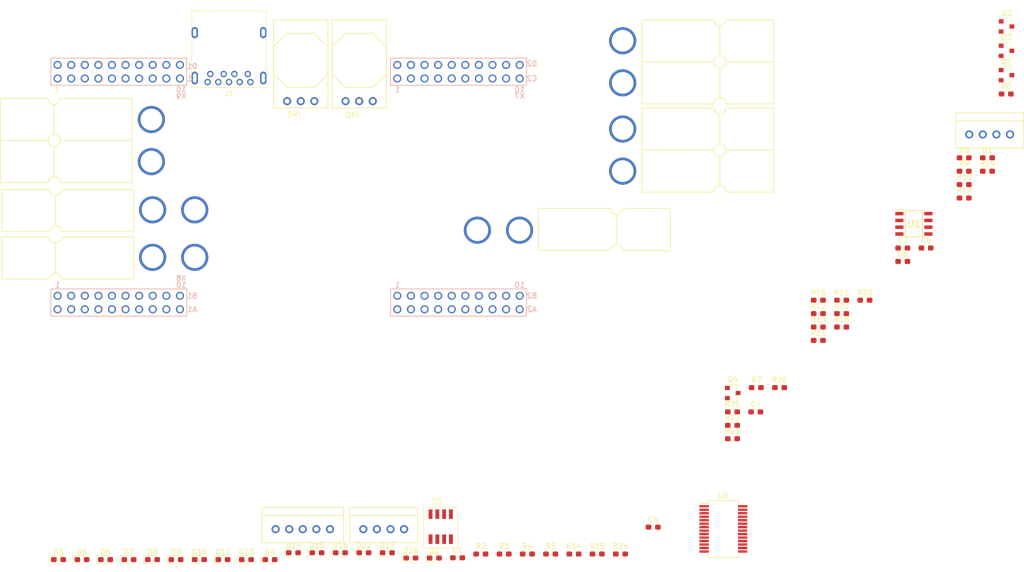
<source format=kicad_pcb>
(kicad_pcb (version 20171130) (host pcbnew "(5.1.4)-1")

  (general
    (thickness 1.6)
    (drawings 0)
    (tracks 0)
    (zones 0)
    (modules 70)
    (nets 125)
  )

  (page A4)
  (layers
    (0 F.Cu signal)
    (31 B.Cu signal)
    (32 B.Adhes user)
    (33 F.Adhes user)
    (34 B.Paste user)
    (35 F.Paste user)
    (36 B.SilkS user)
    (37 F.SilkS user)
    (38 B.Mask user)
    (39 F.Mask user)
    (40 Dwgs.User user)
    (41 Cmts.User user)
    (42 Eco1.User user)
    (43 Eco2.User user)
    (44 Edge.Cuts user)
    (45 Margin user)
    (46 B.CrtYd user)
    (47 F.CrtYd user)
    (48 B.Fab user)
    (49 F.Fab user)
  )

  (setup
    (last_trace_width 0.25)
    (user_trace_width 0.254)
    (user_trace_width 0.381)
    (trace_clearance 0.2)
    (zone_clearance 0.508)
    (zone_45_only no)
    (trace_min 0.2)
    (via_size 0.8)
    (via_drill 0.4)
    (via_min_size 0.4)
    (via_min_drill 0.3)
    (uvia_size 0.3)
    (uvia_drill 0.1)
    (uvias_allowed no)
    (uvia_min_size 0.2)
    (uvia_min_drill 0.1)
    (edge_width 0.05)
    (segment_width 0.2)
    (pcb_text_width 0.3)
    (pcb_text_size 1.5 1.5)
    (mod_edge_width 0.12)
    (mod_text_size 1 1)
    (mod_text_width 0.15)
    (pad_size 1.524 1.524)
    (pad_drill 0.762)
    (pad_to_mask_clearance 0.051)
    (solder_mask_min_width 0.25)
    (aux_axis_origin 0 0)
    (visible_elements 7FFFF7FF)
    (pcbplotparams
      (layerselection 0x010fc_ffffffff)
      (usegerberextensions false)
      (usegerberattributes false)
      (usegerberadvancedattributes false)
      (creategerberjobfile false)
      (excludeedgelayer true)
      (linewidth 0.100000)
      (plotframeref false)
      (viasonmask false)
      (mode 1)
      (useauxorigin false)
      (hpglpennumber 1)
      (hpglpenspeed 20)
      (hpglpendiameter 15.000000)
      (psnegative false)
      (psa4output false)
      (plotreference true)
      (plotvalue true)
      (plotinvisibletext false)
      (padsonsilk false)
      (subtractmaskfromsilk false)
      (outputformat 1)
      (mirror false)
      (drillshape 1)
      (scaleselection 1)
      (outputdirectory ""))
  )

  (net 0 "")
  (net 1 "Net-(C1-Pad1)")
  (net 2 GND)
  (net 3 "Net-(C2-Pad2)")
  (net 4 Reset)
  (net 5 +12V)
  (net 6 +5V)
  (net 7 +3V3)
  (net 8 O2_TX)
  (net 9 O2_RX)
  (net 10 C02_RX)
  (net 11 C02_TX)
  (net 12 CCD_INT2)
  (net 13 CCD_INT1)
  (net 14 CCD_OS)
  (net 15 +24V)
  (net 16 "Net-(D2-Pad2)")
  (net 17 "Net-(D3-Pad2)")
  (net 18 "Net-(D4-Pad2)")
  (net 19 "Net-(D5-Pad2)")
  (net 20 "Net-(D6-Pad2)")
  (net 21 "Net-(D7-Pad2)")
  (net 22 "Net-(D8-Pad2)")
  (net 23 "Net-(D9-Pad2)")
  (net 24 "Net-(D10-Pad2)")
  (net 25 "Net-(D11-Pad2)")
  (net 26 "Net-(D12-Pad2)")
  (net 27 "Net-(D13-Pad2)")
  (net 28 "Net-(D14-Pad2)")
  (net 29 "Net-(D15-Pad2)")
  (net 30 "Net-(D16-Pad2)")
  (net 31 "Net-(D17-Pad2)")
  (net 32 "Net-(D18-Pad2)")
  (net 33 USB_Data-)
  (net 34 USB_Data+)
  (net 35 TIVA_O2_TX)
  (net 36 TIVA_CO2_TX)
  (net 37 TIVA_O2_RX)
  (net 38 TIVA_CO2_RX)
  (net 39 "Net-(Conn9-Pad2)")
  (net 40 "Net-(R3-Pad1)")
  (net 41 "Net-(Conn10-Pad2)")
  (net 42 SW_Flag2)
  (net 43 SW_Flag1)
  (net 44 SW_ERROR)
  (net 45 TIVA_USB_RX)
  (net 46 TIVA_USB_TX)
  (net 47 LED_Enable)
  (net 48 "Net-(U1-Pad2)")
  (net 49 "Net-(U1-Pad3)")
  (net 50 "Net-(U1-Pad5)")
  (net 51 "Net-(U4-PadPM6)")
  (net 52 "Net-(U4-PadPQ1)")
  (net 53 "Net-(U4-PadPQ2)")
  (net 54 Flow_Receive)
  (net 55 "Net-(U4-PadPQ3)")
  (net 56 "Net-(U4-PadPP3)")
  (net 57 "Net-(U4-PadPQ0)")
  (net 58 "Net-(U4-PadPA4)")
  (net 59 "Net-(U4-PadPA7)")
  (net 60 "Net-(U4-PadPK2)")
  (net 61 Flow_Output)
  (net 62 "Net-(U4-PadPB4)")
  (net 63 "Net-(U4-PadPB5)")
  (net 64 "Net-(U4-PadPA5)")
  (net 65 "Net-(U4-PadPD2)")
  (net 66 "Net-(U4-PadPP0)")
  (net 67 "Net-(U4-PadPP1)")
  (net 68 "Net-(U4-PadPD4)")
  (net 69 "Net-(U4-PadPD5)")
  (net 70 "Net-(U4-PadPG1)")
  (net 71 "Net-(U4-PadPK4)")
  (net 72 "Net-(U4-PadPK5)")
  (net 73 "Net-(U4-PadPM0)")
  (net 74 "Net-(U4-PadPM1)")
  (net 75 "Net-(U4-PadPM2)")
  (net 76 "Net-(U4-PadPH0)")
  (net 77 "Net-(U4-PadPH1)")
  (net 78 "Net-(U4-PadPK6)")
  (net 79 "Net-(U4-PadPK7)")
  (net 80 "Net-(U4-PadPM7)")
  (net 81 "Net-(U4-PadPE2)")
  (net 82 "Net-(U4-PadPE3)")
  (net 83 "Net-(U4-PadPD7)")
  (net 84 "Net-(U4-PadPA6)")
  (net 85 "Net-(U4-PadPM4)")
  (net 86 "Net-(U4-PadPM5)")
  (net 87 "Net-(U4-PadPE4)")
  (net 88 C02_In)
  (net 89 C02_Out)
  (net 90 "Net-(U4-PadPE5)")
  (net 91 "Net-(U4-PadPD3)")
  (net 92 "Net-(U4-PadPB2)")
  (net 93 "Net-(U4-PadPB3)")
  (net 94 "Net-(U4-PadPF1)")
  (net 95 "Net-(U4-PadPF2)")
  (net 96 "Net-(U4-PadPF3)")
  (net 97 "Net-(U4-PadPG0)")
  (net 98 "Net-(U4-PadPL4)")
  (net 99 "Net-(U4-PadPL5)")
  (net 100 "Net-(U4-PadPL0)")
  (net 101 "Net-(U4-PadPL1)")
  (net 102 "Net-(U4-PadPL2)")
  (net 103 "Net-(U4-PadPL3)")
  (net 104 "Net-(U4-PadPM3)")
  (net 105 "Net-(U4-PadPH2)")
  (net 106 "Net-(U4-PadPH3)")
  (net 107 "Net-(U4-PadRese)")
  (net 108 "Net-(U4-PadPD1)")
  (net 109 "Net-(U4-PadPD0)")
  (net 110 "Net-(U4-PadPN2)")
  (net 111 "Net-(U4-PadPN3)")
  (net 112 "Net-(U4-PadPP2)")
  (net 113 "Net-(U6-Pad3)")
  (net 114 "Net-(U6-Pad6)")
  (net 115 "Net-(U6-Pad9)")
  (net 116 "Net-(U6-Pad10)")
  (net 117 "Net-(U6-Pad11)")
  (net 118 "Net-(U6-Pad12)")
  (net 119 "Net-(U6-Pad13)")
  (net 120 "Net-(U6-Pad14)")
  (net 121 USB_TX)
  (net 122 USB_RX)
  (net 123 "Net-(U6-Pad27)")
  (net 124 "Net-(U6-Pad28)")

  (net_class Default "This is the default net class."
    (clearance 0.2)
    (trace_width 0.25)
    (via_dia 0.8)
    (via_drill 0.4)
    (uvia_dia 0.3)
    (uvia_drill 0.1)
    (add_net +12V)
    (add_net +24V)
    (add_net +3V3)
    (add_net +5V)
    (add_net C02_In)
    (add_net C02_Out)
    (add_net C02_RX)
    (add_net C02_TX)
    (add_net CCD_INT1)
    (add_net CCD_INT2)
    (add_net CCD_OS)
    (add_net Flow_Output)
    (add_net Flow_Receive)
    (add_net GND)
    (add_net LED_Enable)
    (add_net "Net-(C1-Pad1)")
    (add_net "Net-(C2-Pad2)")
    (add_net "Net-(Conn10-Pad2)")
    (add_net "Net-(Conn9-Pad2)")
    (add_net "Net-(D10-Pad2)")
    (add_net "Net-(D11-Pad2)")
    (add_net "Net-(D12-Pad2)")
    (add_net "Net-(D13-Pad2)")
    (add_net "Net-(D14-Pad2)")
    (add_net "Net-(D15-Pad2)")
    (add_net "Net-(D16-Pad2)")
    (add_net "Net-(D17-Pad2)")
    (add_net "Net-(D18-Pad2)")
    (add_net "Net-(D2-Pad2)")
    (add_net "Net-(D3-Pad2)")
    (add_net "Net-(D4-Pad2)")
    (add_net "Net-(D5-Pad2)")
    (add_net "Net-(D6-Pad2)")
    (add_net "Net-(D7-Pad2)")
    (add_net "Net-(D8-Pad2)")
    (add_net "Net-(D9-Pad2)")
    (add_net "Net-(R3-Pad1)")
    (add_net "Net-(U1-Pad2)")
    (add_net "Net-(U1-Pad3)")
    (add_net "Net-(U1-Pad5)")
    (add_net "Net-(U4-PadPA4)")
    (add_net "Net-(U4-PadPA5)")
    (add_net "Net-(U4-PadPA6)")
    (add_net "Net-(U4-PadPA7)")
    (add_net "Net-(U4-PadPB2)")
    (add_net "Net-(U4-PadPB3)")
    (add_net "Net-(U4-PadPB4)")
    (add_net "Net-(U4-PadPB5)")
    (add_net "Net-(U4-PadPD0)")
    (add_net "Net-(U4-PadPD1)")
    (add_net "Net-(U4-PadPD2)")
    (add_net "Net-(U4-PadPD3)")
    (add_net "Net-(U4-PadPD4)")
    (add_net "Net-(U4-PadPD5)")
    (add_net "Net-(U4-PadPD7)")
    (add_net "Net-(U4-PadPE2)")
    (add_net "Net-(U4-PadPE3)")
    (add_net "Net-(U4-PadPE4)")
    (add_net "Net-(U4-PadPE5)")
    (add_net "Net-(U4-PadPF1)")
    (add_net "Net-(U4-PadPF2)")
    (add_net "Net-(U4-PadPF3)")
    (add_net "Net-(U4-PadPG0)")
    (add_net "Net-(U4-PadPG1)")
    (add_net "Net-(U4-PadPH0)")
    (add_net "Net-(U4-PadPH1)")
    (add_net "Net-(U4-PadPH2)")
    (add_net "Net-(U4-PadPH3)")
    (add_net "Net-(U4-PadPK2)")
    (add_net "Net-(U4-PadPK4)")
    (add_net "Net-(U4-PadPK5)")
    (add_net "Net-(U4-PadPK6)")
    (add_net "Net-(U4-PadPK7)")
    (add_net "Net-(U4-PadPL0)")
    (add_net "Net-(U4-PadPL1)")
    (add_net "Net-(U4-PadPL2)")
    (add_net "Net-(U4-PadPL3)")
    (add_net "Net-(U4-PadPL4)")
    (add_net "Net-(U4-PadPL5)")
    (add_net "Net-(U4-PadPM0)")
    (add_net "Net-(U4-PadPM1)")
    (add_net "Net-(U4-PadPM2)")
    (add_net "Net-(U4-PadPM3)")
    (add_net "Net-(U4-PadPM4)")
    (add_net "Net-(U4-PadPM5)")
    (add_net "Net-(U4-PadPM6)")
    (add_net "Net-(U4-PadPM7)")
    (add_net "Net-(U4-PadPN2)")
    (add_net "Net-(U4-PadPN3)")
    (add_net "Net-(U4-PadPP0)")
    (add_net "Net-(U4-PadPP1)")
    (add_net "Net-(U4-PadPP2)")
    (add_net "Net-(U4-PadPP3)")
    (add_net "Net-(U4-PadPQ0)")
    (add_net "Net-(U4-PadPQ1)")
    (add_net "Net-(U4-PadPQ2)")
    (add_net "Net-(U4-PadPQ3)")
    (add_net "Net-(U4-PadRese)")
    (add_net "Net-(U6-Pad10)")
    (add_net "Net-(U6-Pad11)")
    (add_net "Net-(U6-Pad12)")
    (add_net "Net-(U6-Pad13)")
    (add_net "Net-(U6-Pad14)")
    (add_net "Net-(U6-Pad27)")
    (add_net "Net-(U6-Pad28)")
    (add_net "Net-(U6-Pad3)")
    (add_net "Net-(U6-Pad6)")
    (add_net "Net-(U6-Pad9)")
    (add_net O2_RX)
    (add_net O2_TX)
    (add_net Reset)
    (add_net SW_ERROR)
    (add_net SW_Flag1)
    (add_net SW_Flag2)
    (add_net TIVA_CO2_RX)
    (add_net TIVA_CO2_TX)
    (add_net TIVA_O2_RX)
    (add_net TIVA_O2_TX)
    (add_net TIVA_USB_RX)
    (add_net TIVA_USB_TX)
    (add_net USB_Data+)
    (add_net USB_Data-)
    (add_net USB_RX)
    (add_net USB_TX)
  )

  (module Capacitor_SMD:C_0603_1608Metric_Pad1.05x0.95mm_HandSolder (layer F.Cu) (tedit 5B301BBE) (tstamp 5DEEF03E)
    (at 139.551001 142.567001)
    (descr "Capacitor SMD 0603 (1608 Metric), square (rectangular) end terminal, IPC_7351 nominal with elongated pad for handsoldering. (Body size source: http://www.tortai-tech.com/upload/download/2011102023233369053.pdf), generated with kicad-footprint-generator")
    (tags "capacitor handsolder")
    (path /5DF1D24F)
    (attr smd)
    (fp_text reference C1 (at 0 -1.43) (layer F.SilkS)
      (effects (font (size 1 1) (thickness 0.15)))
    )
    (fp_text value "0.1 uF" (at 0 1.43) (layer F.Fab)
      (effects (font (size 1 1) (thickness 0.15)))
    )
    (fp_line (start -0.8 0.4) (end -0.8 -0.4) (layer F.Fab) (width 0.1))
    (fp_line (start -0.8 -0.4) (end 0.8 -0.4) (layer F.Fab) (width 0.1))
    (fp_line (start 0.8 -0.4) (end 0.8 0.4) (layer F.Fab) (width 0.1))
    (fp_line (start 0.8 0.4) (end -0.8 0.4) (layer F.Fab) (width 0.1))
    (fp_line (start -0.171267 -0.51) (end 0.171267 -0.51) (layer F.SilkS) (width 0.12))
    (fp_line (start -0.171267 0.51) (end 0.171267 0.51) (layer F.SilkS) (width 0.12))
    (fp_line (start -1.65 0.73) (end -1.65 -0.73) (layer F.CrtYd) (width 0.05))
    (fp_line (start -1.65 -0.73) (end 1.65 -0.73) (layer F.CrtYd) (width 0.05))
    (fp_line (start 1.65 -0.73) (end 1.65 0.73) (layer F.CrtYd) (width 0.05))
    (fp_line (start 1.65 0.73) (end -1.65 0.73) (layer F.CrtYd) (width 0.05))
    (fp_text user %R (at 0 0) (layer F.Fab)
      (effects (font (size 0.4 0.4) (thickness 0.06)))
    )
    (pad 1 smd roundrect (at -0.875 0) (size 1.05 0.95) (layers F.Cu F.Paste F.Mask) (roundrect_rratio 0.25)
      (net 1 "Net-(C1-Pad1)"))
    (pad 2 smd roundrect (at 0.875 0) (size 1.05 0.95) (layers F.Cu F.Paste F.Mask) (roundrect_rratio 0.25)
      (net 2 GND))
    (model ${KISYS3DMOD}/Capacitor_SMD.3dshapes/C_0603_1608Metric.wrl
      (at (xyz 0 0 0))
      (scale (xyz 1 1 1))
      (rotate (xyz 0 0 0))
    )
  )

  (module Capacitor_SMD:C_0603_1608Metric_Pad1.05x0.95mm_HandSolder (layer F.Cu) (tedit 5B301BBE) (tstamp 5DEEF04F)
    (at 222.761001 84.617001)
    (descr "Capacitor SMD 0603 (1608 Metric), square (rectangular) end terminal, IPC_7351 nominal with elongated pad for handsoldering. (Body size source: http://www.tortai-tech.com/upload/download/2011102023233369053.pdf), generated with kicad-footprint-generator")
    (tags "capacitor handsolder")
    (path /5DFB6D40)
    (attr smd)
    (fp_text reference C2 (at 0 -1.43) (layer F.SilkS)
      (effects (font (size 1 1) (thickness 0.15)))
    )
    (fp_text value ".1 uF" (at 0 1.43) (layer F.Fab)
      (effects (font (size 1 1) (thickness 0.15)))
    )
    (fp_text user %R (at 0 0) (layer F.Fab)
      (effects (font (size 0.4 0.4) (thickness 0.06)))
    )
    (fp_line (start 1.65 0.73) (end -1.65 0.73) (layer F.CrtYd) (width 0.05))
    (fp_line (start 1.65 -0.73) (end 1.65 0.73) (layer F.CrtYd) (width 0.05))
    (fp_line (start -1.65 -0.73) (end 1.65 -0.73) (layer F.CrtYd) (width 0.05))
    (fp_line (start -1.65 0.73) (end -1.65 -0.73) (layer F.CrtYd) (width 0.05))
    (fp_line (start -0.171267 0.51) (end 0.171267 0.51) (layer F.SilkS) (width 0.12))
    (fp_line (start -0.171267 -0.51) (end 0.171267 -0.51) (layer F.SilkS) (width 0.12))
    (fp_line (start 0.8 0.4) (end -0.8 0.4) (layer F.Fab) (width 0.1))
    (fp_line (start 0.8 -0.4) (end 0.8 0.4) (layer F.Fab) (width 0.1))
    (fp_line (start -0.8 -0.4) (end 0.8 -0.4) (layer F.Fab) (width 0.1))
    (fp_line (start -0.8 0.4) (end -0.8 -0.4) (layer F.Fab) (width 0.1))
    (pad 2 smd roundrect (at 0.875 0) (size 1.05 0.95) (layers F.Cu F.Paste F.Mask) (roundrect_rratio 0.25)
      (net 3 "Net-(C2-Pad2)"))
    (pad 1 smd roundrect (at -0.875 0) (size 1.05 0.95) (layers F.Cu F.Paste F.Mask) (roundrect_rratio 0.25)
      (net 4 Reset))
    (model ${KISYS3DMOD}/Capacitor_SMD.3dshapes/C_0603_1608Metric.wrl
      (at (xyz 0 0 0))
      (scale (xyz 1 1 1))
      (rotate (xyz 0 0 0))
    )
  )

  (module Capacitor_SMD:C_0603_1608Metric_Pad1.05x0.95mm_HandSolder (layer F.Cu) (tedit 5B301BBE) (tstamp 5DEEF060)
    (at 176.111001 136.837001)
    (descr "Capacitor SMD 0603 (1608 Metric), square (rectangular) end terminal, IPC_7351 nominal with elongated pad for handsoldering. (Body size source: http://www.tortai-tech.com/upload/download/2011102023233369053.pdf), generated with kicad-footprint-generator")
    (tags "capacitor handsolder")
    (path /5D998DA9)
    (attr smd)
    (fp_text reference C4 (at 0 -1.43) (layer F.SilkS)
      (effects (font (size 1 1) (thickness 0.15)))
    )
    (fp_text value 10uF (at 0 1.43) (layer F.Fab)
      (effects (font (size 1 1) (thickness 0.15)))
    )
    (fp_text user %R (at 0 0) (layer F.Fab)
      (effects (font (size 0.4 0.4) (thickness 0.06)))
    )
    (fp_line (start 1.65 0.73) (end -1.65 0.73) (layer F.CrtYd) (width 0.05))
    (fp_line (start 1.65 -0.73) (end 1.65 0.73) (layer F.CrtYd) (width 0.05))
    (fp_line (start -1.65 -0.73) (end 1.65 -0.73) (layer F.CrtYd) (width 0.05))
    (fp_line (start -1.65 0.73) (end -1.65 -0.73) (layer F.CrtYd) (width 0.05))
    (fp_line (start -0.171267 0.51) (end 0.171267 0.51) (layer F.SilkS) (width 0.12))
    (fp_line (start -0.171267 -0.51) (end 0.171267 -0.51) (layer F.SilkS) (width 0.12))
    (fp_line (start 0.8 0.4) (end -0.8 0.4) (layer F.Fab) (width 0.1))
    (fp_line (start 0.8 -0.4) (end 0.8 0.4) (layer F.Fab) (width 0.1))
    (fp_line (start -0.8 -0.4) (end 0.8 -0.4) (layer F.Fab) (width 0.1))
    (fp_line (start -0.8 0.4) (end -0.8 -0.4) (layer F.Fab) (width 0.1))
    (pad 2 smd roundrect (at 0.875 0) (size 1.05 0.95) (layers F.Cu F.Paste F.Mask) (roundrect_rratio 0.25)
      (net 2 GND))
    (pad 1 smd roundrect (at -0.875 0) (size 1.05 0.95) (layers F.Cu F.Paste F.Mask) (roundrect_rratio 0.25)
      (net 5 +12V))
    (model ${KISYS3DMOD}/Capacitor_SMD.3dshapes/C_0603_1608Metric.wrl
      (at (xyz 0 0 0))
      (scale (xyz 1 1 1))
      (rotate (xyz 0 0 0))
    )
  )

  (module Capacitor_SMD:C_0603_1608Metric_Pad1.05x0.95mm_HandSolder (layer F.Cu) (tedit 5B301BBE) (tstamp 5DEEF071)
    (at 227.111001 84.617001)
    (descr "Capacitor SMD 0603 (1608 Metric), square (rectangular) end terminal, IPC_7351 nominal with elongated pad for handsoldering. (Body size source: http://www.tortai-tech.com/upload/download/2011102023233369053.pdf), generated with kicad-footprint-generator")
    (tags "capacitor handsolder")
    (path /5D99AB10)
    (attr smd)
    (fp_text reference C5 (at 0 -1.43) (layer F.SilkS)
      (effects (font (size 1 1) (thickness 0.15)))
    )
    (fp_text value 10uF (at 0 1.43) (layer F.Fab)
      (effects (font (size 1 1) (thickness 0.15)))
    )
    (fp_line (start -0.8 0.4) (end -0.8 -0.4) (layer F.Fab) (width 0.1))
    (fp_line (start -0.8 -0.4) (end 0.8 -0.4) (layer F.Fab) (width 0.1))
    (fp_line (start 0.8 -0.4) (end 0.8 0.4) (layer F.Fab) (width 0.1))
    (fp_line (start 0.8 0.4) (end -0.8 0.4) (layer F.Fab) (width 0.1))
    (fp_line (start -0.171267 -0.51) (end 0.171267 -0.51) (layer F.SilkS) (width 0.12))
    (fp_line (start -0.171267 0.51) (end 0.171267 0.51) (layer F.SilkS) (width 0.12))
    (fp_line (start -1.65 0.73) (end -1.65 -0.73) (layer F.CrtYd) (width 0.05))
    (fp_line (start -1.65 -0.73) (end 1.65 -0.73) (layer F.CrtYd) (width 0.05))
    (fp_line (start 1.65 -0.73) (end 1.65 0.73) (layer F.CrtYd) (width 0.05))
    (fp_line (start 1.65 0.73) (end -1.65 0.73) (layer F.CrtYd) (width 0.05))
    (fp_text user %R (at 0 0) (layer F.Fab)
      (effects (font (size 0.4 0.4) (thickness 0.06)))
    )
    (pad 1 smd roundrect (at -0.875 0) (size 1.05 0.95) (layers F.Cu F.Paste F.Mask) (roundrect_rratio 0.25)
      (net 5 +12V))
    (pad 2 smd roundrect (at 0.875 0) (size 1.05 0.95) (layers F.Cu F.Paste F.Mask) (roundrect_rratio 0.25)
      (net 2 GND))
    (model ${KISYS3DMOD}/Capacitor_SMD.3dshapes/C_0603_1608Metric.wrl
      (at (xyz 0 0 0))
      (scale (xyz 1 1 1))
      (rotate (xyz 0 0 0))
    )
  )

  (module Capacitor_SMD:C_0603_1608Metric_Pad1.05x0.95mm_HandSolder (layer F.Cu) (tedit 5B301BBE) (tstamp 5DEEF082)
    (at 222.761001 87.127001)
    (descr "Capacitor SMD 0603 (1608 Metric), square (rectangular) end terminal, IPC_7351 nominal with elongated pad for handsoldering. (Body size source: http://www.tortai-tech.com/upload/download/2011102023233369053.pdf), generated with kicad-footprint-generator")
    (tags "capacitor handsolder")
    (path /5D99A799)
    (attr smd)
    (fp_text reference C6 (at 0 -1.43) (layer F.SilkS)
      (effects (font (size 1 1) (thickness 0.15)))
    )
    (fp_text value 10uF (at 0 1.43) (layer F.Fab)
      (effects (font (size 1 1) (thickness 0.15)))
    )
    (fp_line (start -0.8 0.4) (end -0.8 -0.4) (layer F.Fab) (width 0.1))
    (fp_line (start -0.8 -0.4) (end 0.8 -0.4) (layer F.Fab) (width 0.1))
    (fp_line (start 0.8 -0.4) (end 0.8 0.4) (layer F.Fab) (width 0.1))
    (fp_line (start 0.8 0.4) (end -0.8 0.4) (layer F.Fab) (width 0.1))
    (fp_line (start -0.171267 -0.51) (end 0.171267 -0.51) (layer F.SilkS) (width 0.12))
    (fp_line (start -0.171267 0.51) (end 0.171267 0.51) (layer F.SilkS) (width 0.12))
    (fp_line (start -1.65 0.73) (end -1.65 -0.73) (layer F.CrtYd) (width 0.05))
    (fp_line (start -1.65 -0.73) (end 1.65 -0.73) (layer F.CrtYd) (width 0.05))
    (fp_line (start 1.65 -0.73) (end 1.65 0.73) (layer F.CrtYd) (width 0.05))
    (fp_line (start 1.65 0.73) (end -1.65 0.73) (layer F.CrtYd) (width 0.05))
    (fp_text user %R (at 0 0) (layer F.Fab)
      (effects (font (size 0.4 0.4) (thickness 0.06)))
    )
    (pad 1 smd roundrect (at -0.875 0) (size 1.05 0.95) (layers F.Cu F.Paste F.Mask) (roundrect_rratio 0.25)
      (net 6 +5V))
    (pad 2 smd roundrect (at 0.875 0) (size 1.05 0.95) (layers F.Cu F.Paste F.Mask) (roundrect_rratio 0.25)
      (net 2 GND))
    (model ${KISYS3DMOD}/Capacitor_SMD.3dshapes/C_0603_1608Metric.wrl
      (at (xyz 0 0 0))
      (scale (xyz 1 1 1))
      (rotate (xyz 0 0 0))
    )
  )

  (module Capacitor_SMD:C_0603_1608Metric_Pad1.05x0.95mm_HandSolder (layer F.Cu) (tedit 5B301BBE) (tstamp 5DEEF093)
    (at 195.281001 115.277001)
    (descr "Capacitor SMD 0603 (1608 Metric), square (rectangular) end terminal, IPC_7351 nominal with elongated pad for handsoldering. (Body size source: http://www.tortai-tech.com/upload/download/2011102023233369053.pdf), generated with kicad-footprint-generator")
    (tags "capacitor handsolder")
    (path /5D99AFE7)
    (attr smd)
    (fp_text reference C7 (at 0 -1.43) (layer F.SilkS)
      (effects (font (size 1 1) (thickness 0.15)))
    )
    (fp_text value 10uF (at 0 1.43) (layer F.Fab)
      (effects (font (size 1 1) (thickness 0.15)))
    )
    (fp_text user %R (at 0 0) (layer F.Fab)
      (effects (font (size 0.4 0.4) (thickness 0.06)))
    )
    (fp_line (start 1.65 0.73) (end -1.65 0.73) (layer F.CrtYd) (width 0.05))
    (fp_line (start 1.65 -0.73) (end 1.65 0.73) (layer F.CrtYd) (width 0.05))
    (fp_line (start -1.65 -0.73) (end 1.65 -0.73) (layer F.CrtYd) (width 0.05))
    (fp_line (start -1.65 0.73) (end -1.65 -0.73) (layer F.CrtYd) (width 0.05))
    (fp_line (start -0.171267 0.51) (end 0.171267 0.51) (layer F.SilkS) (width 0.12))
    (fp_line (start -0.171267 -0.51) (end 0.171267 -0.51) (layer F.SilkS) (width 0.12))
    (fp_line (start 0.8 0.4) (end -0.8 0.4) (layer F.Fab) (width 0.1))
    (fp_line (start 0.8 -0.4) (end 0.8 0.4) (layer F.Fab) (width 0.1))
    (fp_line (start -0.8 -0.4) (end 0.8 -0.4) (layer F.Fab) (width 0.1))
    (fp_line (start -0.8 0.4) (end -0.8 -0.4) (layer F.Fab) (width 0.1))
    (pad 2 smd roundrect (at 0.875 0) (size 1.05 0.95) (layers F.Cu F.Paste F.Mask) (roundrect_rratio 0.25)
      (net 2 GND))
    (pad 1 smd roundrect (at -0.875 0) (size 1.05 0.95) (layers F.Cu F.Paste F.Mask) (roundrect_rratio 0.25)
      (net 7 +3V3))
    (model ${KISYS3DMOD}/Capacitor_SMD.3dshapes/C_0603_1608Metric.wrl
      (at (xyz 0 0 0))
      (scale (xyz 1 1 1))
      (rotate (xyz 0 0 0))
    )
  )

  (module MRDT_Connectors:MOLEX_SL_04_Vertical (layer F.Cu) (tedit 5C675A88) (tstamp 5DEEF0A3)
    (at 238.991001 63.371001)
    (path /5DEE73BB)
    (fp_text reference Conn1 (at -4.445 3.302) (layer F.SilkS) hide
      (effects (font (size 1 1) (thickness 0.15)))
    )
    (fp_text value Molex_SL_04 (at -0.254 3.302) (layer F.Fab)
      (effects (font (size 1 1) (thickness 0.15)))
    )
    (fp_line (start 6.35 -4.064) (end -6.35 -4.064) (layer F.SilkS) (width 0.15))
    (fp_line (start 6.35 -2.54) (end 6.35 -4.064) (layer F.SilkS) (width 0.15))
    (fp_line (start -6.35 -4.064) (end -6.35 -2.54) (layer F.SilkS) (width 0.15))
    (fp_line (start 6.35 2.54) (end -6.35 2.54) (layer F.SilkS) (width 0.15))
    (fp_line (start -6.35 -2.54) (end 6.35 -2.54) (layer F.SilkS) (width 0.15))
    (fp_line (start 6.35 2.54) (end 6.35 -2.54) (layer F.SilkS) (width 0.15))
    (fp_line (start -6.35 2.54) (end -6.35 -2.54) (layer F.SilkS) (width 0.15))
    (pad 1 thru_hole circle (at -3.81 0) (size 1.524 1.524) (drill 0.9) (layers *.Cu *.Mask)
      (net 6 +5V))
    (pad 2 thru_hole circle (at -1.27 0) (size 1.524 1.524) (drill 0.9) (layers *.Cu *.Mask)
      (net 2 GND))
    (pad 3 thru_hole circle (at 1.27 0) (size 1.524 1.524) (drill 0.9) (layers *.Cu *.Mask)
      (net 8 O2_TX))
    (pad 4 thru_hole circle (at 3.81 0) (size 1.524 1.524) (drill 0.9) (layers *.Cu *.Mask)
      (net 9 O2_RX))
    (pad 4 thru_hole circle (at 3.81 0) (size 1.524 1.524) (drill 0.9) (layers *.Cu *.Mask)
      (net 9 O2_RX))
    (model "${MRDT_KICAD_LIBRARIES}/3D Files/MRDT_Connctors/Molex_SL_04_Vertical.stp"
      (offset (xyz -6.349999904632568 -2.539999961853027 13.33499979972839))
      (scale (xyz 1 1 1))
      (rotate (xyz 90 0 0))
    )
  )

  (module MRDT_Connectors:Anderson_2_Horizontal_Side_by_Side (layer F.Cu) (tedit 5C22EDE8) (tstamp 5DEEF0C1)
    (at 173.99 41.91 180)
    (path /5D993C68)
    (fp_text reference Conn2 (at -1.8796 0.762) (layer F.SilkS) hide
      (effects (font (size 1 1) (thickness 0.15)))
    )
    (fp_text value AndersonPP (at -12.8651 -16.764) (layer F.Fab)
      (effects (font (size 1 1) (thickness 0.15)))
    )
    (fp_arc (start -14.5796 0) (end -14.5796 -1.1176) (angle 90) (layer F.SilkS) (width 0.15))
    (fp_arc (start -14.5796 0) (end -15.6972 0) (angle 90) (layer F.SilkS) (width 0.15))
    (fp_line (start -24.638 -15.748) (end -24.638 0) (layer F.SilkS) (width 0.15))
    (fp_line (start 0 -15.748) (end 0 0) (layer F.SilkS) (width 0.15))
    (fp_line (start -15.7226 -15.748) (end -16.9418 -15.748) (layer F.SilkS) (width 0.15))
    (fp_arc (start -14.5796 -15.748) (end -13.4366 -15.748) (angle 90) (layer F.SilkS) (width 0.15))
    (fp_arc (start -14.5796 -15.748) (end -14.5796 -14.605) (angle 90) (layer F.SilkS) (width 0.15))
    (fp_line (start -12.2682 0) (end -13.462 0) (layer F.SilkS) (width 0.15))
    (fp_line (start -14.5796 -2.3114) (end -14.5796 -1.143) (layer F.SilkS) (width 0.15))
    (fp_line (start -16.891 0) (end -15.7226 0) (layer F.SilkS) (width 0.15))
    (fp_line (start -12.319 -15.748) (end -13.4112 -15.748) (layer F.SilkS) (width 0.15))
    (fp_line (start -14.5796 -14.605) (end -14.5796 -13.4366) (layer F.SilkS) (width 0.15))
    (fp_line (start -14.5796 -5.588) (end -14.5796 -6.731) (layer F.SilkS) (width 0.15))
    (fp_line (start -24.6126 -7.8994) (end -15.7226 -7.8994) (layer F.SilkS) (width 0.15))
    (fp_line (start -14.5796 -10.16) (end -14.5796 -9.017) (layer F.SilkS) (width 0.15))
    (fp_line (start -12.2936 -7.874) (end -13.4366 -7.874) (layer F.SilkS) (width 0.15))
    (fp_line (start -14.5796 -5.588) (end -14.5796 -2.286) (layer F.SilkS) (width 0.15))
    (fp_line (start -12.2936 -7.874) (end 0 -7.874) (layer F.SilkS) (width 0.15))
    (fp_line (start -14.5796 -10.16) (end -14.5796 -13.4366) (layer F.SilkS) (width 0.15))
    (fp_circle (center -14.5796 -7.874) (end -14.5796 -6.731) (layer F.SilkS) (width 0.15))
    (fp_line (start -12.2936 0) (end 0 0) (layer F.SilkS) (width 0.15))
    (fp_line (start -16.8656 0) (end -24.6126 0) (layer F.SilkS) (width 0.15))
    (fp_line (start -24.6126 -15.748) (end -16.8656 -15.748) (layer F.SilkS) (width 0.15))
    (fp_line (start -12.2936 -15.748) (end 0 -15.748) (layer F.SilkS) (width 0.15))
    (pad 2 thru_hole circle (at 3.5814 -3.937 180) (size 5.08 5.08) (drill 4.06) (layers *.Cu *.Mask F.Paste)
      (net 5 +12V))
    (pad 1 thru_hole circle (at 3.5814 -11.811 180) (size 5.08 5.08) (drill 4.06) (layers *.Cu *.Mask F.Paste)
      (net 2 GND))
    (model "${MRDT_KICAD_LIBRARIES}/3D Files/MRDT_Connctors/Anderson_2_Horizontal_Side_by_Side.stp"
      (offset (xyz 0 0 7.619999885559082))
      (scale (xyz 1 1 1))
      (rotate (xyz 180 0 180))
    )
  )

  (module MRDT_Connectors:MOLEX_SL_04_Vertical (layer F.Cu) (tedit 5C675A88) (tstamp 5DEEF0D1)
    (at 125.741001 137.211001)
    (path /5DEFD765)
    (fp_text reference Conn3 (at -4.445 3.302) (layer F.SilkS) hide
      (effects (font (size 1 1) (thickness 0.15)))
    )
    (fp_text value Molex_SL_04 (at -0.254 3.302) (layer F.Fab)
      (effects (font (size 1 1) (thickness 0.15)))
    )
    (fp_line (start -6.35 2.54) (end -6.35 -2.54) (layer F.SilkS) (width 0.15))
    (fp_line (start 6.35 2.54) (end 6.35 -2.54) (layer F.SilkS) (width 0.15))
    (fp_line (start -6.35 -2.54) (end 6.35 -2.54) (layer F.SilkS) (width 0.15))
    (fp_line (start 6.35 2.54) (end -6.35 2.54) (layer F.SilkS) (width 0.15))
    (fp_line (start -6.35 -4.064) (end -6.35 -2.54) (layer F.SilkS) (width 0.15))
    (fp_line (start 6.35 -2.54) (end 6.35 -4.064) (layer F.SilkS) (width 0.15))
    (fp_line (start 6.35 -4.064) (end -6.35 -4.064) (layer F.SilkS) (width 0.15))
    (pad 4 thru_hole circle (at 3.81 0) (size 1.524 1.524) (drill 0.9) (layers *.Cu *.Mask)
      (net 10 C02_RX))
    (pad 4 thru_hole circle (at 3.81 0) (size 1.524 1.524) (drill 0.9) (layers *.Cu *.Mask)
      (net 10 C02_RX))
    (pad 3 thru_hole circle (at 1.27 0) (size 1.524 1.524) (drill 0.9) (layers *.Cu *.Mask)
      (net 11 C02_TX))
    (pad 2 thru_hole circle (at -1.27 0) (size 1.524 1.524) (drill 0.9) (layers *.Cu *.Mask)
      (net 2 GND))
    (pad 1 thru_hole circle (at -3.81 0) (size 1.524 1.524) (drill 0.9) (layers *.Cu *.Mask)
      (net 6 +5V))
    (model "${MRDT_KICAD_LIBRARIES}/3D Files/MRDT_Connctors/Molex_SL_04_Vertical.stp"
      (offset (xyz -6.349999904632568 -2.539999961853027 13.33499979972839))
      (scale (xyz 1 1 1))
      (rotate (xyz 90 0 0))
    )
  )

  (module MRDT_Connectors:MOLEX_SL_05_Vertical (layer F.Cu) (tedit 5C22ECA6) (tstamp 5DEEF0E1)
    (at 110.621001 137.211001)
    (path /5D9B0CF4)
    (fp_text reference Conn4 (at -5.715 3.302) (layer F.SilkS) hide
      (effects (font (size 1 1) (thickness 0.15)))
    )
    (fp_text value Molex_SL_05 (at 0 3.302) (layer F.Fab)
      (effects (font (size 1 1) (thickness 0.15)))
    )
    (fp_line (start 7.62 -4.064) (end -7.62 -4.064) (layer F.SilkS) (width 0.15))
    (fp_line (start 7.62 -2.54) (end 7.62 -4.064) (layer F.SilkS) (width 0.15))
    (fp_line (start -7.62 -4.064) (end -7.62 -2.54) (layer F.SilkS) (width 0.15))
    (fp_line (start 7.62 2.54) (end -7.62 2.54) (layer F.SilkS) (width 0.15))
    (fp_line (start -7.62 -2.54) (end 7.62 -2.54) (layer F.SilkS) (width 0.15))
    (fp_line (start 7.62 2.54) (end 7.62 -2.54) (layer F.SilkS) (width 0.15))
    (fp_line (start -7.62 2.54) (end -7.62 -2.54) (layer F.SilkS) (width 0.15))
    (pad 1 thru_hole circle (at -5.08 0) (size 1.524 1.524) (drill 0.9) (layers *.Cu *.Mask)
      (net 7 +3V3))
    (pad 2 thru_hole circle (at -2.54 0) (size 1.524 1.524) (drill 0.9) (layers *.Cu *.Mask)
      (net 2 GND))
    (pad 3 thru_hole circle (at 0 0) (size 1.524 1.524) (drill 0.9) (layers *.Cu *.Mask)
      (net 12 CCD_INT2))
    (pad 4 thru_hole circle (at 2.54 0) (size 1.524 1.524) (drill 0.9) (layers *.Cu *.Mask)
      (net 13 CCD_INT1))
    (pad 5 thru_hole circle (at 5.08 0) (size 1.524 1.524) (drill 0.9) (layers *.Cu *.Mask)
      (net 14 CCD_OS))
    (model "${MRDT_KICAD_LIBRARIES}/3D Files/MRDT_Connctors/Molex_SL_05_Vertical.stp"
      (offset (xyz -7.619999885559082 -2.539999961853027 13.33499979972839))
      (scale (xyz 1 1 1))
      (rotate (xyz 90 0 0))
    )
  )

  (module MRDT_Connectors:Anderson_2_Horizontal_Side_by_Side (layer F.Cu) (tedit 5C22EDE8) (tstamp 5DEEF0FF)
    (at 173.99 58.42 180)
    (path /5E105269)
    (fp_text reference Conn5 (at -1.8796 0.762) (layer F.SilkS) hide
      (effects (font (size 1 1) (thickness 0.15)))
    )
    (fp_text value BoostA (at -12.8651 -16.764) (layer F.Fab)
      (effects (font (size 1 1) (thickness 0.15)))
    )
    (fp_arc (start -14.5796 0) (end -14.5796 -1.1176) (angle 90) (layer F.SilkS) (width 0.15))
    (fp_arc (start -14.5796 0) (end -15.6972 0) (angle 90) (layer F.SilkS) (width 0.15))
    (fp_line (start -24.638 -15.748) (end -24.638 0) (layer F.SilkS) (width 0.15))
    (fp_line (start 0 -15.748) (end 0 0) (layer F.SilkS) (width 0.15))
    (fp_line (start -15.7226 -15.748) (end -16.9418 -15.748) (layer F.SilkS) (width 0.15))
    (fp_arc (start -14.5796 -15.748) (end -13.4366 -15.748) (angle 90) (layer F.SilkS) (width 0.15))
    (fp_arc (start -14.5796 -15.748) (end -14.5796 -14.605) (angle 90) (layer F.SilkS) (width 0.15))
    (fp_line (start -12.2682 0) (end -13.462 0) (layer F.SilkS) (width 0.15))
    (fp_line (start -14.5796 -2.3114) (end -14.5796 -1.143) (layer F.SilkS) (width 0.15))
    (fp_line (start -16.891 0) (end -15.7226 0) (layer F.SilkS) (width 0.15))
    (fp_line (start -12.319 -15.748) (end -13.4112 -15.748) (layer F.SilkS) (width 0.15))
    (fp_line (start -14.5796 -14.605) (end -14.5796 -13.4366) (layer F.SilkS) (width 0.15))
    (fp_line (start -14.5796 -5.588) (end -14.5796 -6.731) (layer F.SilkS) (width 0.15))
    (fp_line (start -24.6126 -7.8994) (end -15.7226 -7.8994) (layer F.SilkS) (width 0.15))
    (fp_line (start -14.5796 -10.16) (end -14.5796 -9.017) (layer F.SilkS) (width 0.15))
    (fp_line (start -12.2936 -7.874) (end -13.4366 -7.874) (layer F.SilkS) (width 0.15))
    (fp_line (start -14.5796 -5.588) (end -14.5796 -2.286) (layer F.SilkS) (width 0.15))
    (fp_line (start -12.2936 -7.874) (end 0 -7.874) (layer F.SilkS) (width 0.15))
    (fp_line (start -14.5796 -10.16) (end -14.5796 -13.4366) (layer F.SilkS) (width 0.15))
    (fp_circle (center -14.5796 -7.874) (end -14.5796 -6.731) (layer F.SilkS) (width 0.15))
    (fp_line (start -12.2936 0) (end 0 0) (layer F.SilkS) (width 0.15))
    (fp_line (start -16.8656 0) (end -24.6126 0) (layer F.SilkS) (width 0.15))
    (fp_line (start -24.6126 -15.748) (end -16.8656 -15.748) (layer F.SilkS) (width 0.15))
    (fp_line (start -12.2936 -15.748) (end 0 -15.748) (layer F.SilkS) (width 0.15))
    (pad 2 thru_hole circle (at 3.5814 -3.937 180) (size 5.08 5.08) (drill 4.06) (layers *.Cu *.Mask F.Paste)
      (net 5 +12V))
    (pad 1 thru_hole circle (at 3.5814 -11.811 180) (size 5.08 5.08) (drill 4.06) (layers *.Cu *.Mask F.Paste)
      (net 2 GND))
    (model "${MRDT_KICAD_LIBRARIES}/3D Files/MRDT_Connctors/Anderson_2_Horizontal_Side_by_Side.stp"
      (offset (xyz 0 0 7.619999885559082))
      (scale (xyz 1 1 1))
      (rotate (xyz 180 0 180))
    )
  )

  (module MRDT_Connectors:Anderson_2_Horizontal_Side_by_Side (layer F.Cu) (tedit 5C22EDE8) (tstamp 5DEEF11D)
    (at 78.74 72.39)
    (path /5E1058D4)
    (fp_text reference Conn6 (at -1.8796 0.762) (layer F.SilkS) hide
      (effects (font (size 1 1) (thickness 0.15)))
    )
    (fp_text value BoostB (at -12.8651 -16.764) (layer F.Fab)
      (effects (font (size 1 1) (thickness 0.15)))
    )
    (fp_line (start -12.2936 -15.748) (end 0 -15.748) (layer F.SilkS) (width 0.15))
    (fp_line (start -24.6126 -15.748) (end -16.8656 -15.748) (layer F.SilkS) (width 0.15))
    (fp_line (start -16.8656 0) (end -24.6126 0) (layer F.SilkS) (width 0.15))
    (fp_line (start -12.2936 0) (end 0 0) (layer F.SilkS) (width 0.15))
    (fp_circle (center -14.5796 -7.874) (end -14.5796 -6.731) (layer F.SilkS) (width 0.15))
    (fp_line (start -14.5796 -10.16) (end -14.5796 -13.4366) (layer F.SilkS) (width 0.15))
    (fp_line (start -12.2936 -7.874) (end 0 -7.874) (layer F.SilkS) (width 0.15))
    (fp_line (start -14.5796 -5.588) (end -14.5796 -2.286) (layer F.SilkS) (width 0.15))
    (fp_line (start -12.2936 -7.874) (end -13.4366 -7.874) (layer F.SilkS) (width 0.15))
    (fp_line (start -14.5796 -10.16) (end -14.5796 -9.017) (layer F.SilkS) (width 0.15))
    (fp_line (start -24.6126 -7.8994) (end -15.7226 -7.8994) (layer F.SilkS) (width 0.15))
    (fp_line (start -14.5796 -5.588) (end -14.5796 -6.731) (layer F.SilkS) (width 0.15))
    (fp_line (start -14.5796 -14.605) (end -14.5796 -13.4366) (layer F.SilkS) (width 0.15))
    (fp_line (start -12.319 -15.748) (end -13.4112 -15.748) (layer F.SilkS) (width 0.15))
    (fp_line (start -16.891 0) (end -15.7226 0) (layer F.SilkS) (width 0.15))
    (fp_line (start -14.5796 -2.3114) (end -14.5796 -1.143) (layer F.SilkS) (width 0.15))
    (fp_line (start -12.2682 0) (end -13.462 0) (layer F.SilkS) (width 0.15))
    (fp_arc (start -14.5796 -15.748) (end -14.5796 -14.605) (angle 90) (layer F.SilkS) (width 0.15))
    (fp_arc (start -14.5796 -15.748) (end -13.4366 -15.748) (angle 90) (layer F.SilkS) (width 0.15))
    (fp_line (start -15.7226 -15.748) (end -16.9418 -15.748) (layer F.SilkS) (width 0.15))
    (fp_line (start 0 -15.748) (end 0 0) (layer F.SilkS) (width 0.15))
    (fp_line (start -24.638 -15.748) (end -24.638 0) (layer F.SilkS) (width 0.15))
    (fp_arc (start -14.5796 0) (end -15.6972 0) (angle 90) (layer F.SilkS) (width 0.15))
    (fp_arc (start -14.5796 0) (end -14.5796 -1.1176) (angle 90) (layer F.SilkS) (width 0.15))
    (pad 1 thru_hole circle (at 3.5814 -11.811) (size 5.08 5.08) (drill 4.06) (layers *.Cu *.Mask F.Paste)
      (net 2 GND))
    (pad 2 thru_hole circle (at 3.5814 -3.937) (size 5.08 5.08) (drill 4.06) (layers *.Cu *.Mask F.Paste)
      (net 15 +24V))
    (model "${MRDT_KICAD_LIBRARIES}/3D Files/MRDT_Connctors/Anderson_2_Horizontal_Side_by_Side.stp"
      (offset (xyz 0 0 7.619999885559082))
      (scale (xyz 1 1 1))
      (rotate (xyz 180 0 180))
    )
  )

  (module MRDT_Connectors:Anderson_2_Horizontal_Stacked (layer F.Cu) (tedit 5C22EE21) (tstamp 5DEEF15F)
    (at 82.55 86.36)
    (path /5E06AAF7)
    (fp_text reference Conn9 (at -5.461 4.826) (layer F.Fab) hide
      (effects (font (size 1 1) (thickness 0.15)))
    )
    (fp_text value UV_LED_V+_1 (at -15.621 -4.699) (layer F.Fab)
      (effects (font (size 1 1) (thickness 0.15)))
    )
    (fp_line (start -20.447 4.064) (end -28.194 4.064) (layer F.SilkS) (width 0.15))
    (fp_line (start -15.875 4.064) (end -3.5814 4.064) (layer F.SilkS) (width 0.15))
    (fp_line (start -15.875 -3.81) (end -3.5814 -3.81) (layer F.SilkS) (width 0.15))
    (fp_line (start -18.161 -1.524) (end -18.161 1.778) (layer F.SilkS) (width 0.15))
    (fp_line (start -15.875 -3.81) (end -17.018 -3.81) (layer F.SilkS) (width 0.15))
    (fp_line (start -28.194 -3.8354) (end -19.304 -3.8354) (layer F.SilkS) (width 0.15))
    (fp_line (start -18.161 -1.524) (end -18.161 -2.667) (layer F.SilkS) (width 0.15))
    (fp_line (start -20.4724 4.064) (end -19.304 4.064) (layer F.SilkS) (width 0.15))
    (fp_line (start -18.161 1.7526) (end -18.161 2.921) (layer F.SilkS) (width 0.15))
    (fp_line (start -15.8496 4.064) (end -17.0434 4.064) (layer F.SilkS) (width 0.15))
    (fp_arc (start -18.161 4.064) (end -19.2786 4.064) (angle 90) (layer F.SilkS) (width 0.15))
    (fp_arc (start -18.161 4.064) (end -18.161 2.9464) (angle 90) (layer F.SilkS) (width 0.15))
    (fp_line (start -3.556 4.064) (end -3.556 -3.81) (layer F.SilkS) (width 0.15))
    (fp_line (start -28.194 -3.81) (end -28.194 4.064) (layer F.SilkS) (width 0.15))
    (fp_arc (start -18.161 -3.81) (end -17.018 -3.81) (angle 90) (layer F.SilkS) (width 0.15))
    (fp_arc (start -18.161 -3.81) (end -18.161 -2.667) (angle 90) (layer F.SilkS) (width 0.15))
    (pad 4 thru_hole circle (at 7.874 0) (size 5.08 5.08) (drill 4.06) (layers *.Cu *.Mask F.Paste))
    (pad 1 thru_hole circle (at 0 0) (size 5.08 5.08) (drill 4.06) (layers *.Cu *.Mask F.Paste))
    (model "${MRDT_KICAD_LIBRARIES}/3D Files/MRDT_Connctors/Anderson_2_Horisontal_Stacked.stp"
      (offset (xyz -3.809999942779541 -3.809999942779541 7.619999885559082))
      (scale (xyz 1 1 1))
      (rotate (xyz 180 0 180))
    )
  )

  (module MRDT_Connectors:Anderson_2_Horizontal_Stacked (layer F.Cu) (tedit 5C22EE21) (tstamp 5DEEF175)
    (at 82.55 77.47)
    (path /5E06CBB0)
    (fp_text reference Conn10 (at -5.461 4.826) (layer F.Fab) hide
      (effects (font (size 1 1) (thickness 0.15)))
    )
    (fp_text value UV_LED_V+_2 (at -15.621 -4.699) (layer F.Fab)
      (effects (font (size 1 1) (thickness 0.15)))
    )
    (fp_arc (start -18.161 -3.81) (end -18.161 -2.667) (angle 90) (layer F.SilkS) (width 0.15))
    (fp_arc (start -18.161 -3.81) (end -17.018 -3.81) (angle 90) (layer F.SilkS) (width 0.15))
    (fp_line (start -28.194 -3.81) (end -28.194 4.064) (layer F.SilkS) (width 0.15))
    (fp_line (start -3.556 4.064) (end -3.556 -3.81) (layer F.SilkS) (width 0.15))
    (fp_arc (start -18.161 4.064) (end -18.161 2.9464) (angle 90) (layer F.SilkS) (width 0.15))
    (fp_arc (start -18.161 4.064) (end -19.2786 4.064) (angle 90) (layer F.SilkS) (width 0.15))
    (fp_line (start -15.8496 4.064) (end -17.0434 4.064) (layer F.SilkS) (width 0.15))
    (fp_line (start -18.161 1.7526) (end -18.161 2.921) (layer F.SilkS) (width 0.15))
    (fp_line (start -20.4724 4.064) (end -19.304 4.064) (layer F.SilkS) (width 0.15))
    (fp_line (start -18.161 -1.524) (end -18.161 -2.667) (layer F.SilkS) (width 0.15))
    (fp_line (start -28.194 -3.8354) (end -19.304 -3.8354) (layer F.SilkS) (width 0.15))
    (fp_line (start -15.875 -3.81) (end -17.018 -3.81) (layer F.SilkS) (width 0.15))
    (fp_line (start -18.161 -1.524) (end -18.161 1.778) (layer F.SilkS) (width 0.15))
    (fp_line (start -15.875 -3.81) (end -3.5814 -3.81) (layer F.SilkS) (width 0.15))
    (fp_line (start -15.875 4.064) (end -3.5814 4.064) (layer F.SilkS) (width 0.15))
    (fp_line (start -20.447 4.064) (end -28.194 4.064) (layer F.SilkS) (width 0.15))
    (pad 1 thru_hole circle (at 0 0) (size 5.08 5.08) (drill 4.06) (layers *.Cu *.Mask F.Paste))
    (pad 4 thru_hole circle (at 7.874 0) (size 5.08 5.08) (drill 4.06) (layers *.Cu *.Mask F.Paste))
    (model "${MRDT_KICAD_LIBRARIES}/3D Files/MRDT_Connctors/Anderson_2_Horisontal_Stacked.stp"
      (offset (xyz -3.809999942779541 -3.809999942779541 7.619999885559082))
      (scale (xyz 1 1 1))
      (rotate (xyz 180 0 180))
    )
  )

  (module MRDT_Connectors:Anderson_2_Horizontal_Stacked (layer F.Cu) (tedit 5C22EE21) (tstamp 5DEEF18B)
    (at 151.13 81.28 180)
    (path /5E0678B6)
    (fp_text reference Conn11 (at -5.461 4.826) (layer F.Fab) hide
      (effects (font (size 1 1) (thickness 0.15)))
    )
    (fp_text value UV_LED_GND (at -15.621 -4.699) (layer F.Fab)
      (effects (font (size 1 1) (thickness 0.15)))
    )
    (fp_arc (start -18.161 -3.81) (end -18.161 -2.667) (angle 90) (layer F.SilkS) (width 0.15))
    (fp_arc (start -18.161 -3.81) (end -17.018 -3.81) (angle 90) (layer F.SilkS) (width 0.15))
    (fp_line (start -28.194 -3.81) (end -28.194 4.064) (layer F.SilkS) (width 0.15))
    (fp_line (start -3.556 4.064) (end -3.556 -3.81) (layer F.SilkS) (width 0.15))
    (fp_arc (start -18.161 4.064) (end -18.161 2.9464) (angle 90) (layer F.SilkS) (width 0.15))
    (fp_arc (start -18.161 4.064) (end -19.2786 4.064) (angle 90) (layer F.SilkS) (width 0.15))
    (fp_line (start -15.8496 4.064) (end -17.0434 4.064) (layer F.SilkS) (width 0.15))
    (fp_line (start -18.161 1.7526) (end -18.161 2.921) (layer F.SilkS) (width 0.15))
    (fp_line (start -20.4724 4.064) (end -19.304 4.064) (layer F.SilkS) (width 0.15))
    (fp_line (start -18.161 -1.524) (end -18.161 -2.667) (layer F.SilkS) (width 0.15))
    (fp_line (start -28.194 -3.8354) (end -19.304 -3.8354) (layer F.SilkS) (width 0.15))
    (fp_line (start -15.875 -3.81) (end -17.018 -3.81) (layer F.SilkS) (width 0.15))
    (fp_line (start -18.161 -1.524) (end -18.161 1.778) (layer F.SilkS) (width 0.15))
    (fp_line (start -15.875 -3.81) (end -3.5814 -3.81) (layer F.SilkS) (width 0.15))
    (fp_line (start -15.875 4.064) (end -3.5814 4.064) (layer F.SilkS) (width 0.15))
    (fp_line (start -20.447 4.064) (end -28.194 4.064) (layer F.SilkS) (width 0.15))
    (pad 1 thru_hole circle (at 0 0 180) (size 5.08 5.08) (drill 4.06) (layers *.Cu *.Mask F.Paste)
      (net 2 GND))
    (pad 4 thru_hole circle (at 7.874 0 180) (size 5.08 5.08) (drill 4.06) (layers *.Cu *.Mask F.Paste))
    (model "${MRDT_KICAD_LIBRARIES}/3D Files/MRDT_Connctors/Anderson_2_Horisontal_Stacked.stp"
      (offset (xyz -3.809999942779541 -3.809999942779541 7.619999885559082))
      (scale (xyz 1 1 1))
      (rotate (xyz 180 0 180))
    )
  )

  (module Diode_SMD:D_0603_1608Metric_Pad1.05x0.95mm_HandSolder (layer F.Cu) (tedit 5B4B45C8) (tstamp 5DEEF19E)
    (at 135.206001 142.607001)
    (descr "Diode SMD 0603 (1608 Metric), square (rectangular) end terminal, IPC_7351 nominal, (Body size source: http://www.tortai-tech.com/upload/download/2011102023233369053.pdf), generated with kicad-footprint-generator")
    (tags "diode handsolder")
    (path /5DA56FAB)
    (attr smd)
    (fp_text reference D2 (at 0 -1.43) (layer F.SilkS)
      (effects (font (size 1 1) (thickness 0.15)))
    )
    (fp_text value LED (at 0 1.43) (layer F.Fab)
      (effects (font (size 1 1) (thickness 0.15)))
    )
    (fp_line (start 0.8 -0.4) (end -0.5 -0.4) (layer F.Fab) (width 0.1))
    (fp_line (start -0.5 -0.4) (end -0.8 -0.1) (layer F.Fab) (width 0.1))
    (fp_line (start -0.8 -0.1) (end -0.8 0.4) (layer F.Fab) (width 0.1))
    (fp_line (start -0.8 0.4) (end 0.8 0.4) (layer F.Fab) (width 0.1))
    (fp_line (start 0.8 0.4) (end 0.8 -0.4) (layer F.Fab) (width 0.1))
    (fp_line (start 0.8 -0.735) (end -1.66 -0.735) (layer F.SilkS) (width 0.12))
    (fp_line (start -1.66 -0.735) (end -1.66 0.735) (layer F.SilkS) (width 0.12))
    (fp_line (start -1.66 0.735) (end 0.8 0.735) (layer F.SilkS) (width 0.12))
    (fp_line (start -1.65 0.73) (end -1.65 -0.73) (layer F.CrtYd) (width 0.05))
    (fp_line (start -1.65 -0.73) (end 1.65 -0.73) (layer F.CrtYd) (width 0.05))
    (fp_line (start 1.65 -0.73) (end 1.65 0.73) (layer F.CrtYd) (width 0.05))
    (fp_line (start 1.65 0.73) (end -1.65 0.73) (layer F.CrtYd) (width 0.05))
    (fp_text user %R (at 0 0) (layer F.Fab)
      (effects (font (size 0.4 0.4) (thickness 0.06)))
    )
    (pad 1 smd roundrect (at -0.875 0) (size 1.05 0.95) (layers F.Cu F.Paste F.Mask) (roundrect_rratio 0.25)
      (net 2 GND))
    (pad 2 smd roundrect (at 0.875 0) (size 1.05 0.95) (layers F.Cu F.Paste F.Mask) (roundrect_rratio 0.25)
      (net 16 "Net-(D2-Pad2)"))
    (model ${KISYS3DMOD}/Diode_SMD.3dshapes/D_0603_1608Metric.wrl
      (at (xyz 0 0 0))
      (scale (xyz 1 1 1))
      (rotate (xyz 0 0 0))
    )
  )

  (module Diode_SMD:D_0603_1608Metric_Pad1.05x0.95mm_HandSolder (layer F.Cu) (tedit 5B4B45C8) (tstamp 5DEEF1B1)
    (at 64.966001 142.907001)
    (descr "Diode SMD 0603 (1608 Metric), square (rectangular) end terminal, IPC_7351 nominal, (Body size source: http://www.tortai-tech.com/upload/download/2011102023233369053.pdf), generated with kicad-footprint-generator")
    (tags "diode handsolder")
    (path /5DA4F231)
    (attr smd)
    (fp_text reference D3 (at 0 -1.43) (layer F.SilkS)
      (effects (font (size 1 1) (thickness 0.15)))
    )
    (fp_text value LED (at 0 1.43) (layer F.Fab)
      (effects (font (size 1 1) (thickness 0.15)))
    )
    (fp_line (start 0.8 -0.4) (end -0.5 -0.4) (layer F.Fab) (width 0.1))
    (fp_line (start -0.5 -0.4) (end -0.8 -0.1) (layer F.Fab) (width 0.1))
    (fp_line (start -0.8 -0.1) (end -0.8 0.4) (layer F.Fab) (width 0.1))
    (fp_line (start -0.8 0.4) (end 0.8 0.4) (layer F.Fab) (width 0.1))
    (fp_line (start 0.8 0.4) (end 0.8 -0.4) (layer F.Fab) (width 0.1))
    (fp_line (start 0.8 -0.735) (end -1.66 -0.735) (layer F.SilkS) (width 0.12))
    (fp_line (start -1.66 -0.735) (end -1.66 0.735) (layer F.SilkS) (width 0.12))
    (fp_line (start -1.66 0.735) (end 0.8 0.735) (layer F.SilkS) (width 0.12))
    (fp_line (start -1.65 0.73) (end -1.65 -0.73) (layer F.CrtYd) (width 0.05))
    (fp_line (start -1.65 -0.73) (end 1.65 -0.73) (layer F.CrtYd) (width 0.05))
    (fp_line (start 1.65 -0.73) (end 1.65 0.73) (layer F.CrtYd) (width 0.05))
    (fp_line (start 1.65 0.73) (end -1.65 0.73) (layer F.CrtYd) (width 0.05))
    (fp_text user %R (at 0 0) (layer F.Fab)
      (effects (font (size 0.4 0.4) (thickness 0.06)))
    )
    (pad 1 smd roundrect (at -0.875 0) (size 1.05 0.95) (layers F.Cu F.Paste F.Mask) (roundrect_rratio 0.25)
      (net 2 GND))
    (pad 2 smd roundrect (at 0.875 0) (size 1.05 0.95) (layers F.Cu F.Paste F.Mask) (roundrect_rratio 0.25)
      (net 17 "Net-(D3-Pad2)"))
    (model ${KISYS3DMOD}/Diode_SMD.3dshapes/D_0603_1608Metric.wrl
      (at (xyz 0 0 0))
      (scale (xyz 1 1 1))
      (rotate (xyz 0 0 0))
    )
  )

  (module Diode_SMD:D_0603_1608Metric_Pad1.05x0.95mm_HandSolder (layer F.Cu) (tedit 5B4B45C8) (tstamp 5DEEF1C4)
    (at 104.476001 142.907001)
    (descr "Diode SMD 0603 (1608 Metric), square (rectangular) end terminal, IPC_7351 nominal, (Body size source: http://www.tortai-tech.com/upload/download/2011102023233369053.pdf), generated with kicad-footprint-generator")
    (tags "diode handsolder")
    (path /5DA4F221)
    (attr smd)
    (fp_text reference D4 (at 0 -1.43) (layer F.SilkS)
      (effects (font (size 1 1) (thickness 0.15)))
    )
    (fp_text value LED (at 0 1.43) (layer F.Fab)
      (effects (font (size 1 1) (thickness 0.15)))
    )
    (fp_text user %R (at 0 0) (layer F.Fab)
      (effects (font (size 0.4 0.4) (thickness 0.06)))
    )
    (fp_line (start 1.65 0.73) (end -1.65 0.73) (layer F.CrtYd) (width 0.05))
    (fp_line (start 1.65 -0.73) (end 1.65 0.73) (layer F.CrtYd) (width 0.05))
    (fp_line (start -1.65 -0.73) (end 1.65 -0.73) (layer F.CrtYd) (width 0.05))
    (fp_line (start -1.65 0.73) (end -1.65 -0.73) (layer F.CrtYd) (width 0.05))
    (fp_line (start -1.66 0.735) (end 0.8 0.735) (layer F.SilkS) (width 0.12))
    (fp_line (start -1.66 -0.735) (end -1.66 0.735) (layer F.SilkS) (width 0.12))
    (fp_line (start 0.8 -0.735) (end -1.66 -0.735) (layer F.SilkS) (width 0.12))
    (fp_line (start 0.8 0.4) (end 0.8 -0.4) (layer F.Fab) (width 0.1))
    (fp_line (start -0.8 0.4) (end 0.8 0.4) (layer F.Fab) (width 0.1))
    (fp_line (start -0.8 -0.1) (end -0.8 0.4) (layer F.Fab) (width 0.1))
    (fp_line (start -0.5 -0.4) (end -0.8 -0.1) (layer F.Fab) (width 0.1))
    (fp_line (start 0.8 -0.4) (end -0.5 -0.4) (layer F.Fab) (width 0.1))
    (pad 2 smd roundrect (at 0.875 0) (size 1.05 0.95) (layers F.Cu F.Paste F.Mask) (roundrect_rratio 0.25)
      (net 18 "Net-(D4-Pad2)"))
    (pad 1 smd roundrect (at -0.875 0) (size 1.05 0.95) (layers F.Cu F.Paste F.Mask) (roundrect_rratio 0.25)
      (net 2 GND))
    (model ${KISYS3DMOD}/Diode_SMD.3dshapes/D_0603_1608Metric.wrl
      (at (xyz 0 0 0))
      (scale (xyz 1 1 1))
      (rotate (xyz 0 0 0))
    )
  )

  (module Diode_SMD:D_0603_1608Metric_Pad1.05x0.95mm_HandSolder (layer F.Cu) (tedit 5B4B45C8) (tstamp 5DEEF1D7)
    (at 69.356001 142.907001)
    (descr "Diode SMD 0603 (1608 Metric), square (rectangular) end terminal, IPC_7351 nominal, (Body size source: http://www.tortai-tech.com/upload/download/2011102023233369053.pdf), generated with kicad-footprint-generator")
    (tags "diode handsolder")
    (path /5DA35C4D)
    (attr smd)
    (fp_text reference D5 (at 0 -1.43) (layer F.SilkS)
      (effects (font (size 1 1) (thickness 0.15)))
    )
    (fp_text value LED (at 0 1.43) (layer F.Fab)
      (effects (font (size 1 1) (thickness 0.15)))
    )
    (fp_text user %R (at 0 0) (layer F.Fab)
      (effects (font (size 0.4 0.4) (thickness 0.06)))
    )
    (fp_line (start 1.65 0.73) (end -1.65 0.73) (layer F.CrtYd) (width 0.05))
    (fp_line (start 1.65 -0.73) (end 1.65 0.73) (layer F.CrtYd) (width 0.05))
    (fp_line (start -1.65 -0.73) (end 1.65 -0.73) (layer F.CrtYd) (width 0.05))
    (fp_line (start -1.65 0.73) (end -1.65 -0.73) (layer F.CrtYd) (width 0.05))
    (fp_line (start -1.66 0.735) (end 0.8 0.735) (layer F.SilkS) (width 0.12))
    (fp_line (start -1.66 -0.735) (end -1.66 0.735) (layer F.SilkS) (width 0.12))
    (fp_line (start 0.8 -0.735) (end -1.66 -0.735) (layer F.SilkS) (width 0.12))
    (fp_line (start 0.8 0.4) (end 0.8 -0.4) (layer F.Fab) (width 0.1))
    (fp_line (start -0.8 0.4) (end 0.8 0.4) (layer F.Fab) (width 0.1))
    (fp_line (start -0.8 -0.1) (end -0.8 0.4) (layer F.Fab) (width 0.1))
    (fp_line (start -0.5 -0.4) (end -0.8 -0.1) (layer F.Fab) (width 0.1))
    (fp_line (start 0.8 -0.4) (end -0.5 -0.4) (layer F.Fab) (width 0.1))
    (pad 2 smd roundrect (at 0.875 0) (size 1.05 0.95) (layers F.Cu F.Paste F.Mask) (roundrect_rratio 0.25)
      (net 19 "Net-(D5-Pad2)"))
    (pad 1 smd roundrect (at -0.875 0) (size 1.05 0.95) (layers F.Cu F.Paste F.Mask) (roundrect_rratio 0.25)
      (net 2 GND))
    (model ${KISYS3DMOD}/Diode_SMD.3dshapes/D_0603_1608Metric.wrl
      (at (xyz 0 0 0))
      (scale (xyz 1 1 1))
      (rotate (xyz 0 0 0))
    )
  )

  (module Diode_SMD:D_0603_1608Metric_Pad1.05x0.95mm_HandSolder (layer F.Cu) (tedit 5B4B45C8) (tstamp 5DEEF1EA)
    (at 73.746001 142.907001)
    (descr "Diode SMD 0603 (1608 Metric), square (rectangular) end terminal, IPC_7351 nominal, (Body size source: http://www.tortai-tech.com/upload/download/2011102023233369053.pdf), generated with kicad-footprint-generator")
    (tags "diode handsolder")
    (path /5DA2F800)
    (attr smd)
    (fp_text reference D6 (at 0 -1.43) (layer F.SilkS)
      (effects (font (size 1 1) (thickness 0.15)))
    )
    (fp_text value LED (at 0 1.43) (layer F.Fab)
      (effects (font (size 1 1) (thickness 0.15)))
    )
    (fp_line (start 0.8 -0.4) (end -0.5 -0.4) (layer F.Fab) (width 0.1))
    (fp_line (start -0.5 -0.4) (end -0.8 -0.1) (layer F.Fab) (width 0.1))
    (fp_line (start -0.8 -0.1) (end -0.8 0.4) (layer F.Fab) (width 0.1))
    (fp_line (start -0.8 0.4) (end 0.8 0.4) (layer F.Fab) (width 0.1))
    (fp_line (start 0.8 0.4) (end 0.8 -0.4) (layer F.Fab) (width 0.1))
    (fp_line (start 0.8 -0.735) (end -1.66 -0.735) (layer F.SilkS) (width 0.12))
    (fp_line (start -1.66 -0.735) (end -1.66 0.735) (layer F.SilkS) (width 0.12))
    (fp_line (start -1.66 0.735) (end 0.8 0.735) (layer F.SilkS) (width 0.12))
    (fp_line (start -1.65 0.73) (end -1.65 -0.73) (layer F.CrtYd) (width 0.05))
    (fp_line (start -1.65 -0.73) (end 1.65 -0.73) (layer F.CrtYd) (width 0.05))
    (fp_line (start 1.65 -0.73) (end 1.65 0.73) (layer F.CrtYd) (width 0.05))
    (fp_line (start 1.65 0.73) (end -1.65 0.73) (layer F.CrtYd) (width 0.05))
    (fp_text user %R (at 0 0) (layer F.Fab)
      (effects (font (size 0.4 0.4) (thickness 0.06)))
    )
    (pad 1 smd roundrect (at -0.875 0) (size 1.05 0.95) (layers F.Cu F.Paste F.Mask) (roundrect_rratio 0.25)
      (net 2 GND))
    (pad 2 smd roundrect (at 0.875 0) (size 1.05 0.95) (layers F.Cu F.Paste F.Mask) (roundrect_rratio 0.25)
      (net 20 "Net-(D6-Pad2)"))
    (model ${KISYS3DMOD}/Diode_SMD.3dshapes/D_0603_1608Metric.wrl
      (at (xyz 0 0 0))
      (scale (xyz 1 1 1))
      (rotate (xyz 0 0 0))
    )
  )

  (module Diode_SMD:D_0603_1608Metric_Pad1.05x0.95mm_HandSolder (layer F.Cu) (tedit 5B4B45C8) (tstamp 5DEEF1FD)
    (at 78.136001 142.907001)
    (descr "Diode SMD 0603 (1608 Metric), square (rectangular) end terminal, IPC_7351 nominal, (Body size source: http://www.tortai-tech.com/upload/download/2011102023233369053.pdf), generated with kicad-footprint-generator")
    (tags "diode handsolder")
    (path /5DA2F7F0)
    (attr smd)
    (fp_text reference D7 (at 0 -1.43) (layer F.SilkS)
      (effects (font (size 1 1) (thickness 0.15)))
    )
    (fp_text value LED (at 0 1.43) (layer F.Fab)
      (effects (font (size 1 1) (thickness 0.15)))
    )
    (fp_line (start 0.8 -0.4) (end -0.5 -0.4) (layer F.Fab) (width 0.1))
    (fp_line (start -0.5 -0.4) (end -0.8 -0.1) (layer F.Fab) (width 0.1))
    (fp_line (start -0.8 -0.1) (end -0.8 0.4) (layer F.Fab) (width 0.1))
    (fp_line (start -0.8 0.4) (end 0.8 0.4) (layer F.Fab) (width 0.1))
    (fp_line (start 0.8 0.4) (end 0.8 -0.4) (layer F.Fab) (width 0.1))
    (fp_line (start 0.8 -0.735) (end -1.66 -0.735) (layer F.SilkS) (width 0.12))
    (fp_line (start -1.66 -0.735) (end -1.66 0.735) (layer F.SilkS) (width 0.12))
    (fp_line (start -1.66 0.735) (end 0.8 0.735) (layer F.SilkS) (width 0.12))
    (fp_line (start -1.65 0.73) (end -1.65 -0.73) (layer F.CrtYd) (width 0.05))
    (fp_line (start -1.65 -0.73) (end 1.65 -0.73) (layer F.CrtYd) (width 0.05))
    (fp_line (start 1.65 -0.73) (end 1.65 0.73) (layer F.CrtYd) (width 0.05))
    (fp_line (start 1.65 0.73) (end -1.65 0.73) (layer F.CrtYd) (width 0.05))
    (fp_text user %R (at 0 0) (layer F.Fab)
      (effects (font (size 0.4 0.4) (thickness 0.06)))
    )
    (pad 1 smd roundrect (at -0.875 0) (size 1.05 0.95) (layers F.Cu F.Paste F.Mask) (roundrect_rratio 0.25)
      (net 2 GND))
    (pad 2 smd roundrect (at 0.875 0) (size 1.05 0.95) (layers F.Cu F.Paste F.Mask) (roundrect_rratio 0.25)
      (net 21 "Net-(D7-Pad2)"))
    (model ${KISYS3DMOD}/Diode_SMD.3dshapes/D_0603_1608Metric.wrl
      (at (xyz 0 0 0))
      (scale (xyz 1 1 1))
      (rotate (xyz 0 0 0))
    )
  )

  (module Diode_SMD:D_0603_1608Metric_Pad1.05x0.95mm_HandSolder (layer F.Cu) (tedit 5B4B45C8) (tstamp 5DEEF210)
    (at 82.526001 142.907001)
    (descr "Diode SMD 0603 (1608 Metric), square (rectangular) end terminal, IPC_7351 nominal, (Body size source: http://www.tortai-tech.com/upload/download/2011102023233369053.pdf), generated with kicad-footprint-generator")
    (tags "diode handsolder")
    (path /5DA35C5D)
    (attr smd)
    (fp_text reference D8 (at 0 -1.43) (layer F.SilkS)
      (effects (font (size 1 1) (thickness 0.15)))
    )
    (fp_text value LED (at 0 1.43) (layer F.Fab)
      (effects (font (size 1 1) (thickness 0.15)))
    )
    (fp_line (start 0.8 -0.4) (end -0.5 -0.4) (layer F.Fab) (width 0.1))
    (fp_line (start -0.5 -0.4) (end -0.8 -0.1) (layer F.Fab) (width 0.1))
    (fp_line (start -0.8 -0.1) (end -0.8 0.4) (layer F.Fab) (width 0.1))
    (fp_line (start -0.8 0.4) (end 0.8 0.4) (layer F.Fab) (width 0.1))
    (fp_line (start 0.8 0.4) (end 0.8 -0.4) (layer F.Fab) (width 0.1))
    (fp_line (start 0.8 -0.735) (end -1.66 -0.735) (layer F.SilkS) (width 0.12))
    (fp_line (start -1.66 -0.735) (end -1.66 0.735) (layer F.SilkS) (width 0.12))
    (fp_line (start -1.66 0.735) (end 0.8 0.735) (layer F.SilkS) (width 0.12))
    (fp_line (start -1.65 0.73) (end -1.65 -0.73) (layer F.CrtYd) (width 0.05))
    (fp_line (start -1.65 -0.73) (end 1.65 -0.73) (layer F.CrtYd) (width 0.05))
    (fp_line (start 1.65 -0.73) (end 1.65 0.73) (layer F.CrtYd) (width 0.05))
    (fp_line (start 1.65 0.73) (end -1.65 0.73) (layer F.CrtYd) (width 0.05))
    (fp_text user %R (at 0 0) (layer F.Fab)
      (effects (font (size 0.4 0.4) (thickness 0.06)))
    )
    (pad 1 smd roundrect (at -0.875 0) (size 1.05 0.95) (layers F.Cu F.Paste F.Mask) (roundrect_rratio 0.25)
      (net 2 GND))
    (pad 2 smd roundrect (at 0.875 0) (size 1.05 0.95) (layers F.Cu F.Paste F.Mask) (roundrect_rratio 0.25)
      (net 22 "Net-(D8-Pad2)"))
    (model ${KISYS3DMOD}/Diode_SMD.3dshapes/D_0603_1608Metric.wrl
      (at (xyz 0 0 0))
      (scale (xyz 1 1 1))
      (rotate (xyz 0 0 0))
    )
  )

  (module Diode_SMD:D_0603_1608Metric_Pad1.05x0.95mm_HandSolder (layer F.Cu) (tedit 5B4B45C8) (tstamp 5DEEF223)
    (at 86.916001 142.907001)
    (descr "Diode SMD 0603 (1608 Metric), square (rectangular) end terminal, IPC_7351 nominal, (Body size source: http://www.tortai-tech.com/upload/download/2011102023233369053.pdf), generated with kicad-footprint-generator")
    (tags "diode handsolder")
    (path /5DA2F7E0)
    (attr smd)
    (fp_text reference D9 (at 0 -1.43) (layer F.SilkS)
      (effects (font (size 1 1) (thickness 0.15)))
    )
    (fp_text value LED (at 0 1.43) (layer F.Fab)
      (effects (font (size 1 1) (thickness 0.15)))
    )
    (fp_text user %R (at 0 0) (layer F.Fab)
      (effects (font (size 0.4 0.4) (thickness 0.06)))
    )
    (fp_line (start 1.65 0.73) (end -1.65 0.73) (layer F.CrtYd) (width 0.05))
    (fp_line (start 1.65 -0.73) (end 1.65 0.73) (layer F.CrtYd) (width 0.05))
    (fp_line (start -1.65 -0.73) (end 1.65 -0.73) (layer F.CrtYd) (width 0.05))
    (fp_line (start -1.65 0.73) (end -1.65 -0.73) (layer F.CrtYd) (width 0.05))
    (fp_line (start -1.66 0.735) (end 0.8 0.735) (layer F.SilkS) (width 0.12))
    (fp_line (start -1.66 -0.735) (end -1.66 0.735) (layer F.SilkS) (width 0.12))
    (fp_line (start 0.8 -0.735) (end -1.66 -0.735) (layer F.SilkS) (width 0.12))
    (fp_line (start 0.8 0.4) (end 0.8 -0.4) (layer F.Fab) (width 0.1))
    (fp_line (start -0.8 0.4) (end 0.8 0.4) (layer F.Fab) (width 0.1))
    (fp_line (start -0.8 -0.1) (end -0.8 0.4) (layer F.Fab) (width 0.1))
    (fp_line (start -0.5 -0.4) (end -0.8 -0.1) (layer F.Fab) (width 0.1))
    (fp_line (start 0.8 -0.4) (end -0.5 -0.4) (layer F.Fab) (width 0.1))
    (pad 2 smd roundrect (at 0.875 0) (size 1.05 0.95) (layers F.Cu F.Paste F.Mask) (roundrect_rratio 0.25)
      (net 23 "Net-(D9-Pad2)"))
    (pad 1 smd roundrect (at -0.875 0) (size 1.05 0.95) (layers F.Cu F.Paste F.Mask) (roundrect_rratio 0.25)
      (net 2 GND))
    (model ${KISYS3DMOD}/Diode_SMD.3dshapes/D_0603_1608Metric.wrl
      (at (xyz 0 0 0))
      (scale (xyz 1 1 1))
      (rotate (xyz 0 0 0))
    )
  )

  (module Diode_SMD:D_0603_1608Metric_Pad1.05x0.95mm_HandSolder (layer F.Cu) (tedit 5B4B45C8) (tstamp 5DEEF236)
    (at 91.306001 142.907001)
    (descr "Diode SMD 0603 (1608 Metric), square (rectangular) end terminal, IPC_7351 nominal, (Body size source: http://www.tortai-tech.com/upload/download/2011102023233369053.pdf), generated with kicad-footprint-generator")
    (tags "diode handsolder")
    (path /5DA2F7D0)
    (attr smd)
    (fp_text reference D10 (at 0 -1.43) (layer F.SilkS)
      (effects (font (size 1 1) (thickness 0.15)))
    )
    (fp_text value LED (at 0 1.43) (layer F.Fab)
      (effects (font (size 1 1) (thickness 0.15)))
    )
    (fp_line (start 0.8 -0.4) (end -0.5 -0.4) (layer F.Fab) (width 0.1))
    (fp_line (start -0.5 -0.4) (end -0.8 -0.1) (layer F.Fab) (width 0.1))
    (fp_line (start -0.8 -0.1) (end -0.8 0.4) (layer F.Fab) (width 0.1))
    (fp_line (start -0.8 0.4) (end 0.8 0.4) (layer F.Fab) (width 0.1))
    (fp_line (start 0.8 0.4) (end 0.8 -0.4) (layer F.Fab) (width 0.1))
    (fp_line (start 0.8 -0.735) (end -1.66 -0.735) (layer F.SilkS) (width 0.12))
    (fp_line (start -1.66 -0.735) (end -1.66 0.735) (layer F.SilkS) (width 0.12))
    (fp_line (start -1.66 0.735) (end 0.8 0.735) (layer F.SilkS) (width 0.12))
    (fp_line (start -1.65 0.73) (end -1.65 -0.73) (layer F.CrtYd) (width 0.05))
    (fp_line (start -1.65 -0.73) (end 1.65 -0.73) (layer F.CrtYd) (width 0.05))
    (fp_line (start 1.65 -0.73) (end 1.65 0.73) (layer F.CrtYd) (width 0.05))
    (fp_line (start 1.65 0.73) (end -1.65 0.73) (layer F.CrtYd) (width 0.05))
    (fp_text user %R (at 0 0) (layer F.Fab)
      (effects (font (size 0.4 0.4) (thickness 0.06)))
    )
    (pad 1 smd roundrect (at -0.875 0) (size 1.05 0.95) (layers F.Cu F.Paste F.Mask) (roundrect_rratio 0.25)
      (net 2 GND))
    (pad 2 smd roundrect (at 0.875 0) (size 1.05 0.95) (layers F.Cu F.Paste F.Mask) (roundrect_rratio 0.25)
      (net 24 "Net-(D10-Pad2)"))
    (model ${KISYS3DMOD}/Diode_SMD.3dshapes/D_0603_1608Metric.wrl
      (at (xyz 0 0 0))
      (scale (xyz 1 1 1))
      (rotate (xyz 0 0 0))
    )
  )

  (module Diode_SMD:D_0603_1608Metric_Pad1.05x0.95mm_HandSolder (layer F.Cu) (tedit 5B4B45C8) (tstamp 5DEEF249)
    (at 95.696001 142.907001)
    (descr "Diode SMD 0603 (1608 Metric), square (rectangular) end terminal, IPC_7351 nominal, (Body size source: http://www.tortai-tech.com/upload/download/2011102023233369053.pdf), generated with kicad-footprint-generator")
    (tags "diode handsolder")
    (path /5DA27B85)
    (attr smd)
    (fp_text reference D11 (at 0 -1.43) (layer F.SilkS)
      (effects (font (size 1 1) (thickness 0.15)))
    )
    (fp_text value LED (at 0 1.43) (layer F.Fab)
      (effects (font (size 1 1) (thickness 0.15)))
    )
    (fp_text user %R (at 0 0) (layer F.Fab)
      (effects (font (size 0.4 0.4) (thickness 0.06)))
    )
    (fp_line (start 1.65 0.73) (end -1.65 0.73) (layer F.CrtYd) (width 0.05))
    (fp_line (start 1.65 -0.73) (end 1.65 0.73) (layer F.CrtYd) (width 0.05))
    (fp_line (start -1.65 -0.73) (end 1.65 -0.73) (layer F.CrtYd) (width 0.05))
    (fp_line (start -1.65 0.73) (end -1.65 -0.73) (layer F.CrtYd) (width 0.05))
    (fp_line (start -1.66 0.735) (end 0.8 0.735) (layer F.SilkS) (width 0.12))
    (fp_line (start -1.66 -0.735) (end -1.66 0.735) (layer F.SilkS) (width 0.12))
    (fp_line (start 0.8 -0.735) (end -1.66 -0.735) (layer F.SilkS) (width 0.12))
    (fp_line (start 0.8 0.4) (end 0.8 -0.4) (layer F.Fab) (width 0.1))
    (fp_line (start -0.8 0.4) (end 0.8 0.4) (layer F.Fab) (width 0.1))
    (fp_line (start -0.8 -0.1) (end -0.8 0.4) (layer F.Fab) (width 0.1))
    (fp_line (start -0.5 -0.4) (end -0.8 -0.1) (layer F.Fab) (width 0.1))
    (fp_line (start 0.8 -0.4) (end -0.5 -0.4) (layer F.Fab) (width 0.1))
    (pad 2 smd roundrect (at 0.875 0) (size 1.05 0.95) (layers F.Cu F.Paste F.Mask) (roundrect_rratio 0.25)
      (net 25 "Net-(D11-Pad2)"))
    (pad 1 smd roundrect (at -0.875 0) (size 1.05 0.95) (layers F.Cu F.Paste F.Mask) (roundrect_rratio 0.25)
      (net 2 GND))
    (model ${KISYS3DMOD}/Diode_SMD.3dshapes/D_0603_1608Metric.wrl
      (at (xyz 0 0 0))
      (scale (xyz 1 1 1))
      (rotate (xyz 0 0 0))
    )
  )

  (module Diode_SMD:D_0603_1608Metric_Pad1.05x0.95mm_HandSolder (layer F.Cu) (tedit 5B4B45C8) (tstamp 5DEEF25C)
    (at 122.036001 141.617001)
    (descr "Diode SMD 0603 (1608 Metric), square (rectangular) end terminal, IPC_7351 nominal, (Body size source: http://www.tortai-tech.com/upload/download/2011102023233369053.pdf), generated with kicad-footprint-generator")
    (tags "diode handsolder")
    (path /5DA27B75)
    (attr smd)
    (fp_text reference D12 (at 0 -1.43) (layer F.SilkS)
      (effects (font (size 1 1) (thickness 0.15)))
    )
    (fp_text value LED (at 0 1.43) (layer F.Fab)
      (effects (font (size 1 1) (thickness 0.15)))
    )
    (fp_line (start 0.8 -0.4) (end -0.5 -0.4) (layer F.Fab) (width 0.1))
    (fp_line (start -0.5 -0.4) (end -0.8 -0.1) (layer F.Fab) (width 0.1))
    (fp_line (start -0.8 -0.1) (end -0.8 0.4) (layer F.Fab) (width 0.1))
    (fp_line (start -0.8 0.4) (end 0.8 0.4) (layer F.Fab) (width 0.1))
    (fp_line (start 0.8 0.4) (end 0.8 -0.4) (layer F.Fab) (width 0.1))
    (fp_line (start 0.8 -0.735) (end -1.66 -0.735) (layer F.SilkS) (width 0.12))
    (fp_line (start -1.66 -0.735) (end -1.66 0.735) (layer F.SilkS) (width 0.12))
    (fp_line (start -1.66 0.735) (end 0.8 0.735) (layer F.SilkS) (width 0.12))
    (fp_line (start -1.65 0.73) (end -1.65 -0.73) (layer F.CrtYd) (width 0.05))
    (fp_line (start -1.65 -0.73) (end 1.65 -0.73) (layer F.CrtYd) (width 0.05))
    (fp_line (start 1.65 -0.73) (end 1.65 0.73) (layer F.CrtYd) (width 0.05))
    (fp_line (start 1.65 0.73) (end -1.65 0.73) (layer F.CrtYd) (width 0.05))
    (fp_text user %R (at 0 0) (layer F.Fab)
      (effects (font (size 0.4 0.4) (thickness 0.06)))
    )
    (pad 1 smd roundrect (at -0.875 0) (size 1.05 0.95) (layers F.Cu F.Paste F.Mask) (roundrect_rratio 0.25)
      (net 2 GND))
    (pad 2 smd roundrect (at 0.875 0) (size 1.05 0.95) (layers F.Cu F.Paste F.Mask) (roundrect_rratio 0.25)
      (net 26 "Net-(D12-Pad2)"))
    (model ${KISYS3DMOD}/Diode_SMD.3dshapes/D_0603_1608Metric.wrl
      (at (xyz 0 0 0))
      (scale (xyz 1 1 1))
      (rotate (xyz 0 0 0))
    )
  )

  (module Diode_SMD:D_0603_1608Metric_Pad1.05x0.95mm_HandSolder (layer F.Cu) (tedit 5B4B45C8) (tstamp 5DEEF26F)
    (at 100.086001 142.907001)
    (descr "Diode SMD 0603 (1608 Metric), square (rectangular) end terminal, IPC_7351 nominal, (Body size source: http://www.tortai-tech.com/upload/download/2011102023233369053.pdf), generated with kicad-footprint-generator")
    (tags "diode handsolder")
    (path /5DA228AC)
    (attr smd)
    (fp_text reference D13 (at 0 -1.43) (layer F.SilkS)
      (effects (font (size 1 1) (thickness 0.15)))
    )
    (fp_text value LED (at 0 1.43) (layer F.Fab)
      (effects (font (size 1 1) (thickness 0.15)))
    )
    (fp_text user %R (at 0 0) (layer F.Fab)
      (effects (font (size 0.4 0.4) (thickness 0.06)))
    )
    (fp_line (start 1.65 0.73) (end -1.65 0.73) (layer F.CrtYd) (width 0.05))
    (fp_line (start 1.65 -0.73) (end 1.65 0.73) (layer F.CrtYd) (width 0.05))
    (fp_line (start -1.65 -0.73) (end 1.65 -0.73) (layer F.CrtYd) (width 0.05))
    (fp_line (start -1.65 0.73) (end -1.65 -0.73) (layer F.CrtYd) (width 0.05))
    (fp_line (start -1.66 0.735) (end 0.8 0.735) (layer F.SilkS) (width 0.12))
    (fp_line (start -1.66 -0.735) (end -1.66 0.735) (layer F.SilkS) (width 0.12))
    (fp_line (start 0.8 -0.735) (end -1.66 -0.735) (layer F.SilkS) (width 0.12))
    (fp_line (start 0.8 0.4) (end 0.8 -0.4) (layer F.Fab) (width 0.1))
    (fp_line (start -0.8 0.4) (end 0.8 0.4) (layer F.Fab) (width 0.1))
    (fp_line (start -0.8 -0.1) (end -0.8 0.4) (layer F.Fab) (width 0.1))
    (fp_line (start -0.5 -0.4) (end -0.8 -0.1) (layer F.Fab) (width 0.1))
    (fp_line (start 0.8 -0.4) (end -0.5 -0.4) (layer F.Fab) (width 0.1))
    (pad 2 smd roundrect (at 0.875 0) (size 1.05 0.95) (layers F.Cu F.Paste F.Mask) (roundrect_rratio 0.25)
      (net 27 "Net-(D13-Pad2)"))
    (pad 1 smd roundrect (at -0.875 0) (size 1.05 0.95) (layers F.Cu F.Paste F.Mask) (roundrect_rratio 0.25)
      (net 2 GND))
    (model ${KISYS3DMOD}/Diode_SMD.3dshapes/D_0603_1608Metric.wrl
      (at (xyz 0 0 0))
      (scale (xyz 1 1 1))
      (rotate (xyz 0 0 0))
    )
  )

  (module Diode_SMD:D_0603_1608Metric_Pad1.05x0.95mm_HandSolder (layer F.Cu) (tedit 5B4B45C8) (tstamp 5DEEF282)
    (at 108.866001 141.617001)
    (descr "Diode SMD 0603 (1608 Metric), square (rectangular) end terminal, IPC_7351 nominal, (Body size source: http://www.tortai-tech.com/upload/download/2011102023233369053.pdf), generated with kicad-footprint-generator")
    (tags "diode handsolder")
    (path /5D9D3949)
    (attr smd)
    (fp_text reference D14 (at 0 -1.43) (layer F.SilkS)
      (effects (font (size 1 1) (thickness 0.15)))
    )
    (fp_text value LED (at 0 1.43) (layer F.Fab)
      (effects (font (size 1 1) (thickness 0.15)))
    )
    (fp_line (start 0.8 -0.4) (end -0.5 -0.4) (layer F.Fab) (width 0.1))
    (fp_line (start -0.5 -0.4) (end -0.8 -0.1) (layer F.Fab) (width 0.1))
    (fp_line (start -0.8 -0.1) (end -0.8 0.4) (layer F.Fab) (width 0.1))
    (fp_line (start -0.8 0.4) (end 0.8 0.4) (layer F.Fab) (width 0.1))
    (fp_line (start 0.8 0.4) (end 0.8 -0.4) (layer F.Fab) (width 0.1))
    (fp_line (start 0.8 -0.735) (end -1.66 -0.735) (layer F.SilkS) (width 0.12))
    (fp_line (start -1.66 -0.735) (end -1.66 0.735) (layer F.SilkS) (width 0.12))
    (fp_line (start -1.66 0.735) (end 0.8 0.735) (layer F.SilkS) (width 0.12))
    (fp_line (start -1.65 0.73) (end -1.65 -0.73) (layer F.CrtYd) (width 0.05))
    (fp_line (start -1.65 -0.73) (end 1.65 -0.73) (layer F.CrtYd) (width 0.05))
    (fp_line (start 1.65 -0.73) (end 1.65 0.73) (layer F.CrtYd) (width 0.05))
    (fp_line (start 1.65 0.73) (end -1.65 0.73) (layer F.CrtYd) (width 0.05))
    (fp_text user %R (at 0 0) (layer F.Fab)
      (effects (font (size 0.4 0.4) (thickness 0.06)))
    )
    (pad 1 smd roundrect (at -0.875 0) (size 1.05 0.95) (layers F.Cu F.Paste F.Mask) (roundrect_rratio 0.25)
      (net 2 GND))
    (pad 2 smd roundrect (at 0.875 0) (size 1.05 0.95) (layers F.Cu F.Paste F.Mask) (roundrect_rratio 0.25)
      (net 28 "Net-(D14-Pad2)"))
    (model ${KISYS3DMOD}/Diode_SMD.3dshapes/D_0603_1608Metric.wrl
      (at (xyz 0 0 0))
      (scale (xyz 1 1 1))
      (rotate (xyz 0 0 0))
    )
  )

  (module Diode_SMD:D_0603_1608Metric_Pad1.05x0.95mm_HandSolder (layer F.Cu) (tedit 5B4B45C8) (tstamp 5DEEF295)
    (at 113.256001 141.617001)
    (descr "Diode SMD 0603 (1608 Metric), square (rectangular) end terminal, IPC_7351 nominal, (Body size source: http://www.tortai-tech.com/upload/download/2011102023233369053.pdf), generated with kicad-footprint-generator")
    (tags "diode handsolder")
    (path /5DBD7595)
    (attr smd)
    (fp_text reference D15 (at 0 -1.43) (layer F.SilkS)
      (effects (font (size 1 1) (thickness 0.15)))
    )
    (fp_text value LED (at 0 1.43) (layer F.Fab)
      (effects (font (size 1 1) (thickness 0.15)))
    )
    (fp_line (start 0.8 -0.4) (end -0.5 -0.4) (layer F.Fab) (width 0.1))
    (fp_line (start -0.5 -0.4) (end -0.8 -0.1) (layer F.Fab) (width 0.1))
    (fp_line (start -0.8 -0.1) (end -0.8 0.4) (layer F.Fab) (width 0.1))
    (fp_line (start -0.8 0.4) (end 0.8 0.4) (layer F.Fab) (width 0.1))
    (fp_line (start 0.8 0.4) (end 0.8 -0.4) (layer F.Fab) (width 0.1))
    (fp_line (start 0.8 -0.735) (end -1.66 -0.735) (layer F.SilkS) (width 0.12))
    (fp_line (start -1.66 -0.735) (end -1.66 0.735) (layer F.SilkS) (width 0.12))
    (fp_line (start -1.66 0.735) (end 0.8 0.735) (layer F.SilkS) (width 0.12))
    (fp_line (start -1.65 0.73) (end -1.65 -0.73) (layer F.CrtYd) (width 0.05))
    (fp_line (start -1.65 -0.73) (end 1.65 -0.73) (layer F.CrtYd) (width 0.05))
    (fp_line (start 1.65 -0.73) (end 1.65 0.73) (layer F.CrtYd) (width 0.05))
    (fp_line (start 1.65 0.73) (end -1.65 0.73) (layer F.CrtYd) (width 0.05))
    (fp_text user %R (at 0 0) (layer F.Fab)
      (effects (font (size 0.4 0.4) (thickness 0.06)))
    )
    (pad 1 smd roundrect (at -0.875 0) (size 1.05 0.95) (layers F.Cu F.Paste F.Mask) (roundrect_rratio 0.25)
      (net 2 GND))
    (pad 2 smd roundrect (at 0.875 0) (size 1.05 0.95) (layers F.Cu F.Paste F.Mask) (roundrect_rratio 0.25)
      (net 29 "Net-(D15-Pad2)"))
    (model ${KISYS3DMOD}/Diode_SMD.3dshapes/D_0603_1608Metric.wrl
      (at (xyz 0 0 0))
      (scale (xyz 1 1 1))
      (rotate (xyz 0 0 0))
    )
  )

  (module Diode_SMD:D_0603_1608Metric_Pad1.05x0.95mm_HandSolder (layer F.Cu) (tedit 5B4B45C8) (tstamp 5DEEF2A8)
    (at 117.646001 141.617001)
    (descr "Diode SMD 0603 (1608 Metric), square (rectangular) end terminal, IPC_7351 nominal, (Body size source: http://www.tortai-tech.com/upload/download/2011102023233369053.pdf), generated with kicad-footprint-generator")
    (tags "diode handsolder")
    (path /5DFD3128)
    (attr smd)
    (fp_text reference D16 (at 0 -1.43) (layer F.SilkS)
      (effects (font (size 1 1) (thickness 0.15)))
    )
    (fp_text value LED (at 0 1.43) (layer F.Fab)
      (effects (font (size 1 1) (thickness 0.15)))
    )
    (fp_text user %R (at 0 0) (layer F.Fab)
      (effects (font (size 0.4 0.4) (thickness 0.06)))
    )
    (fp_line (start 1.65 0.73) (end -1.65 0.73) (layer F.CrtYd) (width 0.05))
    (fp_line (start 1.65 -0.73) (end 1.65 0.73) (layer F.CrtYd) (width 0.05))
    (fp_line (start -1.65 -0.73) (end 1.65 -0.73) (layer F.CrtYd) (width 0.05))
    (fp_line (start -1.65 0.73) (end -1.65 -0.73) (layer F.CrtYd) (width 0.05))
    (fp_line (start -1.66 0.735) (end 0.8 0.735) (layer F.SilkS) (width 0.12))
    (fp_line (start -1.66 -0.735) (end -1.66 0.735) (layer F.SilkS) (width 0.12))
    (fp_line (start 0.8 -0.735) (end -1.66 -0.735) (layer F.SilkS) (width 0.12))
    (fp_line (start 0.8 0.4) (end 0.8 -0.4) (layer F.Fab) (width 0.1))
    (fp_line (start -0.8 0.4) (end 0.8 0.4) (layer F.Fab) (width 0.1))
    (fp_line (start -0.8 -0.1) (end -0.8 0.4) (layer F.Fab) (width 0.1))
    (fp_line (start -0.5 -0.4) (end -0.8 -0.1) (layer F.Fab) (width 0.1))
    (fp_line (start 0.8 -0.4) (end -0.5 -0.4) (layer F.Fab) (width 0.1))
    (pad 2 smd roundrect (at 0.875 0) (size 1.05 0.95) (layers F.Cu F.Paste F.Mask) (roundrect_rratio 0.25)
      (net 30 "Net-(D16-Pad2)"))
    (pad 1 smd roundrect (at -0.875 0) (size 1.05 0.95) (layers F.Cu F.Paste F.Mask) (roundrect_rratio 0.25)
      (net 2 GND))
    (model ${KISYS3DMOD}/Diode_SMD.3dshapes/D_0603_1608Metric.wrl
      (at (xyz 0 0 0))
      (scale (xyz 1 1 1))
      (rotate (xyz 0 0 0))
    )
  )

  (module Diode_SMD:D_0603_1608Metric_Pad1.05x0.95mm_HandSolder (layer F.Cu) (tedit 5B4B45C8) (tstamp 5DEEF2BB)
    (at 126.426001 141.617001)
    (descr "Diode SMD 0603 (1608 Metric), square (rectangular) end terminal, IPC_7351 nominal, (Body size source: http://www.tortai-tech.com/upload/download/2011102023233369053.pdf), generated with kicad-footprint-generator")
    (tags "diode handsolder")
    (path /5DFBDB2F)
    (attr smd)
    (fp_text reference D17 (at 0 -1.43) (layer F.SilkS)
      (effects (font (size 1 1) (thickness 0.15)))
    )
    (fp_text value LED (at 0 1.43) (layer F.Fab)
      (effects (font (size 1 1) (thickness 0.15)))
    )
    (fp_text user %R (at 0 0) (layer F.Fab)
      (effects (font (size 0.4 0.4) (thickness 0.06)))
    )
    (fp_line (start 1.65 0.73) (end -1.65 0.73) (layer F.CrtYd) (width 0.05))
    (fp_line (start 1.65 -0.73) (end 1.65 0.73) (layer F.CrtYd) (width 0.05))
    (fp_line (start -1.65 -0.73) (end 1.65 -0.73) (layer F.CrtYd) (width 0.05))
    (fp_line (start -1.65 0.73) (end -1.65 -0.73) (layer F.CrtYd) (width 0.05))
    (fp_line (start -1.66 0.735) (end 0.8 0.735) (layer F.SilkS) (width 0.12))
    (fp_line (start -1.66 -0.735) (end -1.66 0.735) (layer F.SilkS) (width 0.12))
    (fp_line (start 0.8 -0.735) (end -1.66 -0.735) (layer F.SilkS) (width 0.12))
    (fp_line (start 0.8 0.4) (end 0.8 -0.4) (layer F.Fab) (width 0.1))
    (fp_line (start -0.8 0.4) (end 0.8 0.4) (layer F.Fab) (width 0.1))
    (fp_line (start -0.8 -0.1) (end -0.8 0.4) (layer F.Fab) (width 0.1))
    (fp_line (start -0.5 -0.4) (end -0.8 -0.1) (layer F.Fab) (width 0.1))
    (fp_line (start 0.8 -0.4) (end -0.5 -0.4) (layer F.Fab) (width 0.1))
    (pad 2 smd roundrect (at 0.875 0) (size 1.05 0.95) (layers F.Cu F.Paste F.Mask) (roundrect_rratio 0.25)
      (net 31 "Net-(D17-Pad2)"))
    (pad 1 smd roundrect (at -0.875 0) (size 1.05 0.95) (layers F.Cu F.Paste F.Mask) (roundrect_rratio 0.25)
      (net 2 GND))
    (model ${KISYS3DMOD}/Diode_SMD.3dshapes/D_0603_1608Metric.wrl
      (at (xyz 0 0 0))
      (scale (xyz 1 1 1))
      (rotate (xyz 0 0 0))
    )
  )

  (module Diode_SMD:D_0603_1608Metric_Pad1.05x0.95mm_HandSolder (layer F.Cu) (tedit 5B4B45C8) (tstamp 5DEEF2CE)
    (at 130.816001 142.607001)
    (descr "Diode SMD 0603 (1608 Metric), square (rectangular) end terminal, IPC_7351 nominal, (Body size source: http://www.tortai-tech.com/upload/download/2011102023233369053.pdf), generated with kicad-footprint-generator")
    (tags "diode handsolder")
    (path /5DFA870B)
    (attr smd)
    (fp_text reference D18 (at 0 -1.43) (layer F.SilkS)
      (effects (font (size 1 1) (thickness 0.15)))
    )
    (fp_text value LED (at 0 1.43) (layer F.Fab)
      (effects (font (size 1 1) (thickness 0.15)))
    )
    (fp_text user %R (at 0 0) (layer F.Fab)
      (effects (font (size 0.4 0.4) (thickness 0.06)))
    )
    (fp_line (start 1.65 0.73) (end -1.65 0.73) (layer F.CrtYd) (width 0.05))
    (fp_line (start 1.65 -0.73) (end 1.65 0.73) (layer F.CrtYd) (width 0.05))
    (fp_line (start -1.65 -0.73) (end 1.65 -0.73) (layer F.CrtYd) (width 0.05))
    (fp_line (start -1.65 0.73) (end -1.65 -0.73) (layer F.CrtYd) (width 0.05))
    (fp_line (start -1.66 0.735) (end 0.8 0.735) (layer F.SilkS) (width 0.12))
    (fp_line (start -1.66 -0.735) (end -1.66 0.735) (layer F.SilkS) (width 0.12))
    (fp_line (start 0.8 -0.735) (end -1.66 -0.735) (layer F.SilkS) (width 0.12))
    (fp_line (start 0.8 0.4) (end 0.8 -0.4) (layer F.Fab) (width 0.1))
    (fp_line (start -0.8 0.4) (end 0.8 0.4) (layer F.Fab) (width 0.1))
    (fp_line (start -0.8 -0.1) (end -0.8 0.4) (layer F.Fab) (width 0.1))
    (fp_line (start -0.5 -0.4) (end -0.8 -0.1) (layer F.Fab) (width 0.1))
    (fp_line (start 0.8 -0.4) (end -0.5 -0.4) (layer F.Fab) (width 0.1))
    (pad 2 smd roundrect (at 0.875 0) (size 1.05 0.95) (layers F.Cu F.Paste F.Mask) (roundrect_rratio 0.25)
      (net 32 "Net-(D18-Pad2)"))
    (pad 1 smd roundrect (at -0.875 0) (size 1.05 0.95) (layers F.Cu F.Paste F.Mask) (roundrect_rratio 0.25)
      (net 2 GND))
    (model ${KISYS3DMOD}/Diode_SMD.3dshapes/D_0603_1608Metric.wrl
      (at (xyz 0 0 0))
      (scale (xyz 1 1 1))
      (rotate (xyz 0 0 0))
    )
  )

  (module Connector_USB:USB3_A_Molex_48393-001 (layer F.Cu) (tedit 5A142044) (tstamp 5DEEF168)
    (at 100.33 52.07 180)
    (descr "USB 3.0, type A, right angle (http://www.molex.com/pdm_docs/sd/483930003_sd.pdf)")
    (tags "USB 3.0 type A right angle")
    (path /5E01A36B)
    (fp_text reference J1 (at 3.5 -3.6) (layer F.SilkS)
      (effects (font (size 1 1) (thickness 0.15)))
    )
    (fp_text value USB_A (at 3.5 13) (layer F.Fab)
      (effects (font (size 1 1) (thickness 0.15)))
    )
    (fp_line (start -3.46 -2.56) (end -3.46 -1.85) (layer F.SilkS) (width 0.12))
    (fp_line (start 10.46 -2.56) (end 10.46 -1.85) (layer F.SilkS) (width 0.12))
    (fp_line (start -3.4 11.75) (end -3.4 -2.5) (layer F.Fab) (width 0.1))
    (fp_line (start 10.4 -2.5) (end 10.4 11.75) (layer F.Fab) (width 0.1))
    (fp_text user %R (at 3.5 5 180) (layer F.Fab)
      (effects (font (size 1 1) (thickness 0.15)))
    )
    (fp_line (start -4 12.3) (end -4 -3) (layer F.CrtYd) (width 0.05))
    (fp_line (start 11 12.3) (end -4 12.3) (layer F.CrtYd) (width 0.05))
    (fp_line (start 11 -3) (end 11 12.3) (layer F.CrtYd) (width 0.05))
    (fp_line (start -4 -3) (end 11 -3) (layer F.CrtYd) (width 0.05))
    (fp_line (start -3.46 -2.56) (end 10.46 -2.56) (layer F.SilkS) (width 0.12))
    (fp_line (start 10.46 6.8) (end 10.46 0.35) (layer F.SilkS) (width 0.12))
    (fp_line (start -3.46 6.8) (end -3.46 0.35) (layer F.SilkS) (width 0.12))
    (fp_line (start -3.46 11.81) (end -3.46 8.7) (layer F.SilkS) (width 0.12))
    (fp_line (start 10.46 11.81) (end 10.46 8.7) (layer F.SilkS) (width 0.12))
    (fp_line (start -3.46 11.81) (end 10.46 11.81) (layer F.SilkS) (width 0.12))
    (fp_line (start 10.4 11.75) (end -3.4 11.75) (layer F.Fab) (width 0.1))
    (fp_line (start -3.4 -2.5) (end 10.4 -2.5) (layer F.Fab) (width 0.1))
    (pad 1 thru_hole circle (at 0 0 180) (size 1.2 1.2) (drill 0.7) (layers *.Cu *.Mask)
      (net 6 +5V))
    (pad 2 thru_hole circle (at 2.5 0 180) (size 1.2 1.2) (drill 0.7) (layers *.Cu *.Mask)
      (net 33 USB_Data-))
    (pad 3 thru_hole circle (at 4.5 0 180) (size 1.2 1.2) (drill 0.7) (layers *.Cu *.Mask)
      (net 34 USB_Data+))
    (pad 4 thru_hole circle (at 7 0 180) (size 1.2 1.2) (drill 0.7) (layers *.Cu *.Mask)
      (net 2 GND))
    (pad 5 thru_hole circle (at 7.5 -1.5 180) (size 1.2 1.2) (drill 0.7) (layers *.Cu *.Mask)
      (net 2 GND))
    (pad 6 thru_hole circle (at 5.5 -1.5 180) (size 1.2 1.2) (drill 0.7) (layers *.Cu *.Mask))
    (pad 7 thru_hole circle (at 3.5 -1.5 180) (size 1.2 1.2) (drill 0.7) (layers *.Cu *.Mask))
    (pad 8 thru_hole circle (at 1.5 -1.5 180) (size 1.2 1.2) (drill 0.7) (layers *.Cu *.Mask))
    (pad 9 thru_hole circle (at -0.5 -1.5 180) (size 1.2 1.2) (drill 0.7) (layers *.Cu *.Mask))
    (pad 10 thru_hole oval (at 9.9 -0.75 180) (size 1.2 2.4) (drill oval 0.6 1.7) (layers *.Cu *.Mask))
    (pad 10 thru_hole oval (at -2.9 -0.75 180) (size 1.2 2.4) (drill oval 0.6 1.7) (layers *.Cu *.Mask))
    (pad 10 thru_hole oval (at 9.9 7.75 180) (size 1.2 2.1) (drill oval 0.6 1.4) (layers *.Cu *.Mask))
    (pad 10 thru_hole oval (at -2.9 7.75 180) (size 1.2 2.1) (drill oval 0.6 1.4) (layers *.Cu *.Mask))
    (model ${KISYS3DMOD}/Connector_USB.3dshapes/USB3_A_Molex_48393-001.wrl
      (at (xyz 0 0 0))
      (scale (xyz 1 1 1))
      (rotate (xyz 0 0 0))
    )
  )

  (module Package_TO_SOT_SMD:SOT-23 (layer F.Cu) (tedit 5A02FF57) (tstamp 5DEEF305)
    (at 242.141001 52.277001)
    (descr "SOT-23, Standard")
    (tags SOT-23)
    (path /5DE0CCD4)
    (attr smd)
    (fp_text reference Q1 (at 0 -2.5) (layer F.SilkS)
      (effects (font (size 1 1) (thickness 0.15)))
    )
    (fp_text value BSS138 (at 0 2.5) (layer F.Fab)
      (effects (font (size 1 1) (thickness 0.15)))
    )
    (fp_line (start 0.76 1.58) (end -0.7 1.58) (layer F.SilkS) (width 0.12))
    (fp_line (start 0.76 -1.58) (end -1.4 -1.58) (layer F.SilkS) (width 0.12))
    (fp_line (start -1.7 1.75) (end -1.7 -1.75) (layer F.CrtYd) (width 0.05))
    (fp_line (start 1.7 1.75) (end -1.7 1.75) (layer F.CrtYd) (width 0.05))
    (fp_line (start 1.7 -1.75) (end 1.7 1.75) (layer F.CrtYd) (width 0.05))
    (fp_line (start -1.7 -1.75) (end 1.7 -1.75) (layer F.CrtYd) (width 0.05))
    (fp_line (start 0.76 -1.58) (end 0.76 -0.65) (layer F.SilkS) (width 0.12))
    (fp_line (start 0.76 1.58) (end 0.76 0.65) (layer F.SilkS) (width 0.12))
    (fp_line (start -0.7 1.52) (end 0.7 1.52) (layer F.Fab) (width 0.1))
    (fp_line (start 0.7 -1.52) (end 0.7 1.52) (layer F.Fab) (width 0.1))
    (fp_line (start -0.7 -0.95) (end -0.15 -1.52) (layer F.Fab) (width 0.1))
    (fp_line (start -0.15 -1.52) (end 0.7 -1.52) (layer F.Fab) (width 0.1))
    (fp_line (start -0.7 -0.95) (end -0.7 1.5) (layer F.Fab) (width 0.1))
    (fp_text user %R (at 0 0 90) (layer F.Fab)
      (effects (font (size 0.5 0.5) (thickness 0.075)))
    )
    (pad 3 smd rect (at 1 0) (size 0.9 0.8) (layers F.Cu F.Paste F.Mask)
      (net 9 O2_RX))
    (pad 2 smd rect (at -1 0.95) (size 0.9 0.8) (layers F.Cu F.Paste F.Mask)
      (net 35 TIVA_O2_TX))
    (pad 1 smd rect (at -1 -0.95) (size 0.9 0.8) (layers F.Cu F.Paste F.Mask)
      (net 7 +3V3))
    (model ${KISYS3DMOD}/Package_TO_SOT_SMD.3dshapes/SOT-23.wrl
      (at (xyz 0 0 0))
      (scale (xyz 1 1 1))
      (rotate (xyz 0 0 0))
    )
  )

  (module Package_TO_SOT_SMD:SOT-23 (layer F.Cu) (tedit 5A02FF57) (tstamp 5DEEF31A)
    (at 242.141001 47.727001)
    (descr "SOT-23, Standard")
    (tags SOT-23)
    (path /5DE88BD1)
    (attr smd)
    (fp_text reference Q2 (at 0 -2.5) (layer F.SilkS)
      (effects (font (size 1 1) (thickness 0.15)))
    )
    (fp_text value BSS138 (at 0 2.5) (layer F.Fab)
      (effects (font (size 1 1) (thickness 0.15)))
    )
    (fp_line (start 0.76 1.58) (end -0.7 1.58) (layer F.SilkS) (width 0.12))
    (fp_line (start 0.76 -1.58) (end -1.4 -1.58) (layer F.SilkS) (width 0.12))
    (fp_line (start -1.7 1.75) (end -1.7 -1.75) (layer F.CrtYd) (width 0.05))
    (fp_line (start 1.7 1.75) (end -1.7 1.75) (layer F.CrtYd) (width 0.05))
    (fp_line (start 1.7 -1.75) (end 1.7 1.75) (layer F.CrtYd) (width 0.05))
    (fp_line (start -1.7 -1.75) (end 1.7 -1.75) (layer F.CrtYd) (width 0.05))
    (fp_line (start 0.76 -1.58) (end 0.76 -0.65) (layer F.SilkS) (width 0.12))
    (fp_line (start 0.76 1.58) (end 0.76 0.65) (layer F.SilkS) (width 0.12))
    (fp_line (start -0.7 1.52) (end 0.7 1.52) (layer F.Fab) (width 0.1))
    (fp_line (start 0.7 -1.52) (end 0.7 1.52) (layer F.Fab) (width 0.1))
    (fp_line (start -0.7 -0.95) (end -0.15 -1.52) (layer F.Fab) (width 0.1))
    (fp_line (start -0.15 -1.52) (end 0.7 -1.52) (layer F.Fab) (width 0.1))
    (fp_line (start -0.7 -0.95) (end -0.7 1.5) (layer F.Fab) (width 0.1))
    (fp_text user %R (at 0 0 90) (layer F.Fab)
      (effects (font (size 0.5 0.5) (thickness 0.075)))
    )
    (pad 3 smd rect (at 1 0) (size 0.9 0.8) (layers F.Cu F.Paste F.Mask)
      (net 10 C02_RX))
    (pad 2 smd rect (at -1 0.95) (size 0.9 0.8) (layers F.Cu F.Paste F.Mask)
      (net 36 TIVA_CO2_TX))
    (pad 1 smd rect (at -1 -0.95) (size 0.9 0.8) (layers F.Cu F.Paste F.Mask)
      (net 7 +3V3))
    (model ${KISYS3DMOD}/Package_TO_SOT_SMD.3dshapes/SOT-23.wrl
      (at (xyz 0 0 0))
      (scale (xyz 1 1 1))
      (rotate (xyz 0 0 0))
    )
  )

  (module Package_TO_SOT_SMD:SOT-23 (layer F.Cu) (tedit 5A02FF57) (tstamp 5DEEF32F)
    (at 242.141001 43.177001)
    (descr "SOT-23, Standard")
    (tags SOT-23)
    (path /5DE61308)
    (attr smd)
    (fp_text reference Q3 (at 0 -2.5) (layer F.SilkS)
      (effects (font (size 1 1) (thickness 0.15)))
    )
    (fp_text value BSS138 (at 0 2.5) (layer F.Fab)
      (effects (font (size 1 1) (thickness 0.15)))
    )
    (fp_text user %R (at 0 0 90) (layer F.Fab)
      (effects (font (size 0.5 0.5) (thickness 0.075)))
    )
    (fp_line (start -0.7 -0.95) (end -0.7 1.5) (layer F.Fab) (width 0.1))
    (fp_line (start -0.15 -1.52) (end 0.7 -1.52) (layer F.Fab) (width 0.1))
    (fp_line (start -0.7 -0.95) (end -0.15 -1.52) (layer F.Fab) (width 0.1))
    (fp_line (start 0.7 -1.52) (end 0.7 1.52) (layer F.Fab) (width 0.1))
    (fp_line (start -0.7 1.52) (end 0.7 1.52) (layer F.Fab) (width 0.1))
    (fp_line (start 0.76 1.58) (end 0.76 0.65) (layer F.SilkS) (width 0.12))
    (fp_line (start 0.76 -1.58) (end 0.76 -0.65) (layer F.SilkS) (width 0.12))
    (fp_line (start -1.7 -1.75) (end 1.7 -1.75) (layer F.CrtYd) (width 0.05))
    (fp_line (start 1.7 -1.75) (end 1.7 1.75) (layer F.CrtYd) (width 0.05))
    (fp_line (start 1.7 1.75) (end -1.7 1.75) (layer F.CrtYd) (width 0.05))
    (fp_line (start -1.7 1.75) (end -1.7 -1.75) (layer F.CrtYd) (width 0.05))
    (fp_line (start 0.76 -1.58) (end -1.4 -1.58) (layer F.SilkS) (width 0.12))
    (fp_line (start 0.76 1.58) (end -0.7 1.58) (layer F.SilkS) (width 0.12))
    (pad 1 smd rect (at -1 -0.95) (size 0.9 0.8) (layers F.Cu F.Paste F.Mask)
      (net 7 +3V3))
    (pad 2 smd rect (at -1 0.95) (size 0.9 0.8) (layers F.Cu F.Paste F.Mask)
      (net 37 TIVA_O2_RX))
    (pad 3 smd rect (at 1 0) (size 0.9 0.8) (layers F.Cu F.Paste F.Mask)
      (net 8 O2_TX))
    (model ${KISYS3DMOD}/Package_TO_SOT_SMD.3dshapes/SOT-23.wrl
      (at (xyz 0 0 0))
      (scale (xyz 1 1 1))
      (rotate (xyz 0 0 0))
    )
  )

  (module Package_TO_SOT_SMD:SOT-23 (layer F.Cu) (tedit 5A02FF57) (tstamp 5DEEF344)
    (at 190.981001 111.747001)
    (descr "SOT-23, Standard")
    (tags SOT-23)
    (path /5DE88BFE)
    (attr smd)
    (fp_text reference Q4 (at 0 -2.5) (layer F.SilkS)
      (effects (font (size 1 1) (thickness 0.15)))
    )
    (fp_text value BSS138 (at 0 2.5) (layer F.Fab)
      (effects (font (size 1 1) (thickness 0.15)))
    )
    (fp_text user %R (at 0 0 90) (layer F.Fab)
      (effects (font (size 0.5 0.5) (thickness 0.075)))
    )
    (fp_line (start -0.7 -0.95) (end -0.7 1.5) (layer F.Fab) (width 0.1))
    (fp_line (start -0.15 -1.52) (end 0.7 -1.52) (layer F.Fab) (width 0.1))
    (fp_line (start -0.7 -0.95) (end -0.15 -1.52) (layer F.Fab) (width 0.1))
    (fp_line (start 0.7 -1.52) (end 0.7 1.52) (layer F.Fab) (width 0.1))
    (fp_line (start -0.7 1.52) (end 0.7 1.52) (layer F.Fab) (width 0.1))
    (fp_line (start 0.76 1.58) (end 0.76 0.65) (layer F.SilkS) (width 0.12))
    (fp_line (start 0.76 -1.58) (end 0.76 -0.65) (layer F.SilkS) (width 0.12))
    (fp_line (start -1.7 -1.75) (end 1.7 -1.75) (layer F.CrtYd) (width 0.05))
    (fp_line (start 1.7 -1.75) (end 1.7 1.75) (layer F.CrtYd) (width 0.05))
    (fp_line (start 1.7 1.75) (end -1.7 1.75) (layer F.CrtYd) (width 0.05))
    (fp_line (start -1.7 1.75) (end -1.7 -1.75) (layer F.CrtYd) (width 0.05))
    (fp_line (start 0.76 -1.58) (end -1.4 -1.58) (layer F.SilkS) (width 0.12))
    (fp_line (start 0.76 1.58) (end -0.7 1.58) (layer F.SilkS) (width 0.12))
    (pad 1 smd rect (at -1 -0.95) (size 0.9 0.8) (layers F.Cu F.Paste F.Mask)
      (net 7 +3V3))
    (pad 2 smd rect (at -1 0.95) (size 0.9 0.8) (layers F.Cu F.Paste F.Mask)
      (net 38 TIVA_CO2_RX))
    (pad 3 smd rect (at 1 0) (size 0.9 0.8) (layers F.Cu F.Paste F.Mask)
      (net 11 C02_TX))
    (model ${KISYS3DMOD}/Package_TO_SOT_SMD.3dshapes/SOT-23.wrl
      (at (xyz 0 0 0))
      (scale (xyz 1 1 1))
      (rotate (xyz 0 0 0))
    )
  )

  (module Resistor_SMD:R_0603_1608Metric_Pad1.05x0.95mm_HandSolder (layer F.Cu) (tedit 5B301BBD) (tstamp 5DEEF355)
    (at 238.591001 67.737001)
    (descr "Resistor SMD 0603 (1608 Metric), square (rectangular) end terminal, IPC_7351 nominal with elongated pad for handsoldering. (Body size source: http://www.tortai-tech.com/upload/download/2011102023233369053.pdf), generated with kicad-footprint-generator")
    (tags "resistor handsolder")
    (path /5DE12F81)
    (attr smd)
    (fp_text reference R1 (at 0 -1.43) (layer F.SilkS)
      (effects (font (size 1 1) (thickness 0.15)))
    )
    (fp_text value 10K (at 0 1.43) (layer F.Fab)
      (effects (font (size 1 1) (thickness 0.15)))
    )
    (fp_text user %R (at 0 0) (layer F.Fab)
      (effects (font (size 0.4 0.4) (thickness 0.06)))
    )
    (fp_line (start 1.65 0.73) (end -1.65 0.73) (layer F.CrtYd) (width 0.05))
    (fp_line (start 1.65 -0.73) (end 1.65 0.73) (layer F.CrtYd) (width 0.05))
    (fp_line (start -1.65 -0.73) (end 1.65 -0.73) (layer F.CrtYd) (width 0.05))
    (fp_line (start -1.65 0.73) (end -1.65 -0.73) (layer F.CrtYd) (width 0.05))
    (fp_line (start -0.171267 0.51) (end 0.171267 0.51) (layer F.SilkS) (width 0.12))
    (fp_line (start -0.171267 -0.51) (end 0.171267 -0.51) (layer F.SilkS) (width 0.12))
    (fp_line (start 0.8 0.4) (end -0.8 0.4) (layer F.Fab) (width 0.1))
    (fp_line (start 0.8 -0.4) (end 0.8 0.4) (layer F.Fab) (width 0.1))
    (fp_line (start -0.8 -0.4) (end 0.8 -0.4) (layer F.Fab) (width 0.1))
    (fp_line (start -0.8 0.4) (end -0.8 -0.4) (layer F.Fab) (width 0.1))
    (pad 2 smd roundrect (at 0.875 0) (size 1.05 0.95) (layers F.Cu F.Paste F.Mask) (roundrect_rratio 0.25)
      (net 35 TIVA_O2_TX))
    (pad 1 smd roundrect (at -0.875 0) (size 1.05 0.95) (layers F.Cu F.Paste F.Mask) (roundrect_rratio 0.25)
      (net 7 +3V3))
    (model ${KISYS3DMOD}/Resistor_SMD.3dshapes/R_0603_1608Metric.wrl
      (at (xyz 0 0 0))
      (scale (xyz 1 1 1))
      (rotate (xyz 0 0 0))
    )
  )

  (module Resistor_SMD:R_0603_1608Metric_Pad1.05x0.95mm_HandSolder (layer F.Cu) (tedit 5B301BBD) (tstamp 5DEEF366)
    (at 143.901001 141.857001)
    (descr "Resistor SMD 0603 (1608 Metric), square (rectangular) end terminal, IPC_7351 nominal with elongated pad for handsoldering. (Body size source: http://www.tortai-tech.com/upload/download/2011102023233369053.pdf), generated with kicad-footprint-generator")
    (tags "resistor handsolder")
    (path /5DE88BD7)
    (attr smd)
    (fp_text reference R2 (at 0 -1.43) (layer F.SilkS)
      (effects (font (size 1 1) (thickness 0.15)))
    )
    (fp_text value 10K (at 0 1.43) (layer F.Fab)
      (effects (font (size 1 1) (thickness 0.15)))
    )
    (fp_text user %R (at 0 0) (layer F.Fab)
      (effects (font (size 0.4 0.4) (thickness 0.06)))
    )
    (fp_line (start 1.65 0.73) (end -1.65 0.73) (layer F.CrtYd) (width 0.05))
    (fp_line (start 1.65 -0.73) (end 1.65 0.73) (layer F.CrtYd) (width 0.05))
    (fp_line (start -1.65 -0.73) (end 1.65 -0.73) (layer F.CrtYd) (width 0.05))
    (fp_line (start -1.65 0.73) (end -1.65 -0.73) (layer F.CrtYd) (width 0.05))
    (fp_line (start -0.171267 0.51) (end 0.171267 0.51) (layer F.SilkS) (width 0.12))
    (fp_line (start -0.171267 -0.51) (end 0.171267 -0.51) (layer F.SilkS) (width 0.12))
    (fp_line (start 0.8 0.4) (end -0.8 0.4) (layer F.Fab) (width 0.1))
    (fp_line (start 0.8 -0.4) (end 0.8 0.4) (layer F.Fab) (width 0.1))
    (fp_line (start -0.8 -0.4) (end 0.8 -0.4) (layer F.Fab) (width 0.1))
    (fp_line (start -0.8 0.4) (end -0.8 -0.4) (layer F.Fab) (width 0.1))
    (pad 2 smd roundrect (at 0.875 0) (size 1.05 0.95) (layers F.Cu F.Paste F.Mask) (roundrect_rratio 0.25)
      (net 36 TIVA_CO2_TX))
    (pad 1 smd roundrect (at -0.875 0) (size 1.05 0.95) (layers F.Cu F.Paste F.Mask) (roundrect_rratio 0.25)
      (net 7 +3V3))
    (model ${KISYS3DMOD}/Resistor_SMD.3dshapes/R_0603_1608Metric.wrl
      (at (xyz 0 0 0))
      (scale (xyz 1 1 1))
      (rotate (xyz 0 0 0))
    )
  )

  (module Resistor_SMD:R_0603_1608Metric_Pad1.05x0.95mm_HandSolder (layer F.Cu) (tedit 5B301BBD) (tstamp 5DEEF377)
    (at 148.251001 141.857001)
    (descr "Resistor SMD 0603 (1608 Metric), square (rectangular) end terminal, IPC_7351 nominal with elongated pad for handsoldering. (Body size source: http://www.tortai-tech.com/upload/download/2011102023233369053.pdf), generated with kicad-footprint-generator")
    (tags "resistor handsolder")
    (path /5E06E706)
    (attr smd)
    (fp_text reference R3 (at 0 -1.43) (layer F.SilkS)
      (effects (font (size 1 1) (thickness 0.15)))
    )
    (fp_text value 4 (at 0 1.43) (layer F.Fab)
      (effects (font (size 1 1) (thickness 0.15)))
    )
    (fp_text user %R (at 0 0) (layer F.Fab)
      (effects (font (size 0.4 0.4) (thickness 0.06)))
    )
    (fp_line (start 1.65 0.73) (end -1.65 0.73) (layer F.CrtYd) (width 0.05))
    (fp_line (start 1.65 -0.73) (end 1.65 0.73) (layer F.CrtYd) (width 0.05))
    (fp_line (start -1.65 -0.73) (end 1.65 -0.73) (layer F.CrtYd) (width 0.05))
    (fp_line (start -1.65 0.73) (end -1.65 -0.73) (layer F.CrtYd) (width 0.05))
    (fp_line (start -0.171267 0.51) (end 0.171267 0.51) (layer F.SilkS) (width 0.12))
    (fp_line (start -0.171267 -0.51) (end 0.171267 -0.51) (layer F.SilkS) (width 0.12))
    (fp_line (start 0.8 0.4) (end -0.8 0.4) (layer F.Fab) (width 0.1))
    (fp_line (start 0.8 -0.4) (end 0.8 0.4) (layer F.Fab) (width 0.1))
    (fp_line (start -0.8 -0.4) (end 0.8 -0.4) (layer F.Fab) (width 0.1))
    (fp_line (start -0.8 0.4) (end -0.8 -0.4) (layer F.Fab) (width 0.1))
    (pad 2 smd roundrect (at 0.875 0) (size 1.05 0.95) (layers F.Cu F.Paste F.Mask) (roundrect_rratio 0.25)
      (net 39 "Net-(Conn9-Pad2)"))
    (pad 1 smd roundrect (at -0.875 0) (size 1.05 0.95) (layers F.Cu F.Paste F.Mask) (roundrect_rratio 0.25)
      (net 40 "Net-(R3-Pad1)"))
    (model ${KISYS3DMOD}/Resistor_SMD.3dshapes/R_0603_1608Metric.wrl
      (at (xyz 0 0 0))
      (scale (xyz 1 1 1))
      (rotate (xyz 0 0 0))
    )
  )

  (module Resistor_SMD:R_0603_1608Metric_Pad1.05x0.95mm_HandSolder (layer F.Cu) (tedit 5B301BBD) (tstamp 5DEEF388)
    (at 152.601001 141.857001)
    (descr "Resistor SMD 0603 (1608 Metric), square (rectangular) end terminal, IPC_7351 nominal with elongated pad for handsoldering. (Body size source: http://www.tortai-tech.com/upload/download/2011102023233369053.pdf), generated with kicad-footprint-generator")
    (tags "resistor handsolder")
    (path /5E0700DB)
    (attr smd)
    (fp_text reference R4 (at 0 -1.43) (layer F.SilkS)
      (effects (font (size 1 1) (thickness 0.15)))
    )
    (fp_text value 4 (at 0 1.43) (layer F.Fab)
      (effects (font (size 1 1) (thickness 0.15)))
    )
    (fp_line (start -0.8 0.4) (end -0.8 -0.4) (layer F.Fab) (width 0.1))
    (fp_line (start -0.8 -0.4) (end 0.8 -0.4) (layer F.Fab) (width 0.1))
    (fp_line (start 0.8 -0.4) (end 0.8 0.4) (layer F.Fab) (width 0.1))
    (fp_line (start 0.8 0.4) (end -0.8 0.4) (layer F.Fab) (width 0.1))
    (fp_line (start -0.171267 -0.51) (end 0.171267 -0.51) (layer F.SilkS) (width 0.12))
    (fp_line (start -0.171267 0.51) (end 0.171267 0.51) (layer F.SilkS) (width 0.12))
    (fp_line (start -1.65 0.73) (end -1.65 -0.73) (layer F.CrtYd) (width 0.05))
    (fp_line (start -1.65 -0.73) (end 1.65 -0.73) (layer F.CrtYd) (width 0.05))
    (fp_line (start 1.65 -0.73) (end 1.65 0.73) (layer F.CrtYd) (width 0.05))
    (fp_line (start 1.65 0.73) (end -1.65 0.73) (layer F.CrtYd) (width 0.05))
    (fp_text user %R (at 0 0) (layer F.Fab)
      (effects (font (size 0.4 0.4) (thickness 0.06)))
    )
    (pad 1 smd roundrect (at -0.875 0) (size 1.05 0.95) (layers F.Cu F.Paste F.Mask) (roundrect_rratio 0.25)
      (net 40 "Net-(R3-Pad1)"))
    (pad 2 smd roundrect (at 0.875 0) (size 1.05 0.95) (layers F.Cu F.Paste F.Mask) (roundrect_rratio 0.25)
      (net 41 "Net-(Conn10-Pad2)"))
    (model ${KISYS3DMOD}/Resistor_SMD.3dshapes/R_0603_1608Metric.wrl
      (at (xyz 0 0 0))
      (scale (xyz 1 1 1))
      (rotate (xyz 0 0 0))
    )
  )

  (module Resistor_SMD:R_0603_1608Metric_Pad1.05x0.95mm_HandSolder (layer F.Cu) (tedit 5B301BBD) (tstamp 5DEEF399)
    (at 156.951001 141.857001)
    (descr "Resistor SMD 0603 (1608 Metric), square (rectangular) end terminal, IPC_7351 nominal with elongated pad for handsoldering. (Body size source: http://www.tortai-tech.com/upload/download/2011102023233369053.pdf), generated with kicad-footprint-generator")
    (tags "resistor handsolder")
    (path /5DE13265)
    (attr smd)
    (fp_text reference R5 (at 0 -1.43) (layer F.SilkS)
      (effects (font (size 1 1) (thickness 0.15)))
    )
    (fp_text value 10K (at 0 1.43) (layer F.Fab)
      (effects (font (size 1 1) (thickness 0.15)))
    )
    (fp_text user %R (at 0 0) (layer F.Fab)
      (effects (font (size 0.4 0.4) (thickness 0.06)))
    )
    (fp_line (start 1.65 0.73) (end -1.65 0.73) (layer F.CrtYd) (width 0.05))
    (fp_line (start 1.65 -0.73) (end 1.65 0.73) (layer F.CrtYd) (width 0.05))
    (fp_line (start -1.65 -0.73) (end 1.65 -0.73) (layer F.CrtYd) (width 0.05))
    (fp_line (start -1.65 0.73) (end -1.65 -0.73) (layer F.CrtYd) (width 0.05))
    (fp_line (start -0.171267 0.51) (end 0.171267 0.51) (layer F.SilkS) (width 0.12))
    (fp_line (start -0.171267 -0.51) (end 0.171267 -0.51) (layer F.SilkS) (width 0.12))
    (fp_line (start 0.8 0.4) (end -0.8 0.4) (layer F.Fab) (width 0.1))
    (fp_line (start 0.8 -0.4) (end 0.8 0.4) (layer F.Fab) (width 0.1))
    (fp_line (start -0.8 -0.4) (end 0.8 -0.4) (layer F.Fab) (width 0.1))
    (fp_line (start -0.8 0.4) (end -0.8 -0.4) (layer F.Fab) (width 0.1))
    (pad 2 smd roundrect (at 0.875 0) (size 1.05 0.95) (layers F.Cu F.Paste F.Mask) (roundrect_rratio 0.25)
      (net 9 O2_RX))
    (pad 1 smd roundrect (at -0.875 0) (size 1.05 0.95) (layers F.Cu F.Paste F.Mask) (roundrect_rratio 0.25)
      (net 6 +5V))
    (model ${KISYS3DMOD}/Resistor_SMD.3dshapes/R_0603_1608Metric.wrl
      (at (xyz 0 0 0))
      (scale (xyz 1 1 1))
      (rotate (xyz 0 0 0))
    )
  )

  (module Resistor_SMD:R_0603_1608Metric_Pad1.05x0.95mm_HandSolder (layer F.Cu) (tedit 5B301BBD) (tstamp 5DEEF3AA)
    (at 242.091001 55.807001)
    (descr "Resistor SMD 0603 (1608 Metric), square (rectangular) end terminal, IPC_7351 nominal with elongated pad for handsoldering. (Body size source: http://www.tortai-tech.com/upload/download/2011102023233369053.pdf), generated with kicad-footprint-generator")
    (tags "resistor handsolder")
    (path /5DE88BDD)
    (attr smd)
    (fp_text reference R6 (at 0 -1.43) (layer F.SilkS)
      (effects (font (size 1 1) (thickness 0.15)))
    )
    (fp_text value 10K (at 0 1.43) (layer F.Fab)
      (effects (font (size 1 1) (thickness 0.15)))
    )
    (fp_text user %R (at 0 0) (layer F.Fab)
      (effects (font (size 0.4 0.4) (thickness 0.06)))
    )
    (fp_line (start 1.65 0.73) (end -1.65 0.73) (layer F.CrtYd) (width 0.05))
    (fp_line (start 1.65 -0.73) (end 1.65 0.73) (layer F.CrtYd) (width 0.05))
    (fp_line (start -1.65 -0.73) (end 1.65 -0.73) (layer F.CrtYd) (width 0.05))
    (fp_line (start -1.65 0.73) (end -1.65 -0.73) (layer F.CrtYd) (width 0.05))
    (fp_line (start -0.171267 0.51) (end 0.171267 0.51) (layer F.SilkS) (width 0.12))
    (fp_line (start -0.171267 -0.51) (end 0.171267 -0.51) (layer F.SilkS) (width 0.12))
    (fp_line (start 0.8 0.4) (end -0.8 0.4) (layer F.Fab) (width 0.1))
    (fp_line (start 0.8 -0.4) (end 0.8 0.4) (layer F.Fab) (width 0.1))
    (fp_line (start -0.8 -0.4) (end 0.8 -0.4) (layer F.Fab) (width 0.1))
    (fp_line (start -0.8 0.4) (end -0.8 -0.4) (layer F.Fab) (width 0.1))
    (pad 2 smd roundrect (at 0.875 0) (size 1.05 0.95) (layers F.Cu F.Paste F.Mask) (roundrect_rratio 0.25)
      (net 10 C02_RX))
    (pad 1 smd roundrect (at -0.875 0) (size 1.05 0.95) (layers F.Cu F.Paste F.Mask) (roundrect_rratio 0.25)
      (net 6 +5V))
    (model ${KISYS3DMOD}/Resistor_SMD.3dshapes/R_0603_1608Metric.wrl
      (at (xyz 0 0 0))
      (scale (xyz 1 1 1))
      (rotate (xyz 0 0 0))
    )
  )

  (module Resistor_SMD:R_0603_1608Metric_Pad1.05x0.95mm_HandSolder (layer F.Cu) (tedit 5B301BBD) (tstamp 5DEEF3BB)
    (at 195.381001 110.727001)
    (descr "Resistor SMD 0603 (1608 Metric), square (rectangular) end terminal, IPC_7351 nominal with elongated pad for handsoldering. (Body size source: http://www.tortai-tech.com/upload/download/2011102023233369053.pdf), generated with kicad-footprint-generator")
    (tags "resistor handsolder")
    (path /5DFD312E)
    (attr smd)
    (fp_text reference R7 (at 0 -1.43) (layer F.SilkS)
      (effects (font (size 1 1) (thickness 0.15)))
    )
    (fp_text value 510 (at 0 1.43) (layer F.Fab)
      (effects (font (size 1 1) (thickness 0.15)))
    )
    (fp_line (start -0.8 0.4) (end -0.8 -0.4) (layer F.Fab) (width 0.1))
    (fp_line (start -0.8 -0.4) (end 0.8 -0.4) (layer F.Fab) (width 0.1))
    (fp_line (start 0.8 -0.4) (end 0.8 0.4) (layer F.Fab) (width 0.1))
    (fp_line (start 0.8 0.4) (end -0.8 0.4) (layer F.Fab) (width 0.1))
    (fp_line (start -0.171267 -0.51) (end 0.171267 -0.51) (layer F.SilkS) (width 0.12))
    (fp_line (start -0.171267 0.51) (end 0.171267 0.51) (layer F.SilkS) (width 0.12))
    (fp_line (start -1.65 0.73) (end -1.65 -0.73) (layer F.CrtYd) (width 0.05))
    (fp_line (start -1.65 -0.73) (end 1.65 -0.73) (layer F.CrtYd) (width 0.05))
    (fp_line (start 1.65 -0.73) (end 1.65 0.73) (layer F.CrtYd) (width 0.05))
    (fp_line (start 1.65 0.73) (end -1.65 0.73) (layer F.CrtYd) (width 0.05))
    (fp_text user %R (at 0 0) (layer F.Fab)
      (effects (font (size 0.4 0.4) (thickness 0.06)))
    )
    (pad 1 smd roundrect (at -0.875 0) (size 1.05 0.95) (layers F.Cu F.Paste F.Mask) (roundrect_rratio 0.25)
      (net 9 O2_RX))
    (pad 2 smd roundrect (at 0.875 0) (size 1.05 0.95) (layers F.Cu F.Paste F.Mask) (roundrect_rratio 0.25)
      (net 30 "Net-(D16-Pad2)"))
    (model ${KISYS3DMOD}/Resistor_SMD.3dshapes/R_0603_1608Metric.wrl
      (at (xyz 0 0 0))
      (scale (xyz 1 1 1))
      (rotate (xyz 0 0 0))
    )
  )

  (module Resistor_SMD:R_0603_1608Metric_Pad1.05x0.95mm_HandSolder (layer F.Cu) (tedit 5B301BBD) (tstamp 5DEEF3CC)
    (at 234.241001 67.737001)
    (descr "Resistor SMD 0603 (1608 Metric), square (rectangular) end terminal, IPC_7351 nominal with elongated pad for handsoldering. (Body size source: http://www.tortai-tech.com/upload/download/2011102023233369053.pdf), generated with kicad-footprint-generator")
    (tags "resistor handsolder")
    (path /5DA56FB1)
    (attr smd)
    (fp_text reference R8 (at 0 -1.43) (layer F.SilkS)
      (effects (font (size 1 1) (thickness 0.15)))
    )
    (fp_text value 2500 (at 0 1.43) (layer F.Fab)
      (effects (font (size 1 1) (thickness 0.15)))
    )
    (fp_text user %R (at 0 0) (layer F.Fab)
      (effects (font (size 0.4 0.4) (thickness 0.06)))
    )
    (fp_line (start 1.65 0.73) (end -1.65 0.73) (layer F.CrtYd) (width 0.05))
    (fp_line (start 1.65 -0.73) (end 1.65 0.73) (layer F.CrtYd) (width 0.05))
    (fp_line (start -1.65 -0.73) (end 1.65 -0.73) (layer F.CrtYd) (width 0.05))
    (fp_line (start -1.65 0.73) (end -1.65 -0.73) (layer F.CrtYd) (width 0.05))
    (fp_line (start -0.171267 0.51) (end 0.171267 0.51) (layer F.SilkS) (width 0.12))
    (fp_line (start -0.171267 -0.51) (end 0.171267 -0.51) (layer F.SilkS) (width 0.12))
    (fp_line (start 0.8 0.4) (end -0.8 0.4) (layer F.Fab) (width 0.1))
    (fp_line (start 0.8 -0.4) (end 0.8 0.4) (layer F.Fab) (width 0.1))
    (fp_line (start -0.8 -0.4) (end 0.8 -0.4) (layer F.Fab) (width 0.1))
    (fp_line (start -0.8 0.4) (end -0.8 -0.4) (layer F.Fab) (width 0.1))
    (pad 2 smd roundrect (at 0.875 0) (size 1.05 0.95) (layers F.Cu F.Paste F.Mask) (roundrect_rratio 0.25)
      (net 16 "Net-(D2-Pad2)"))
    (pad 1 smd roundrect (at -0.875 0) (size 1.05 0.95) (layers F.Cu F.Paste F.Mask) (roundrect_rratio 0.25)
      (net 15 +24V))
    (model ${KISYS3DMOD}/Resistor_SMD.3dshapes/R_0603_1608Metric.wrl
      (at (xyz 0 0 0))
      (scale (xyz 1 1 1))
      (rotate (xyz 0 0 0))
    )
  )

  (module Resistor_SMD:R_0603_1608Metric_Pad1.05x0.95mm_HandSolder (layer F.Cu) (tedit 5B301BBD) (tstamp 5DEEF3DD)
    (at 234.241001 70.247001)
    (descr "Resistor SMD 0603 (1608 Metric), square (rectangular) end terminal, IPC_7351 nominal with elongated pad for handsoldering. (Body size source: http://www.tortai-tech.com/upload/download/2011102023233369053.pdf), generated with kicad-footprint-generator")
    (tags "resistor handsolder")
    (path /5DA4F237)
    (attr smd)
    (fp_text reference R9 (at 0 -1.43) (layer F.SilkS)
      (effects (font (size 1 1) (thickness 0.15)))
    )
    (fp_text value 330 (at 0 1.43) (layer F.Fab)
      (effects (font (size 1 1) (thickness 0.15)))
    )
    (fp_text user %R (at 0 0) (layer F.Fab)
      (effects (font (size 0.4 0.4) (thickness 0.06)))
    )
    (fp_line (start 1.65 0.73) (end -1.65 0.73) (layer F.CrtYd) (width 0.05))
    (fp_line (start 1.65 -0.73) (end 1.65 0.73) (layer F.CrtYd) (width 0.05))
    (fp_line (start -1.65 -0.73) (end 1.65 -0.73) (layer F.CrtYd) (width 0.05))
    (fp_line (start -1.65 0.73) (end -1.65 -0.73) (layer F.CrtYd) (width 0.05))
    (fp_line (start -0.171267 0.51) (end 0.171267 0.51) (layer F.SilkS) (width 0.12))
    (fp_line (start -0.171267 -0.51) (end 0.171267 -0.51) (layer F.SilkS) (width 0.12))
    (fp_line (start 0.8 0.4) (end -0.8 0.4) (layer F.Fab) (width 0.1))
    (fp_line (start 0.8 -0.4) (end 0.8 0.4) (layer F.Fab) (width 0.1))
    (fp_line (start -0.8 -0.4) (end 0.8 -0.4) (layer F.Fab) (width 0.1))
    (fp_line (start -0.8 0.4) (end -0.8 -0.4) (layer F.Fab) (width 0.1))
    (pad 2 smd roundrect (at 0.875 0) (size 1.05 0.95) (layers F.Cu F.Paste F.Mask) (roundrect_rratio 0.25)
      (net 17 "Net-(D3-Pad2)"))
    (pad 1 smd roundrect (at -0.875 0) (size 1.05 0.95) (layers F.Cu F.Paste F.Mask) (roundrect_rratio 0.25)
      (net 7 +3V3))
    (model ${KISYS3DMOD}/Resistor_SMD.3dshapes/R_0603_1608Metric.wrl
      (at (xyz 0 0 0))
      (scale (xyz 1 1 1))
      (rotate (xyz 0 0 0))
    )
  )

  (module Resistor_SMD:R_0603_1608Metric_Pad1.05x0.95mm_HandSolder (layer F.Cu) (tedit 5B301BBD) (tstamp 5DEEF3EE)
    (at 234.241001 72.757001)
    (descr "Resistor SMD 0603 (1608 Metric), square (rectangular) end terminal, IPC_7351 nominal with elongated pad for handsoldering. (Body size source: http://www.tortai-tech.com/upload/download/2011102023233369053.pdf), generated with kicad-footprint-generator")
    (tags "resistor handsolder")
    (path /5DA4F227)
    (attr smd)
    (fp_text reference R10 (at 0 -1.43) (layer F.SilkS)
      (effects (font (size 1 1) (thickness 0.15)))
    )
    (fp_text value 510 (at 0 1.43) (layer F.Fab)
      (effects (font (size 1 1) (thickness 0.15)))
    )
    (fp_text user %R (at 0 0) (layer F.Fab)
      (effects (font (size 0.4 0.4) (thickness 0.06)))
    )
    (fp_line (start 1.65 0.73) (end -1.65 0.73) (layer F.CrtYd) (width 0.05))
    (fp_line (start 1.65 -0.73) (end 1.65 0.73) (layer F.CrtYd) (width 0.05))
    (fp_line (start -1.65 -0.73) (end 1.65 -0.73) (layer F.CrtYd) (width 0.05))
    (fp_line (start -1.65 0.73) (end -1.65 -0.73) (layer F.CrtYd) (width 0.05))
    (fp_line (start -0.171267 0.51) (end 0.171267 0.51) (layer F.SilkS) (width 0.12))
    (fp_line (start -0.171267 -0.51) (end 0.171267 -0.51) (layer F.SilkS) (width 0.12))
    (fp_line (start 0.8 0.4) (end -0.8 0.4) (layer F.Fab) (width 0.1))
    (fp_line (start 0.8 -0.4) (end 0.8 0.4) (layer F.Fab) (width 0.1))
    (fp_line (start -0.8 -0.4) (end 0.8 -0.4) (layer F.Fab) (width 0.1))
    (fp_line (start -0.8 0.4) (end -0.8 -0.4) (layer F.Fab) (width 0.1))
    (pad 2 smd roundrect (at 0.875 0) (size 1.05 0.95) (layers F.Cu F.Paste F.Mask) (roundrect_rratio 0.25)
      (net 18 "Net-(D4-Pad2)"))
    (pad 1 smd roundrect (at -0.875 0) (size 1.05 0.95) (layers F.Cu F.Paste F.Mask) (roundrect_rratio 0.25)
      (net 6 +5V))
    (model ${KISYS3DMOD}/Resistor_SMD.3dshapes/R_0603_1608Metric.wrl
      (at (xyz 0 0 0))
      (scale (xyz 1 1 1))
      (rotate (xyz 0 0 0))
    )
  )

  (module Resistor_SMD:R_0603_1608Metric_Pad1.05x0.95mm_HandSolder (layer F.Cu) (tedit 5B301BBD) (tstamp 5DEEF3FF)
    (at 211.331001 94.377001)
    (descr "Resistor SMD 0603 (1608 Metric), square (rectangular) end terminal, IPC_7351 nominal with elongated pad for handsoldering. (Body size source: http://www.tortai-tech.com/upload/download/2011102023233369053.pdf), generated with kicad-footprint-generator")
    (tags "resistor handsolder")
    (path /5DA35C53)
    (attr smd)
    (fp_text reference R11 (at 0 -1.43) (layer F.SilkS)
      (effects (font (size 1 1) (thickness 0.15)))
    )
    (fp_text value 510 (at 0 1.43) (layer F.Fab)
      (effects (font (size 1 1) (thickness 0.15)))
    )
    (fp_line (start -0.8 0.4) (end -0.8 -0.4) (layer F.Fab) (width 0.1))
    (fp_line (start -0.8 -0.4) (end 0.8 -0.4) (layer F.Fab) (width 0.1))
    (fp_line (start 0.8 -0.4) (end 0.8 0.4) (layer F.Fab) (width 0.1))
    (fp_line (start 0.8 0.4) (end -0.8 0.4) (layer F.Fab) (width 0.1))
    (fp_line (start -0.171267 -0.51) (end 0.171267 -0.51) (layer F.SilkS) (width 0.12))
    (fp_line (start -0.171267 0.51) (end 0.171267 0.51) (layer F.SilkS) (width 0.12))
    (fp_line (start -1.65 0.73) (end -1.65 -0.73) (layer F.CrtYd) (width 0.05))
    (fp_line (start -1.65 -0.73) (end 1.65 -0.73) (layer F.CrtYd) (width 0.05))
    (fp_line (start 1.65 -0.73) (end 1.65 0.73) (layer F.CrtYd) (width 0.05))
    (fp_line (start 1.65 0.73) (end -1.65 0.73) (layer F.CrtYd) (width 0.05))
    (fp_text user %R (at 0 0) (layer F.Fab)
      (effects (font (size 0.4 0.4) (thickness 0.06)))
    )
    (pad 1 smd roundrect (at -0.875 0) (size 1.05 0.95) (layers F.Cu F.Paste F.Mask) (roundrect_rratio 0.25)
      (net 42 SW_Flag2))
    (pad 2 smd roundrect (at 0.875 0) (size 1.05 0.95) (layers F.Cu F.Paste F.Mask) (roundrect_rratio 0.25)
      (net 19 "Net-(D5-Pad2)"))
    (model ${KISYS3DMOD}/Resistor_SMD.3dshapes/R_0603_1608Metric.wrl
      (at (xyz 0 0 0))
      (scale (xyz 1 1 1))
      (rotate (xyz 0 0 0))
    )
  )

  (module Resistor_SMD:R_0603_1608Metric_Pad1.05x0.95mm_HandSolder (layer F.Cu) (tedit 5B301BBD) (tstamp 5DEEF410)
    (at 206.981001 96.887001)
    (descr "Resistor SMD 0603 (1608 Metric), square (rectangular) end terminal, IPC_7351 nominal with elongated pad for handsoldering. (Body size source: http://www.tortai-tech.com/upload/download/2011102023233369053.pdf), generated with kicad-footprint-generator")
    (tags "resistor handsolder")
    (path /5DA2F806)
    (attr smd)
    (fp_text reference R12 (at 0 -1.43) (layer F.SilkS)
      (effects (font (size 1 1) (thickness 0.15)))
    )
    (fp_text value 510 (at 0 1.43) (layer F.Fab)
      (effects (font (size 1 1) (thickness 0.15)))
    )
    (fp_line (start -0.8 0.4) (end -0.8 -0.4) (layer F.Fab) (width 0.1))
    (fp_line (start -0.8 -0.4) (end 0.8 -0.4) (layer F.Fab) (width 0.1))
    (fp_line (start 0.8 -0.4) (end 0.8 0.4) (layer F.Fab) (width 0.1))
    (fp_line (start 0.8 0.4) (end -0.8 0.4) (layer F.Fab) (width 0.1))
    (fp_line (start -0.171267 -0.51) (end 0.171267 -0.51) (layer F.SilkS) (width 0.12))
    (fp_line (start -0.171267 0.51) (end 0.171267 0.51) (layer F.SilkS) (width 0.12))
    (fp_line (start -1.65 0.73) (end -1.65 -0.73) (layer F.CrtYd) (width 0.05))
    (fp_line (start -1.65 -0.73) (end 1.65 -0.73) (layer F.CrtYd) (width 0.05))
    (fp_line (start 1.65 -0.73) (end 1.65 0.73) (layer F.CrtYd) (width 0.05))
    (fp_line (start 1.65 0.73) (end -1.65 0.73) (layer F.CrtYd) (width 0.05))
    (fp_text user %R (at 0 0) (layer F.Fab)
      (effects (font (size 0.4 0.4) (thickness 0.06)))
    )
    (pad 1 smd roundrect (at -0.875 0) (size 1.05 0.95) (layers F.Cu F.Paste F.Mask) (roundrect_rratio 0.25)
      (net 43 SW_Flag1))
    (pad 2 smd roundrect (at 0.875 0) (size 1.05 0.95) (layers F.Cu F.Paste F.Mask) (roundrect_rratio 0.25)
      (net 20 "Net-(D6-Pad2)"))
    (model ${KISYS3DMOD}/Resistor_SMD.3dshapes/R_0603_1608Metric.wrl
      (at (xyz 0 0 0))
      (scale (xyz 1 1 1))
      (rotate (xyz 0 0 0))
    )
  )

  (module Resistor_SMD:R_0603_1608Metric_Pad1.05x0.95mm_HandSolder (layer F.Cu) (tedit 5B301BBD) (tstamp 5DEEF421)
    (at 206.981001 99.397001)
    (descr "Resistor SMD 0603 (1608 Metric), square (rectangular) end terminal, IPC_7351 nominal with elongated pad for handsoldering. (Body size source: http://www.tortai-tech.com/upload/download/2011102023233369053.pdf), generated with kicad-footprint-generator")
    (tags "resistor handsolder")
    (path /5DA2F7F6)
    (attr smd)
    (fp_text reference R13 (at 0 -1.43) (layer F.SilkS)
      (effects (font (size 1 1) (thickness 0.15)))
    )
    (fp_text value 510 (at 0 1.43) (layer F.Fab)
      (effects (font (size 1 1) (thickness 0.15)))
    )
    (fp_text user %R (at 0 0) (layer F.Fab)
      (effects (font (size 0.4 0.4) (thickness 0.06)))
    )
    (fp_line (start 1.65 0.73) (end -1.65 0.73) (layer F.CrtYd) (width 0.05))
    (fp_line (start 1.65 -0.73) (end 1.65 0.73) (layer F.CrtYd) (width 0.05))
    (fp_line (start -1.65 -0.73) (end 1.65 -0.73) (layer F.CrtYd) (width 0.05))
    (fp_line (start -1.65 0.73) (end -1.65 -0.73) (layer F.CrtYd) (width 0.05))
    (fp_line (start -0.171267 0.51) (end 0.171267 0.51) (layer F.SilkS) (width 0.12))
    (fp_line (start -0.171267 -0.51) (end 0.171267 -0.51) (layer F.SilkS) (width 0.12))
    (fp_line (start 0.8 0.4) (end -0.8 0.4) (layer F.Fab) (width 0.1))
    (fp_line (start 0.8 -0.4) (end 0.8 0.4) (layer F.Fab) (width 0.1))
    (fp_line (start -0.8 -0.4) (end 0.8 -0.4) (layer F.Fab) (width 0.1))
    (fp_line (start -0.8 0.4) (end -0.8 -0.4) (layer F.Fab) (width 0.1))
    (pad 2 smd roundrect (at 0.875 0) (size 1.05 0.95) (layers F.Cu F.Paste F.Mask) (roundrect_rratio 0.25)
      (net 21 "Net-(D7-Pad2)"))
    (pad 1 smd roundrect (at -0.875 0) (size 1.05 0.95) (layers F.Cu F.Paste F.Mask) (roundrect_rratio 0.25)
      (net 44 SW_ERROR))
    (model ${KISYS3DMOD}/Resistor_SMD.3dshapes/R_0603_1608Metric.wrl
      (at (xyz 0 0 0))
      (scale (xyz 1 1 1))
      (rotate (xyz 0 0 0))
    )
  )

  (module Resistor_SMD:R_0603_1608Metric_Pad1.05x0.95mm_HandSolder (layer F.Cu) (tedit 5B301BBD) (tstamp 5DEEF432)
    (at 161.301001 141.857001)
    (descr "Resistor SMD 0603 (1608 Metric), square (rectangular) end terminal, IPC_7351 nominal with elongated pad for handsoldering. (Body size source: http://www.tortai-tech.com/upload/download/2011102023233369053.pdf), generated with kicad-footprint-generator")
    (tags "resistor handsolder")
    (path /5DA35C63)
    (attr smd)
    (fp_text reference R14 (at 0 -1.43) (layer F.SilkS)
      (effects (font (size 1 1) (thickness 0.15)))
    )
    (fp_text value 510 (at 0 1.43) (layer F.Fab)
      (effects (font (size 1 1) (thickness 0.15)))
    )
    (fp_line (start -0.8 0.4) (end -0.8 -0.4) (layer F.Fab) (width 0.1))
    (fp_line (start -0.8 -0.4) (end 0.8 -0.4) (layer F.Fab) (width 0.1))
    (fp_line (start 0.8 -0.4) (end 0.8 0.4) (layer F.Fab) (width 0.1))
    (fp_line (start 0.8 0.4) (end -0.8 0.4) (layer F.Fab) (width 0.1))
    (fp_line (start -0.171267 -0.51) (end 0.171267 -0.51) (layer F.SilkS) (width 0.12))
    (fp_line (start -0.171267 0.51) (end 0.171267 0.51) (layer F.SilkS) (width 0.12))
    (fp_line (start -1.65 0.73) (end -1.65 -0.73) (layer F.CrtYd) (width 0.05))
    (fp_line (start -1.65 -0.73) (end 1.65 -0.73) (layer F.CrtYd) (width 0.05))
    (fp_line (start 1.65 -0.73) (end 1.65 0.73) (layer F.CrtYd) (width 0.05))
    (fp_line (start 1.65 0.73) (end -1.65 0.73) (layer F.CrtYd) (width 0.05))
    (fp_text user %R (at 0 0) (layer F.Fab)
      (effects (font (size 0.4 0.4) (thickness 0.06)))
    )
    (pad 1 smd roundrect (at -0.875 0) (size 1.05 0.95) (layers F.Cu F.Paste F.Mask) (roundrect_rratio 0.25)
      (net 10 C02_RX))
    (pad 2 smd roundrect (at 0.875 0) (size 1.05 0.95) (layers F.Cu F.Paste F.Mask) (roundrect_rratio 0.25)
      (net 22 "Net-(D8-Pad2)"))
    (model ${KISYS3DMOD}/Resistor_SMD.3dshapes/R_0603_1608Metric.wrl
      (at (xyz 0 0 0))
      (scale (xyz 1 1 1))
      (rotate (xyz 0 0 0))
    )
  )

  (module Resistor_SMD:R_0603_1608Metric_Pad1.05x0.95mm_HandSolder (layer F.Cu) (tedit 5B301BBD) (tstamp 5DEEF443)
    (at 165.651001 141.857001)
    (descr "Resistor SMD 0603 (1608 Metric), square (rectangular) end terminal, IPC_7351 nominal with elongated pad for handsoldering. (Body size source: http://www.tortai-tech.com/upload/download/2011102023233369053.pdf), generated with kicad-footprint-generator")
    (tags "resistor handsolder")
    (path /5DA2F7E6)
    (attr smd)
    (fp_text reference R15 (at 0 -1.43) (layer F.SilkS)
      (effects (font (size 1 1) (thickness 0.15)))
    )
    (fp_text value 510 (at 0 1.43) (layer F.Fab)
      (effects (font (size 1 1) (thickness 0.15)))
    )
    (fp_text user %R (at 0 0) (layer F.Fab)
      (effects (font (size 0.4 0.4) (thickness 0.06)))
    )
    (fp_line (start 1.65 0.73) (end -1.65 0.73) (layer F.CrtYd) (width 0.05))
    (fp_line (start 1.65 -0.73) (end 1.65 0.73) (layer F.CrtYd) (width 0.05))
    (fp_line (start -1.65 -0.73) (end 1.65 -0.73) (layer F.CrtYd) (width 0.05))
    (fp_line (start -1.65 0.73) (end -1.65 -0.73) (layer F.CrtYd) (width 0.05))
    (fp_line (start -0.171267 0.51) (end 0.171267 0.51) (layer F.SilkS) (width 0.12))
    (fp_line (start -0.171267 -0.51) (end 0.171267 -0.51) (layer F.SilkS) (width 0.12))
    (fp_line (start 0.8 0.4) (end -0.8 0.4) (layer F.Fab) (width 0.1))
    (fp_line (start 0.8 -0.4) (end 0.8 0.4) (layer F.Fab) (width 0.1))
    (fp_line (start -0.8 -0.4) (end 0.8 -0.4) (layer F.Fab) (width 0.1))
    (fp_line (start -0.8 0.4) (end -0.8 -0.4) (layer F.Fab) (width 0.1))
    (pad 2 smd roundrect (at 0.875 0) (size 1.05 0.95) (layers F.Cu F.Paste F.Mask) (roundrect_rratio 0.25)
      (net 23 "Net-(D9-Pad2)"))
    (pad 1 smd roundrect (at -0.875 0) (size 1.05 0.95) (layers F.Cu F.Paste F.Mask) (roundrect_rratio 0.25)
      (net 45 TIVA_USB_RX))
    (model ${KISYS3DMOD}/Resistor_SMD.3dshapes/R_0603_1608Metric.wrl
      (at (xyz 0 0 0))
      (scale (xyz 1 1 1))
      (rotate (xyz 0 0 0))
    )
  )

  (module Resistor_SMD:R_0603_1608Metric_Pad1.05x0.95mm_HandSolder (layer F.Cu) (tedit 5B301BBD) (tstamp 5DEEF454)
    (at 206.981001 94.377001)
    (descr "Resistor SMD 0603 (1608 Metric), square (rectangular) end terminal, IPC_7351 nominal with elongated pad for handsoldering. (Body size source: http://www.tortai-tech.com/upload/download/2011102023233369053.pdf), generated with kicad-footprint-generator")
    (tags "resistor handsolder")
    (path /5DA2F7D6)
    (attr smd)
    (fp_text reference R16 (at 0 -1.43) (layer F.SilkS)
      (effects (font (size 1 1) (thickness 0.15)))
    )
    (fp_text value 510 (at 0 1.43) (layer F.Fab)
      (effects (font (size 1 1) (thickness 0.15)))
    )
    (fp_line (start -0.8 0.4) (end -0.8 -0.4) (layer F.Fab) (width 0.1))
    (fp_line (start -0.8 -0.4) (end 0.8 -0.4) (layer F.Fab) (width 0.1))
    (fp_line (start 0.8 -0.4) (end 0.8 0.4) (layer F.Fab) (width 0.1))
    (fp_line (start 0.8 0.4) (end -0.8 0.4) (layer F.Fab) (width 0.1))
    (fp_line (start -0.171267 -0.51) (end 0.171267 -0.51) (layer F.SilkS) (width 0.12))
    (fp_line (start -0.171267 0.51) (end 0.171267 0.51) (layer F.SilkS) (width 0.12))
    (fp_line (start -1.65 0.73) (end -1.65 -0.73) (layer F.CrtYd) (width 0.05))
    (fp_line (start -1.65 -0.73) (end 1.65 -0.73) (layer F.CrtYd) (width 0.05))
    (fp_line (start 1.65 -0.73) (end 1.65 0.73) (layer F.CrtYd) (width 0.05))
    (fp_line (start 1.65 0.73) (end -1.65 0.73) (layer F.CrtYd) (width 0.05))
    (fp_text user %R (at 0 0) (layer F.Fab)
      (effects (font (size 0.4 0.4) (thickness 0.06)))
    )
    (pad 1 smd roundrect (at -0.875 0) (size 1.05 0.95) (layers F.Cu F.Paste F.Mask) (roundrect_rratio 0.25)
      (net 46 TIVA_USB_TX))
    (pad 2 smd roundrect (at 0.875 0) (size 1.05 0.95) (layers F.Cu F.Paste F.Mask) (roundrect_rratio 0.25)
      (net 24 "Net-(D10-Pad2)"))
    (model ${KISYS3DMOD}/Resistor_SMD.3dshapes/R_0603_1608Metric.wrl
      (at (xyz 0 0 0))
      (scale (xyz 1 1 1))
      (rotate (xyz 0 0 0))
    )
  )

  (module Resistor_SMD:R_0603_1608Metric_Pad1.05x0.95mm_HandSolder (layer F.Cu) (tedit 5B301BBD) (tstamp 5DEEF465)
    (at 234.241001 75.267001)
    (descr "Resistor SMD 0603 (1608 Metric), square (rectangular) end terminal, IPC_7351 nominal with elongated pad for handsoldering. (Body size source: http://www.tortai-tech.com/upload/download/2011102023233369053.pdf), generated with kicad-footprint-generator")
    (tags "resistor handsolder")
    (path /5DA27B8B)
    (attr smd)
    (fp_text reference R17 (at 0 -1.43) (layer F.SilkS)
      (effects (font (size 1 1) (thickness 0.15)))
    )
    (fp_text value 510 (at 0 1.43) (layer F.Fab)
      (effects (font (size 1 1) (thickness 0.15)))
    )
    (fp_line (start -0.8 0.4) (end -0.8 -0.4) (layer F.Fab) (width 0.1))
    (fp_line (start -0.8 -0.4) (end 0.8 -0.4) (layer F.Fab) (width 0.1))
    (fp_line (start 0.8 -0.4) (end 0.8 0.4) (layer F.Fab) (width 0.1))
    (fp_line (start 0.8 0.4) (end -0.8 0.4) (layer F.Fab) (width 0.1))
    (fp_line (start -0.171267 -0.51) (end 0.171267 -0.51) (layer F.SilkS) (width 0.12))
    (fp_line (start -0.171267 0.51) (end 0.171267 0.51) (layer F.SilkS) (width 0.12))
    (fp_line (start -1.65 0.73) (end -1.65 -0.73) (layer F.CrtYd) (width 0.05))
    (fp_line (start -1.65 -0.73) (end 1.65 -0.73) (layer F.CrtYd) (width 0.05))
    (fp_line (start 1.65 -0.73) (end 1.65 0.73) (layer F.CrtYd) (width 0.05))
    (fp_line (start 1.65 0.73) (end -1.65 0.73) (layer F.CrtYd) (width 0.05))
    (fp_text user %R (at 0 0) (layer F.Fab)
      (effects (font (size 0.4 0.4) (thickness 0.06)))
    )
    (pad 1 smd roundrect (at -0.875 0) (size 1.05 0.95) (layers F.Cu F.Paste F.Mask) (roundrect_rratio 0.25)
      (net 47 LED_Enable))
    (pad 2 smd roundrect (at 0.875 0) (size 1.05 0.95) (layers F.Cu F.Paste F.Mask) (roundrect_rratio 0.25)
      (net 25 "Net-(D11-Pad2)"))
    (model ${KISYS3DMOD}/Resistor_SMD.3dshapes/R_0603_1608Metric.wrl
      (at (xyz 0 0 0))
      (scale (xyz 1 1 1))
      (rotate (xyz 0 0 0))
    )
  )

  (module Resistor_SMD:R_0603_1608Metric_Pad1.05x0.95mm_HandSolder (layer F.Cu) (tedit 5B301BBD) (tstamp 5DEEF476)
    (at 211.331001 99.397001)
    (descr "Resistor SMD 0603 (1608 Metric), square (rectangular) end terminal, IPC_7351 nominal with elongated pad for handsoldering. (Body size source: http://www.tortai-tech.com/upload/download/2011102023233369053.pdf), generated with kicad-footprint-generator")
    (tags "resistor handsolder")
    (path /5DA27B7B)
    (attr smd)
    (fp_text reference R18 (at 0 -1.43) (layer F.SilkS)
      (effects (font (size 1 1) (thickness 0.15)))
    )
    (fp_text value 510 (at 0 1.43) (layer F.Fab)
      (effects (font (size 1 1) (thickness 0.15)))
    )
    (fp_line (start -0.8 0.4) (end -0.8 -0.4) (layer F.Fab) (width 0.1))
    (fp_line (start -0.8 -0.4) (end 0.8 -0.4) (layer F.Fab) (width 0.1))
    (fp_line (start 0.8 -0.4) (end 0.8 0.4) (layer F.Fab) (width 0.1))
    (fp_line (start 0.8 0.4) (end -0.8 0.4) (layer F.Fab) (width 0.1))
    (fp_line (start -0.171267 -0.51) (end 0.171267 -0.51) (layer F.SilkS) (width 0.12))
    (fp_line (start -0.171267 0.51) (end 0.171267 0.51) (layer F.SilkS) (width 0.12))
    (fp_line (start -1.65 0.73) (end -1.65 -0.73) (layer F.CrtYd) (width 0.05))
    (fp_line (start -1.65 -0.73) (end 1.65 -0.73) (layer F.CrtYd) (width 0.05))
    (fp_line (start 1.65 -0.73) (end 1.65 0.73) (layer F.CrtYd) (width 0.05))
    (fp_line (start 1.65 0.73) (end -1.65 0.73) (layer F.CrtYd) (width 0.05))
    (fp_text user %R (at 0 0) (layer F.Fab)
      (effects (font (size 0.4 0.4) (thickness 0.06)))
    )
    (pad 1 smd roundrect (at -0.875 0) (size 1.05 0.95) (layers F.Cu F.Paste F.Mask) (roundrect_rratio 0.25)
      (net 14 CCD_OS))
    (pad 2 smd roundrect (at 0.875 0) (size 1.05 0.95) (layers F.Cu F.Paste F.Mask) (roundrect_rratio 0.25)
      (net 26 "Net-(D12-Pad2)"))
    (model ${KISYS3DMOD}/Resistor_SMD.3dshapes/R_0603_1608Metric.wrl
      (at (xyz 0 0 0))
      (scale (xyz 1 1 1))
      (rotate (xyz 0 0 0))
    )
  )

  (module Resistor_SMD:R_0603_1608Metric_Pad1.05x0.95mm_HandSolder (layer F.Cu) (tedit 5B301BBD) (tstamp 5DEEF487)
    (at 238.591001 70.247001)
    (descr "Resistor SMD 0603 (1608 Metric), square (rectangular) end terminal, IPC_7351 nominal with elongated pad for handsoldering. (Body size source: http://www.tortai-tech.com/upload/download/2011102023233369053.pdf), generated with kicad-footprint-generator")
    (tags "resistor handsolder")
    (path /5DA228B2)
    (attr smd)
    (fp_text reference R19 (at 0 -1.43) (layer F.SilkS)
      (effects (font (size 1 1) (thickness 0.15)))
    )
    (fp_text value 510 (at 0 1.43) (layer F.Fab)
      (effects (font (size 1 1) (thickness 0.15)))
    )
    (fp_line (start -0.8 0.4) (end -0.8 -0.4) (layer F.Fab) (width 0.1))
    (fp_line (start -0.8 -0.4) (end 0.8 -0.4) (layer F.Fab) (width 0.1))
    (fp_line (start 0.8 -0.4) (end 0.8 0.4) (layer F.Fab) (width 0.1))
    (fp_line (start 0.8 0.4) (end -0.8 0.4) (layer F.Fab) (width 0.1))
    (fp_line (start -0.171267 -0.51) (end 0.171267 -0.51) (layer F.SilkS) (width 0.12))
    (fp_line (start -0.171267 0.51) (end 0.171267 0.51) (layer F.SilkS) (width 0.12))
    (fp_line (start -1.65 0.73) (end -1.65 -0.73) (layer F.CrtYd) (width 0.05))
    (fp_line (start -1.65 -0.73) (end 1.65 -0.73) (layer F.CrtYd) (width 0.05))
    (fp_line (start 1.65 -0.73) (end 1.65 0.73) (layer F.CrtYd) (width 0.05))
    (fp_line (start 1.65 0.73) (end -1.65 0.73) (layer F.CrtYd) (width 0.05))
    (fp_text user %R (at 0 0) (layer F.Fab)
      (effects (font (size 0.4 0.4) (thickness 0.06)))
    )
    (pad 1 smd roundrect (at -0.875 0) (size 1.05 0.95) (layers F.Cu F.Paste F.Mask) (roundrect_rratio 0.25)
      (net 12 CCD_INT2))
    (pad 2 smd roundrect (at 0.875 0) (size 1.05 0.95) (layers F.Cu F.Paste F.Mask) (roundrect_rratio 0.25)
      (net 27 "Net-(D13-Pad2)"))
    (model ${KISYS3DMOD}/Resistor_SMD.3dshapes/R_0603_1608Metric.wrl
      (at (xyz 0 0 0))
      (scale (xyz 1 1 1))
      (rotate (xyz 0 0 0))
    )
  )

  (module Resistor_SMD:R_0603_1608Metric_Pad1.05x0.95mm_HandSolder (layer F.Cu) (tedit 5B301BBD) (tstamp 5DEEF498)
    (at 215.681001 94.377001)
    (descr "Resistor SMD 0603 (1608 Metric), square (rectangular) end terminal, IPC_7351 nominal with elongated pad for handsoldering. (Body size source: http://www.tortai-tech.com/upload/download/2011102023233369053.pdf), generated with kicad-footprint-generator")
    (tags "resistor handsolder")
    (path /5D9E97B4)
    (attr smd)
    (fp_text reference R20 (at 0 -1.43) (layer F.SilkS)
      (effects (font (size 1 1) (thickness 0.15)))
    )
    (fp_text value 510 (at 0 1.43) (layer F.Fab)
      (effects (font (size 1 1) (thickness 0.15)))
    )
    (fp_text user %R (at 0 0) (layer F.Fab)
      (effects (font (size 0.4 0.4) (thickness 0.06)))
    )
    (fp_line (start 1.65 0.73) (end -1.65 0.73) (layer F.CrtYd) (width 0.05))
    (fp_line (start 1.65 -0.73) (end 1.65 0.73) (layer F.CrtYd) (width 0.05))
    (fp_line (start -1.65 -0.73) (end 1.65 -0.73) (layer F.CrtYd) (width 0.05))
    (fp_line (start -1.65 0.73) (end -1.65 -0.73) (layer F.CrtYd) (width 0.05))
    (fp_line (start -0.171267 0.51) (end 0.171267 0.51) (layer F.SilkS) (width 0.12))
    (fp_line (start -0.171267 -0.51) (end 0.171267 -0.51) (layer F.SilkS) (width 0.12))
    (fp_line (start 0.8 0.4) (end -0.8 0.4) (layer F.Fab) (width 0.1))
    (fp_line (start 0.8 -0.4) (end 0.8 0.4) (layer F.Fab) (width 0.1))
    (fp_line (start -0.8 -0.4) (end 0.8 -0.4) (layer F.Fab) (width 0.1))
    (fp_line (start -0.8 0.4) (end -0.8 -0.4) (layer F.Fab) (width 0.1))
    (pad 2 smd roundrect (at 0.875 0) (size 1.05 0.95) (layers F.Cu F.Paste F.Mask) (roundrect_rratio 0.25)
      (net 28 "Net-(D14-Pad2)"))
    (pad 1 smd roundrect (at -0.875 0) (size 1.05 0.95) (layers F.Cu F.Paste F.Mask) (roundrect_rratio 0.25)
      (net 13 CCD_INT1))
    (model ${KISYS3DMOD}/Resistor_SMD.3dshapes/R_0603_1608Metric.wrl
      (at (xyz 0 0 0))
      (scale (xyz 1 1 1))
      (rotate (xyz 0 0 0))
    )
  )

  (module Resistor_SMD:R_0603_1608Metric_Pad1.05x0.95mm_HandSolder (layer F.Cu) (tedit 5B301BBD) (tstamp 5DEEF4A9)
    (at 206.981001 101.907001)
    (descr "Resistor SMD 0603 (1608 Metric), square (rectangular) end terminal, IPC_7351 nominal with elongated pad for handsoldering. (Body size source: http://www.tortai-tech.com/upload/download/2011102023233369053.pdf), generated with kicad-footprint-generator")
    (tags "resistor handsolder")
    (path /5DE6130E)
    (attr smd)
    (fp_text reference R21 (at 0 -1.43) (layer F.SilkS)
      (effects (font (size 1 1) (thickness 0.15)))
    )
    (fp_text value 10K (at 0 1.43) (layer F.Fab)
      (effects (font (size 1 1) (thickness 0.15)))
    )
    (fp_line (start -0.8 0.4) (end -0.8 -0.4) (layer F.Fab) (width 0.1))
    (fp_line (start -0.8 -0.4) (end 0.8 -0.4) (layer F.Fab) (width 0.1))
    (fp_line (start 0.8 -0.4) (end 0.8 0.4) (layer F.Fab) (width 0.1))
    (fp_line (start 0.8 0.4) (end -0.8 0.4) (layer F.Fab) (width 0.1))
    (fp_line (start -0.171267 -0.51) (end 0.171267 -0.51) (layer F.SilkS) (width 0.12))
    (fp_line (start -0.171267 0.51) (end 0.171267 0.51) (layer F.SilkS) (width 0.12))
    (fp_line (start -1.65 0.73) (end -1.65 -0.73) (layer F.CrtYd) (width 0.05))
    (fp_line (start -1.65 -0.73) (end 1.65 -0.73) (layer F.CrtYd) (width 0.05))
    (fp_line (start 1.65 -0.73) (end 1.65 0.73) (layer F.CrtYd) (width 0.05))
    (fp_line (start 1.65 0.73) (end -1.65 0.73) (layer F.CrtYd) (width 0.05))
    (fp_text user %R (at 0 0) (layer F.Fab)
      (effects (font (size 0.4 0.4) (thickness 0.06)))
    )
    (pad 1 smd roundrect (at -0.875 0) (size 1.05 0.95) (layers F.Cu F.Paste F.Mask) (roundrect_rratio 0.25)
      (net 7 +3V3))
    (pad 2 smd roundrect (at 0.875 0) (size 1.05 0.95) (layers F.Cu F.Paste F.Mask) (roundrect_rratio 0.25)
      (net 37 TIVA_O2_RX))
    (model ${KISYS3DMOD}/Resistor_SMD.3dshapes/R_0603_1608Metric.wrl
      (at (xyz 0 0 0))
      (scale (xyz 1 1 1))
      (rotate (xyz 0 0 0))
    )
  )

  (module Resistor_SMD:R_0603_1608Metric_Pad1.05x0.95mm_HandSolder (layer F.Cu) (tedit 5B301BBD) (tstamp 5DEEF4BA)
    (at 211.331001 96.887001)
    (descr "Resistor SMD 0603 (1608 Metric), square (rectangular) end terminal, IPC_7351 nominal with elongated pad for handsoldering. (Body size source: http://www.tortai-tech.com/upload/download/2011102023233369053.pdf), generated with kicad-footprint-generator")
    (tags "resistor handsolder")
    (path /5DBD759B)
    (attr smd)
    (fp_text reference R22 (at 0 -1.43) (layer F.SilkS)
      (effects (font (size 1 1) (thickness 0.15)))
    )
    (fp_text value 1000 (at 0 1.43) (layer F.Fab)
      (effects (font (size 1 1) (thickness 0.15)))
    )
    (fp_line (start -0.8 0.4) (end -0.8 -0.4) (layer F.Fab) (width 0.1))
    (fp_line (start -0.8 -0.4) (end 0.8 -0.4) (layer F.Fab) (width 0.1))
    (fp_line (start 0.8 -0.4) (end 0.8 0.4) (layer F.Fab) (width 0.1))
    (fp_line (start 0.8 0.4) (end -0.8 0.4) (layer F.Fab) (width 0.1))
    (fp_line (start -0.171267 -0.51) (end 0.171267 -0.51) (layer F.SilkS) (width 0.12))
    (fp_line (start -0.171267 0.51) (end 0.171267 0.51) (layer F.SilkS) (width 0.12))
    (fp_line (start -1.65 0.73) (end -1.65 -0.73) (layer F.CrtYd) (width 0.05))
    (fp_line (start -1.65 -0.73) (end 1.65 -0.73) (layer F.CrtYd) (width 0.05))
    (fp_line (start 1.65 -0.73) (end 1.65 0.73) (layer F.CrtYd) (width 0.05))
    (fp_line (start 1.65 0.73) (end -1.65 0.73) (layer F.CrtYd) (width 0.05))
    (fp_text user %R (at 0 0) (layer F.Fab)
      (effects (font (size 0.4 0.4) (thickness 0.06)))
    )
    (pad 1 smd roundrect (at -0.875 0) (size 1.05 0.95) (layers F.Cu F.Paste F.Mask) (roundrect_rratio 0.25)
      (net 5 +12V))
    (pad 2 smd roundrect (at 0.875 0) (size 1.05 0.95) (layers F.Cu F.Paste F.Mask) (roundrect_rratio 0.25)
      (net 29 "Net-(D15-Pad2)"))
    (model ${KISYS3DMOD}/Resistor_SMD.3dshapes/R_0603_1608Metric.wrl
      (at (xyz 0 0 0))
      (scale (xyz 1 1 1))
      (rotate (xyz 0 0 0))
    )
  )

  (module Resistor_SMD:R_0603_1608Metric_Pad1.05x0.95mm_HandSolder (layer F.Cu) (tedit 5B301BBD) (tstamp 5DEEF4CB)
    (at 190.931001 120.297001)
    (descr "Resistor SMD 0603 (1608 Metric), square (rectangular) end terminal, IPC_7351 nominal with elongated pad for handsoldering. (Body size source: http://www.tortai-tech.com/upload/download/2011102023233369053.pdf), generated with kicad-footprint-generator")
    (tags "resistor handsolder")
    (path /5DFBDB35)
    (attr smd)
    (fp_text reference R23 (at 0 -1.43) (layer F.SilkS)
      (effects (font (size 1 1) (thickness 0.15)))
    )
    (fp_text value 510 (at 0 1.43) (layer F.Fab)
      (effects (font (size 1 1) (thickness 0.15)))
    )
    (fp_line (start -0.8 0.4) (end -0.8 -0.4) (layer F.Fab) (width 0.1))
    (fp_line (start -0.8 -0.4) (end 0.8 -0.4) (layer F.Fab) (width 0.1))
    (fp_line (start 0.8 -0.4) (end 0.8 0.4) (layer F.Fab) (width 0.1))
    (fp_line (start 0.8 0.4) (end -0.8 0.4) (layer F.Fab) (width 0.1))
    (fp_line (start -0.171267 -0.51) (end 0.171267 -0.51) (layer F.SilkS) (width 0.12))
    (fp_line (start -0.171267 0.51) (end 0.171267 0.51) (layer F.SilkS) (width 0.12))
    (fp_line (start -1.65 0.73) (end -1.65 -0.73) (layer F.CrtYd) (width 0.05))
    (fp_line (start -1.65 -0.73) (end 1.65 -0.73) (layer F.CrtYd) (width 0.05))
    (fp_line (start 1.65 -0.73) (end 1.65 0.73) (layer F.CrtYd) (width 0.05))
    (fp_line (start 1.65 0.73) (end -1.65 0.73) (layer F.CrtYd) (width 0.05))
    (fp_text user %R (at 0 0) (layer F.Fab)
      (effects (font (size 0.4 0.4) (thickness 0.06)))
    )
    (pad 1 smd roundrect (at -0.875 0) (size 1.05 0.95) (layers F.Cu F.Paste F.Mask) (roundrect_rratio 0.25)
      (net 8 O2_TX))
    (pad 2 smd roundrect (at 0.875 0) (size 1.05 0.95) (layers F.Cu F.Paste F.Mask) (roundrect_rratio 0.25)
      (net 31 "Net-(D17-Pad2)"))
    (model ${KISYS3DMOD}/Resistor_SMD.3dshapes/R_0603_1608Metric.wrl
      (at (xyz 0 0 0))
      (scale (xyz 1 1 1))
      (rotate (xyz 0 0 0))
    )
  )

  (module Resistor_SMD:R_0603_1608Metric_Pad1.05x0.95mm_HandSolder (layer F.Cu) (tedit 5B301BBD) (tstamp 5DEEF4DC)
    (at 170.001001 141.857001)
    (descr "Resistor SMD 0603 (1608 Metric), square (rectangular) end terminal, IPC_7351 nominal with elongated pad for handsoldering. (Body size source: http://www.tortai-tech.com/upload/download/2011102023233369053.pdf), generated with kicad-footprint-generator")
    (tags "resistor handsolder")
    (path /5DFA8711)
    (attr smd)
    (fp_text reference R24 (at 0 -1.43) (layer F.SilkS)
      (effects (font (size 1 1) (thickness 0.15)))
    )
    (fp_text value 510 (at 0 1.43) (layer F.Fab)
      (effects (font (size 1 1) (thickness 0.15)))
    )
    (fp_text user %R (at 0 0) (layer F.Fab)
      (effects (font (size 0.4 0.4) (thickness 0.06)))
    )
    (fp_line (start 1.65 0.73) (end -1.65 0.73) (layer F.CrtYd) (width 0.05))
    (fp_line (start 1.65 -0.73) (end 1.65 0.73) (layer F.CrtYd) (width 0.05))
    (fp_line (start -1.65 -0.73) (end 1.65 -0.73) (layer F.CrtYd) (width 0.05))
    (fp_line (start -1.65 0.73) (end -1.65 -0.73) (layer F.CrtYd) (width 0.05))
    (fp_line (start -0.171267 0.51) (end 0.171267 0.51) (layer F.SilkS) (width 0.12))
    (fp_line (start -0.171267 -0.51) (end 0.171267 -0.51) (layer F.SilkS) (width 0.12))
    (fp_line (start 0.8 0.4) (end -0.8 0.4) (layer F.Fab) (width 0.1))
    (fp_line (start 0.8 -0.4) (end 0.8 0.4) (layer F.Fab) (width 0.1))
    (fp_line (start -0.8 -0.4) (end 0.8 -0.4) (layer F.Fab) (width 0.1))
    (fp_line (start -0.8 0.4) (end -0.8 -0.4) (layer F.Fab) (width 0.1))
    (pad 2 smd roundrect (at 0.875 0) (size 1.05 0.95) (layers F.Cu F.Paste F.Mask) (roundrect_rratio 0.25)
      (net 32 "Net-(D18-Pad2)"))
    (pad 1 smd roundrect (at -0.875 0) (size 1.05 0.95) (layers F.Cu F.Paste F.Mask) (roundrect_rratio 0.25)
      (net 11 C02_TX))
    (model ${KISYS3DMOD}/Resistor_SMD.3dshapes/R_0603_1608Metric.wrl
      (at (xyz 0 0 0))
      (scale (xyz 1 1 1))
      (rotate (xyz 0 0 0))
    )
  )

  (module Resistor_SMD:R_0603_1608Metric_Pad1.05x0.95mm_HandSolder (layer F.Cu) (tedit 5B301BBD) (tstamp 5DEEF4ED)
    (at 190.931001 115.277001)
    (descr "Resistor SMD 0603 (1608 Metric), square (rectangular) end terminal, IPC_7351 nominal with elongated pad for handsoldering. (Body size source: http://www.tortai-tech.com/upload/download/2011102023233369053.pdf), generated with kicad-footprint-generator")
    (tags "resistor handsolder")
    (path /5DE88C04)
    (attr smd)
    (fp_text reference R25 (at 0 -1.43) (layer F.SilkS)
      (effects (font (size 1 1) (thickness 0.15)))
    )
    (fp_text value 10K (at 0 1.43) (layer F.Fab)
      (effects (font (size 1 1) (thickness 0.15)))
    )
    (fp_text user %R (at 0 0) (layer F.Fab)
      (effects (font (size 0.4 0.4) (thickness 0.06)))
    )
    (fp_line (start 1.65 0.73) (end -1.65 0.73) (layer F.CrtYd) (width 0.05))
    (fp_line (start 1.65 -0.73) (end 1.65 0.73) (layer F.CrtYd) (width 0.05))
    (fp_line (start -1.65 -0.73) (end 1.65 -0.73) (layer F.CrtYd) (width 0.05))
    (fp_line (start -1.65 0.73) (end -1.65 -0.73) (layer F.CrtYd) (width 0.05))
    (fp_line (start -0.171267 0.51) (end 0.171267 0.51) (layer F.SilkS) (width 0.12))
    (fp_line (start -0.171267 -0.51) (end 0.171267 -0.51) (layer F.SilkS) (width 0.12))
    (fp_line (start 0.8 0.4) (end -0.8 0.4) (layer F.Fab) (width 0.1))
    (fp_line (start 0.8 -0.4) (end 0.8 0.4) (layer F.Fab) (width 0.1))
    (fp_line (start -0.8 -0.4) (end 0.8 -0.4) (layer F.Fab) (width 0.1))
    (fp_line (start -0.8 0.4) (end -0.8 -0.4) (layer F.Fab) (width 0.1))
    (pad 2 smd roundrect (at 0.875 0) (size 1.05 0.95) (layers F.Cu F.Paste F.Mask) (roundrect_rratio 0.25)
      (net 38 TIVA_CO2_RX))
    (pad 1 smd roundrect (at -0.875 0) (size 1.05 0.95) (layers F.Cu F.Paste F.Mask) (roundrect_rratio 0.25)
      (net 7 +3V3))
    (model ${KISYS3DMOD}/Resistor_SMD.3dshapes/R_0603_1608Metric.wrl
      (at (xyz 0 0 0))
      (scale (xyz 1 1 1))
      (rotate (xyz 0 0 0))
    )
  )

  (module Resistor_SMD:R_0603_1608Metric_Pad1.05x0.95mm_HandSolder (layer F.Cu) (tedit 5B301BBD) (tstamp 5DEEF4FE)
    (at 199.731001 110.727001)
    (descr "Resistor SMD 0603 (1608 Metric), square (rectangular) end terminal, IPC_7351 nominal with elongated pad for handsoldering. (Body size source: http://www.tortai-tech.com/upload/download/2011102023233369053.pdf), generated with kicad-footprint-generator")
    (tags "resistor handsolder")
    (path /5DE61314)
    (attr smd)
    (fp_text reference R26 (at 0 -1.43) (layer F.SilkS)
      (effects (font (size 1 1) (thickness 0.15)))
    )
    (fp_text value 10K (at 0 1.43) (layer F.Fab)
      (effects (font (size 1 1) (thickness 0.15)))
    )
    (fp_line (start -0.8 0.4) (end -0.8 -0.4) (layer F.Fab) (width 0.1))
    (fp_line (start -0.8 -0.4) (end 0.8 -0.4) (layer F.Fab) (width 0.1))
    (fp_line (start 0.8 -0.4) (end 0.8 0.4) (layer F.Fab) (width 0.1))
    (fp_line (start 0.8 0.4) (end -0.8 0.4) (layer F.Fab) (width 0.1))
    (fp_line (start -0.171267 -0.51) (end 0.171267 -0.51) (layer F.SilkS) (width 0.12))
    (fp_line (start -0.171267 0.51) (end 0.171267 0.51) (layer F.SilkS) (width 0.12))
    (fp_line (start -1.65 0.73) (end -1.65 -0.73) (layer F.CrtYd) (width 0.05))
    (fp_line (start -1.65 -0.73) (end 1.65 -0.73) (layer F.CrtYd) (width 0.05))
    (fp_line (start 1.65 -0.73) (end 1.65 0.73) (layer F.CrtYd) (width 0.05))
    (fp_line (start 1.65 0.73) (end -1.65 0.73) (layer F.CrtYd) (width 0.05))
    (fp_text user %R (at 0 0) (layer F.Fab)
      (effects (font (size 0.4 0.4) (thickness 0.06)))
    )
    (pad 1 smd roundrect (at -0.875 0) (size 1.05 0.95) (layers F.Cu F.Paste F.Mask) (roundrect_rratio 0.25)
      (net 6 +5V))
    (pad 2 smd roundrect (at 0.875 0) (size 1.05 0.95) (layers F.Cu F.Paste F.Mask) (roundrect_rratio 0.25)
      (net 8 O2_TX))
    (model ${KISYS3DMOD}/Resistor_SMD.3dshapes/R_0603_1608Metric.wrl
      (at (xyz 0 0 0))
      (scale (xyz 1 1 1))
      (rotate (xyz 0 0 0))
    )
  )

  (module Resistor_SMD:R_0603_1608Metric_Pad1.05x0.95mm_HandSolder (layer F.Cu) (tedit 5B301BBD) (tstamp 5DEEF50F)
    (at 190.931001 117.787001)
    (descr "Resistor SMD 0603 (1608 Metric), square (rectangular) end terminal, IPC_7351 nominal with elongated pad for handsoldering. (Body size source: http://www.tortai-tech.com/upload/download/2011102023233369053.pdf), generated with kicad-footprint-generator")
    (tags "resistor handsolder")
    (path /5DE88C0A)
    (attr smd)
    (fp_text reference R27 (at 0 -1.43) (layer F.SilkS)
      (effects (font (size 1 1) (thickness 0.15)))
    )
    (fp_text value 10K (at 0 1.43) (layer F.Fab)
      (effects (font (size 1 1) (thickness 0.15)))
    )
    (fp_line (start -0.8 0.4) (end -0.8 -0.4) (layer F.Fab) (width 0.1))
    (fp_line (start -0.8 -0.4) (end 0.8 -0.4) (layer F.Fab) (width 0.1))
    (fp_line (start 0.8 -0.4) (end 0.8 0.4) (layer F.Fab) (width 0.1))
    (fp_line (start 0.8 0.4) (end -0.8 0.4) (layer F.Fab) (width 0.1))
    (fp_line (start -0.171267 -0.51) (end 0.171267 -0.51) (layer F.SilkS) (width 0.12))
    (fp_line (start -0.171267 0.51) (end 0.171267 0.51) (layer F.SilkS) (width 0.12))
    (fp_line (start -1.65 0.73) (end -1.65 -0.73) (layer F.CrtYd) (width 0.05))
    (fp_line (start -1.65 -0.73) (end 1.65 -0.73) (layer F.CrtYd) (width 0.05))
    (fp_line (start 1.65 -0.73) (end 1.65 0.73) (layer F.CrtYd) (width 0.05))
    (fp_line (start 1.65 0.73) (end -1.65 0.73) (layer F.CrtYd) (width 0.05))
    (fp_text user %R (at 0 0) (layer F.Fab)
      (effects (font (size 0.4 0.4) (thickness 0.06)))
    )
    (pad 1 smd roundrect (at -0.875 0) (size 1.05 0.95) (layers F.Cu F.Paste F.Mask) (roundrect_rratio 0.25)
      (net 6 +5V))
    (pad 2 smd roundrect (at 0.875 0) (size 1.05 0.95) (layers F.Cu F.Paste F.Mask) (roundrect_rratio 0.25)
      (net 11 C02_TX))
    (model ${KISYS3DMOD}/Resistor_SMD.3dshapes/R_0603_1608Metric.wrl
      (at (xyz 0 0 0))
      (scale (xyz 1 1 1))
      (rotate (xyz 0 0 0))
    )
  )

  (module MRDT_ICs:SOIC127P599X175-8N (layer F.Cu) (tedit 0) (tstamp 5DEEF52A)
    (at 224.836001 80.089001)
    (descr "S8(SOIC)")
    (tags "Integrated Circuit")
    (path /5DE27931)
    (attr smd)
    (fp_text reference U1 (at 0 0) (layer F.SilkS)
      (effects (font (size 1.27 1.27) (thickness 0.254)))
    )
    (fp_text value LT1910 (at 0 0) (layer F.SilkS) hide
      (effects (font (size 1.27 1.27) (thickness 0.254)))
    )
    (fp_text user %R (at 0 0) (layer F.Fab)
      (effects (font (size 1.27 1.27) (thickness 0.254)))
    )
    (fp_line (start -3.725 -2.752) (end 3.725 -2.752) (layer F.CrtYd) (width 0.05))
    (fp_line (start 3.725 -2.752) (end 3.725 2.752) (layer F.CrtYd) (width 0.05))
    (fp_line (start 3.725 2.752) (end -3.725 2.752) (layer F.CrtYd) (width 0.05))
    (fp_line (start -3.725 2.752) (end -3.725 -2.752) (layer F.CrtYd) (width 0.05))
    (fp_line (start -1.95 -2.451) (end 1.95 -2.451) (layer F.Fab) (width 0.1))
    (fp_line (start 1.95 -2.451) (end 1.95 2.451) (layer F.Fab) (width 0.1))
    (fp_line (start 1.95 2.451) (end -1.95 2.451) (layer F.Fab) (width 0.1))
    (fp_line (start -1.95 2.451) (end -1.95 -2.451) (layer F.Fab) (width 0.1))
    (fp_line (start -1.95 -1.181) (end -0.68 -2.451) (layer F.Fab) (width 0.1))
    (fp_line (start -1.6 -2.451) (end 1.6 -2.451) (layer F.SilkS) (width 0.2))
    (fp_line (start 1.6 -2.451) (end 1.6 2.451) (layer F.SilkS) (width 0.2))
    (fp_line (start 1.6 2.451) (end -1.6 2.451) (layer F.SilkS) (width 0.2))
    (fp_line (start -1.6 2.451) (end -1.6 -2.451) (layer F.SilkS) (width 0.2))
    (fp_line (start -3.475 -2.58) (end -1.95 -2.58) (layer F.SilkS) (width 0.2))
    (pad 1 smd rect (at -2.712 -1.905 90) (size 0.65 1.526) (layers F.Cu F.Paste F.Mask)
      (net 2 GND))
    (pad 2 smd rect (at -2.712 -0.635 90) (size 0.65 1.526) (layers F.Cu F.Paste F.Mask)
      (net 48 "Net-(U1-Pad2)"))
    (pad 3 smd rect (at -2.712 0.635 90) (size 0.65 1.526) (layers F.Cu F.Paste F.Mask)
      (net 49 "Net-(U1-Pad3)"))
    (pad 4 smd rect (at -2.712 1.905 90) (size 0.65 1.526) (layers F.Cu F.Paste F.Mask)
      (net 47 LED_Enable))
    (pad 5 smd rect (at 2.712 1.905 90) (size 0.65 1.526) (layers F.Cu F.Paste F.Mask)
      (net 50 "Net-(U1-Pad5)"))
    (pad 6 smd rect (at 2.712 0.635 90) (size 0.65 1.526) (layers F.Cu F.Paste F.Mask)
      (net 5 +12V))
    (pad 7 smd rect (at 2.712 -0.635 90) (size 0.65 1.526) (layers F.Cu F.Paste F.Mask))
    (pad 8 smd rect (at 2.712 -1.905 90) (size 0.65 1.526) (layers F.Cu F.Paste F.Mask)
      (net 5 +12V))
    (model LT1910.stp
      (at (xyz 0 0 0))
      (scale (xyz 1 1 1))
      (rotate (xyz 0 0 0))
    )
  )

  (module MRDT_Devices:OKI_Horizontal (layer F.Cu) (tedit 5C3FEB72) (tstamp 5DEEF53D)
    (at 126.238 58.42 180)
    (tags OKI)
    (path /5D99710B)
    (fp_text reference U2 (at 2.54 -1.27) (layer F.SilkS) hide
      (effects (font (size 1 1) (thickness 0.15)))
    )
    (fp_text value OKI (at 6.35 -1.27) (layer F.SilkS)
      (effects (font (size 1 1) (thickness 0.15)))
    )
    (fp_line (start 7.62 3.81) (end 10.16 6.35) (layer F.SilkS) (width 0.15))
    (fp_line (start 10.16 6.35) (end 10.16 11.43) (layer F.SilkS) (width 0.15))
    (fp_line (start 10.16 11.43) (end 7.62 13.97) (layer F.SilkS) (width 0.15))
    (fp_line (start 7.62 13.97) (end 2.54 13.97) (layer F.SilkS) (width 0.15))
    (fp_line (start 2.54 13.97) (end 0 11.43) (layer F.SilkS) (width 0.15))
    (fp_line (start 0 11.43) (end 0 6.35) (layer F.SilkS) (width 0.15))
    (fp_line (start 0 6.35) (end 2.54 3.81) (layer F.SilkS) (width 0.15))
    (fp_line (start 2.54 3.81) (end 7.62 3.81) (layer F.SilkS) (width 0.15))
    (fp_line (start 0 16.51) (end 10.16 16.51) (layer F.SilkS) (width 0.15))
    (fp_line (start 0 0) (end 10.16 0) (layer F.SilkS) (width 0.15))
    (fp_line (start 10.16 0) (end 10.16 16.51) (layer F.SilkS) (width 0.15))
    (fp_line (start 0 16.51) (end 0 0) (layer F.SilkS) (width 0.15))
    (pad 1 thru_hole circle (at 2.54 1.27 180) (size 1.524 1.524) (drill 0.889) (layers *.Cu *.Mask)
      (net 5 +12V))
    (pad 2 thru_hole circle (at 5.08 1.27 180) (size 1.524 1.524) (drill 0.889) (layers *.Cu *.Mask)
      (net 2 GND))
    (pad 3 thru_hole circle (at 7.62 1.27 180) (size 1.524 1.524) (drill 0.889) (layers *.Cu *.Mask)
      (net 6 +5V))
    (model "${MRDT_KICAD_LIBRARIES}/3D Files/MRDT_Devices/OKI.stp"
      (offset (xyz -0.2539999961853027 0 3.809999942779541))
      (scale (xyz 1 1 1))
      (rotate (xyz 0 0 90))
    )
  )

  (module MRDT_Devices:OKI_Horizontal (layer F.Cu) (tedit 5C3FEB72) (tstamp 5DEEF550)
    (at 115.316 58.42 180)
    (tags OKI)
    (path /5D997D22)
    (fp_text reference U3 (at 2.54 -1.27) (layer F.SilkS) hide
      (effects (font (size 1 1) (thickness 0.15)))
    )
    (fp_text value OKI (at 6.35 -1.27) (layer F.SilkS)
      (effects (font (size 1 1) (thickness 0.15)))
    )
    (fp_line (start 0 16.51) (end 0 0) (layer F.SilkS) (width 0.15))
    (fp_line (start 10.16 0) (end 10.16 16.51) (layer F.SilkS) (width 0.15))
    (fp_line (start 0 0) (end 10.16 0) (layer F.SilkS) (width 0.15))
    (fp_line (start 0 16.51) (end 10.16 16.51) (layer F.SilkS) (width 0.15))
    (fp_line (start 2.54 3.81) (end 7.62 3.81) (layer F.SilkS) (width 0.15))
    (fp_line (start 0 6.35) (end 2.54 3.81) (layer F.SilkS) (width 0.15))
    (fp_line (start 0 11.43) (end 0 6.35) (layer F.SilkS) (width 0.15))
    (fp_line (start 2.54 13.97) (end 0 11.43) (layer F.SilkS) (width 0.15))
    (fp_line (start 7.62 13.97) (end 2.54 13.97) (layer F.SilkS) (width 0.15))
    (fp_line (start 10.16 11.43) (end 7.62 13.97) (layer F.SilkS) (width 0.15))
    (fp_line (start 10.16 6.35) (end 10.16 11.43) (layer F.SilkS) (width 0.15))
    (fp_line (start 7.62 3.81) (end 10.16 6.35) (layer F.SilkS) (width 0.15))
    (pad 3 thru_hole circle (at 7.62 1.27 180) (size 1.524 1.524) (drill 0.889) (layers *.Cu *.Mask)
      (net 7 +3V3))
    (pad 2 thru_hole circle (at 5.08 1.27 180) (size 1.524 1.524) (drill 0.889) (layers *.Cu *.Mask)
      (net 2 GND))
    (pad 1 thru_hole circle (at 2.54 1.27 180) (size 1.524 1.524) (drill 0.889) (layers *.Cu *.Mask)
      (net 5 +12V))
    (model "${MRDT_KICAD_LIBRARIES}/3D Files/MRDT_Devices/OKI.stp"
      (offset (xyz -0.2539999961853027 0 3.809999942779541))
      (scale (xyz 1 1 1))
      (rotate (xyz 0 0 90))
    )
  )

  (module MRDT_Shields:TM4C129E_Launchpad_FULL_THT_BOTTOM (layer F.Cu) (tedit 5C6741E4) (tstamp 5DEEF600)
    (at 63.525001 97.357001)
    (path /5DD2C269)
    (fp_text reference U4 (at 122.174 -0.762 180) (layer F.SilkS) hide
      (effects (font (size 1 1) (thickness 0.15)))
    )
    (fp_text value TM4C129E_Launchpad (at 45.974 1.016) (layer F.Fab) hide
      (effects (font (size 1 1) (thickness 0.15)))
    )
    (fp_line (start 124.46 23.3426) (end 124.46 22.86) (layer F.Fab) (width 0.15))
    (fp_line (start 121.92 25.4) (end 122.428 25.4) (layer F.Fab) (width 0.15))
    (fp_line (start 2.032 25.146) (end 2.032 25.654) (layer F.Fab) (width 0.05))
    (fp_line (start 2.032 25.4) (end 2.54 25.4) (layer F.Fab) (width 0.15))
    (fp_line (start 0 22.86) (end 0 23.368) (layer F.Fab) (width 0.15))
    (fp_arc (start 122.428 -22.352) (end 124.46 -22.352) (angle 90) (layer F.Fab) (width 0.15))
    (fp_arc (start 124.46 12.7) (end 122.428 12.7) (angle 90) (layer F.Fab) (width 0.15))
    (fp_arc (start 124.46 12.7) (end 124.46 14.732) (angle 90) (layer F.Fab) (width 0.15))
    (fp_arc (start 0 12.7) (end 2.032 12.7) (angle 90) (layer F.Fab) (width 0.15))
    (fp_arc (start 0 12.7) (end 0 10.668) (angle 90) (layer F.Fab) (width 0.15))
    (fp_line (start 0 22.86) (end 0 14.732) (layer F.Fab) (width 0.15))
    (fp_line (start 0 10.668) (end 0 0.508) (layer F.Fab) (width 0.15))
    (fp_line (start 124.46 14.732) (end 124.46 22.86) (layer F.Fab) (width 0.15))
    (fp_line (start 124.46 10.668) (end 124.46 2.54) (layer F.Fab) (width 0.15))
    (fp_line (start 2.54 25.4) (end 121.92 25.4) (layer F.Fab) (width 0.15))
    (fp_text user "Keep Out" (at 110.744 -17.526) (layer F.Fab)
      (effects (font (size 1 1) (thickness 0.15)))
    )
    (fp_text user "Ethernet Jack" (at 112.522 -19.05) (layer F.Fab)
      (effects (font (size 1 1) (thickness 0.15)))
    )
    (fp_text user "Expand out this way -->" (at -1.016 -45.974 90) (layer F.Fab)
      (effects (font (size 1 1) (thickness 0.15)))
    )
    (fp_text user 1 (at 1.27 -42.418 180) (layer F.SilkS)
      (effects (font (size 1 1) (thickness 0.15)))
    )
    (fp_text user 10 (at 24.384 -42.418 180) (layer B.SilkS)
      (effects (font (size 1 1) (thickness 0.15)) (justify mirror))
    )
    (fp_text user 1 (at 1.27 -5.842 180) (layer B.SilkS)
      (effects (font (size 1 1) (thickness 0.15)) (justify mirror))
    )
    (fp_text user 10 (at 24.384 -5.842 180) (layer B.SilkS)
      (effects (font (size 1 1) (thickness 0.15)) (justify mirror))
    )
    (fp_text user 1 (at 64.77 -42.418 180) (layer B.SilkS)
      (effects (font (size 1 1) (thickness 0.15)) (justify mirror))
    )
    (fp_text user 10 (at 87.63 -42.418 180) (layer B.SilkS)
      (effects (font (size 1 1) (thickness 0.15)) (justify mirror))
    )
    (fp_text user 10 (at 87.63 -5.842 180) (layer B.SilkS)
      (effects (font (size 1 1) (thickness 0.15)) (justify mirror))
    )
    (fp_text user 1 (at 64.77 -5.842 180) (layer B.SilkS)
      (effects (font (size 1 1) (thickness 0.15)) (justify mirror))
    )
    (fp_text user X9 (at 24.384 -41.148 180) (layer B.SilkS)
      (effects (font (size 1 1) (thickness 0.15)) (justify mirror))
    )
    (fp_text user X8 (at 24.384 -7.112 180) (layer B.SilkS)
      (effects (font (size 1 1) (thickness 0.15)) (justify mirror))
    )
    (fp_text user X7 (at 87.63 -41.148 180) (layer B.SilkS)
      (effects (font (size 1 1) (thickness 0.15)) (justify mirror))
    )
    (fp_text user X6 (at 87.63 -7.112) (layer F.Adhes)
      (effects (font (size 1 1) (thickness 0.15)))
    )
    (fp_text user "Boosterpack 1" (at 12.7 -56.896) (layer F.Fab)
      (effects (font (size 1 1) (thickness 0.15)))
    )
    (fp_text user "Boosterpack 2" (at 75.692 -56.896) (layer F.Fab)
      (effects (font (size 1 1) (thickness 0.15)))
    )
    (fp_line (start 122.428 -20.32) (end 106.68 -20.32) (layer F.Fab) (width 0.15))
    (fp_line (start 106.68 -20.32) (end 106.68 0.508) (layer F.Fab) (width 0.15))
    (fp_line (start 124.46 -55.88) (end 124.46 -22.352) (layer F.Fab) (width 0.15))
    (fp_line (start 0 0.508) (end 122.428 0.508) (layer F.Fab) (width 0.15))
    (fp_line (start 0 -55.88) (end 124.46 -55.88) (layer F.Fab) (width 0.15))
    (fp_line (start 0 -55.88) (end 0 0.508) (layer F.Fab) (width 0.15))
    (fp_text user C1 (at 26.416 -44.45 180) (layer B.SilkS)
      (effects (font (size 1 1) (thickness 0.15)) (justify mirror))
    )
    (fp_text user D1 (at 26.416 -46.736 180) (layer B.SilkS)
      (effects (font (size 1 1) (thickness 0.15)) (justify mirror))
    )
    (fp_text user C2 (at 89.916 -44.45 180) (layer B.SilkS)
      (effects (font (size 1 1) (thickness 0.15)) (justify mirror))
    )
    (fp_text user D2 (at 89.916 -47.244) (layer B.SilkS)
      (effects (font (size 1 1) (thickness 0.15)) (justify mirror))
    )
    (fp_text user B1 (at 26.416 -3.81 180) (layer B.SilkS)
      (effects (font (size 1 1) (thickness 0.15)) (justify mirror))
    )
    (fp_text user A1 (at 26.416 -1.27 180) (layer B.SilkS)
      (effects (font (size 1 1) (thickness 0.15)) (justify mirror))
    )
    (fp_text user B2 (at 89.916 -3.81 180) (layer B.SilkS)
      (effects (font (size 1 1) (thickness 0.15)) (justify mirror))
    )
    (fp_text user A2 (at 89.916 -1.27 180) (layer B.SilkS)
      (effects (font (size 1 1) (thickness 0.15)) (justify mirror))
    )
    (fp_line (start 25.4 0) (end 25.4 -5.08) (layer B.SilkS) (width 0.15))
    (fp_line (start 25.4 -5.08) (end 0 -5.08) (layer B.SilkS) (width 0.15))
    (fp_line (start 0 -5.08) (end 0 0) (layer B.SilkS) (width 0.15))
    (fp_line (start 0 0) (end 25.4 0) (layer B.SilkS) (width 0.15))
    (fp_line (start 25.4 -43.18) (end 25.4 -48.26) (layer B.SilkS) (width 0.15))
    (fp_line (start 25.4 -48.26) (end 0 -48.26) (layer B.SilkS) (width 0.15))
    (fp_line (start 0 -48.26) (end 0 -43.18) (layer B.SilkS) (width 0.15))
    (fp_line (start 0 -43.18) (end 25.4 -43.18) (layer B.SilkS) (width 0.15))
    (fp_line (start 88.9 -5.08) (end 63.5 -5.08) (layer B.SilkS) (width 0.15))
    (fp_line (start 63.5 -43.18) (end 88.9 -43.18) (layer B.SilkS) (width 0.15))
    (fp_line (start 88.9 0) (end 88.9 -5.08) (layer B.SilkS) (width 0.15))
    (fp_line (start 63.5 -5.08) (end 63.5 0) (layer B.SilkS) (width 0.15))
    (fp_line (start 63.5 0) (end 88.9 0) (layer B.SilkS) (width 0.15))
    (fp_line (start 88.9 -43.18) (end 88.9 -48.26) (layer B.SilkS) (width 0.15))
    (fp_line (start 88.9 -48.26) (end 63.5 -48.26) (layer B.SilkS) (width 0.15))
    (fp_line (start 63.5 -48.26) (end 63.5 -43.18) (layer B.SilkS) (width 0.15))
    (fp_arc (start 2.032 23.368) (end 2.032 25.4) (angle 90) (layer F.Fab) (width 0.15))
    (fp_line (start 0.254 23.368) (end -0.254 23.368) (layer F.Fab) (width 0.05))
    (fp_line (start 2.032 23.114) (end 2.032 23.622) (layer F.Fab) (width 0.05))
    (fp_line (start 1.778 23.368) (end 2.286 23.368) (layer F.Fab) (width 0.05))
    (fp_line (start 0 12.446) (end 0 12.954) (layer F.Fab) (width 0.05))
    (fp_line (start -0.254 12.7) (end 0.254 12.7) (layer F.Fab) (width 0.05))
    (fp_line (start -0.254 14.732) (end 0.254 14.732) (layer F.Fab) (width 0.05))
    (fp_line (start 0 14.478) (end 0 14.986) (layer F.Fab) (width 0.05))
    (fp_line (start -0.254 10.668) (end 0.254 10.668) (layer F.Fab) (width 0.05))
    (fp_line (start 0 10.414) (end 0 10.922) (layer F.Fab) (width 0.05))
    (fp_line (start 124.46 12.446) (end 124.46 12.954) (layer F.Fab) (width 0.05))
    (fp_line (start 124.206 12.7) (end 124.714 12.7) (layer F.Fab) (width 0.05))
    (fp_line (start 124.206 14.732) (end 124.714 14.732) (layer F.Fab) (width 0.05))
    (fp_line (start 124.46 14.478) (end 124.46 14.986) (layer F.Fab) (width 0.05))
    (fp_line (start 124.206 10.668) (end 124.714 10.668) (layer F.Fab) (width 0.05))
    (fp_line (start 124.46 10.414) (end 124.46 10.922) (layer F.Fab) (width 0.05))
    (fp_arc (start 122.428 23.368) (end 124.46 23.368) (angle 90) (layer F.Fab) (width 0.15))
    (fp_line (start 124.206 23.368) (end 124.714 23.368) (layer F.Fab) (width 0.05))
    (fp_line (start 122.174 23.368) (end 122.682 23.368) (layer F.Fab) (width 0.05))
    (fp_line (start 122.428 23.114) (end 122.428 23.622) (layer F.Fab) (width 0.05))
    (fp_line (start 122.428 25.146) (end 122.428 25.654) (layer F.Fab) (width 0.05))
    (fp_arc (start 122.428 2.54) (end 122.428 0.508) (angle 90) (layer F.Fab) (width 0.15))
    (fp_line (start 122.174 2.54) (end 122.682 2.54) (layer F.Fab) (width 0.05))
    (fp_line (start 122.428 2.286) (end 122.428 2.794) (layer F.Fab) (width 0.05))
    (fp_line (start 124.206 2.54) (end 124.714 2.54) (layer F.Fab) (width 0.05))
    (fp_line (start 122.428 0.254) (end 122.428 0.762) (layer F.Fab) (width 0.05))
    (fp_line (start 122.428 -22.606) (end 122.428 -22.098) (layer F.Fab) (width 0.05))
    (fp_line (start 122.174 -22.352) (end 122.682 -22.352) (layer F.Fab) (width 0.05))
    (fp_line (start 124.206 -22.352) (end 124.714 -22.352) (layer F.Fab) (width 0.05))
    (fp_line (start 122.428 -20.574) (end 122.428 -20.066) (layer F.Fab) (width 0.05))
    (pad +3V3` thru_hole circle (at 64.77 -1.27 180) (size 1.52 1.52) (drill 1) (layers *.Cu *.Mask F.Paste))
    (pad PM6 thru_hole circle (at 87.63 -46.99 180) (size 1.52 1.52) (drill 1) (layers *.Cu *.Mask F.Paste)
      (net 51 "Net-(U4-PadPM6)"))
    (pad PQ1 thru_hole circle (at 85.09 -46.99 180) (size 1.52 1.52) (drill 1) (layers *.Cu *.Mask F.Paste)
      (net 52 "Net-(U4-PadPQ1)"))
    (pad PQ2 thru_hole circle (at 77.47 -46.99 180) (size 1.52 1.52) (drill 1) (layers *.Cu *.Mask F.Paste)
      (net 53 "Net-(U4-PadPQ2)"))
    (pad PK0 thru_hole circle (at 74.93 -3.81 180) (size 1.52 1.52) (drill 1) (layers *.Cu *.Mask F.Paste)
      (net 54 Flow_Receive))
    (pad PQ3 thru_hole circle (at 80.01 -46.99 180) (size 1.52 1.52) (drill 1) (layers *.Cu *.Mask F.Paste)
      (net 55 "Net-(U4-PadPQ3)"))
    (pad PP3 thru_hole circle (at 82.55 -46.99 180) (size 1.52 1.52) (drill 1) (layers *.Cu *.Mask F.Paste)
      (net 56 "Net-(U4-PadPP3)"))
    (pad PQ0 thru_hole circle (at 80.01 -1.27 180) (size 1.52 1.52) (drill 1) (layers *.Cu *.Mask F.Paste)
      (net 57 "Net-(U4-PadPQ0)"))
    (pad PA4 thru_hole circle (at 85.09 -3.81 180) (size 1.52 1.52) (drill 1) (layers *.Cu *.Mask F.Paste)
      (net 58 "Net-(U4-PadPA4)"))
    (pad Rese` thru_hole circle (at 74.93 -46.99 180) (size 1.52 1.52) (drill 1) (layers *.Cu *.Mask F.Paste))
    (pad PA7 thru_hole circle (at 72.39 -46.99 180) (size 1.52 1.52) (drill 1) (layers *.Cu *.Mask F.Paste)
      (net 59 "Net-(U4-PadPA7)"))
    (pad PN5 thru_hole circle (at 85.09 -1.27 180) (size 1.52 1.52) (drill 1) (layers *.Cu *.Mask F.Paste)
      (net 42 SW_Flag2))
    (pad PK2 thru_hole circle (at 80.01 -3.81 180) (size 1.52 1.52) (drill 1) (layers *.Cu *.Mask F.Paste)
      (net 60 "Net-(U4-PadPK2)"))
    (pad PK1 thru_hole circle (at 77.47 -3.81 180) (size 1.52 1.52) (drill 1) (layers *.Cu *.Mask F.Paste)
      (net 61 Flow_Output))
    (pad +5V` thru_hole circle (at 64.77 -3.81 180) (size 1.52 1.52) (drill 1) (layers *.Cu *.Mask F.Paste))
    (pad GND thru_hole circle (at 67.31 -3.81 180) (size 1.52 1.52) (drill 1) (layers *.Cu *.Mask F.Paste)
      (net 2 GND))
    (pad PB4 thru_hole circle (at 69.85 -3.81 180) (size 1.52 1.52) (drill 1) (layers *.Cu *.Mask F.Paste)
      (net 62 "Net-(U4-PadPB4)"))
    (pad PB5 thru_hole circle (at 72.39 -3.81 180) (size 1.52 1.52) (drill 1) (layers *.Cu *.Mask F.Paste)
      (net 63 "Net-(U4-PadPB5)"))
    (pad PK3 thru_hole circle (at 82.55 -3.81 180) (size 1.52 1.52) (drill 1) (layers *.Cu *.Mask F.Paste)
      (net 14 CCD_OS))
    (pad PA5 thru_hole circle (at 87.63 -3.81 180) (size 1.52 1.52) (drill 1) (layers *.Cu *.Mask F.Paste)
      (net 64 "Net-(U4-PadPA5)"))
    (pad PD2 thru_hole circle (at 67.31 -1.27 180) (size 1.52 1.52) (drill 1) (layers *.Cu *.Mask F.Paste)
      (net 65 "Net-(U4-PadPD2)"))
    (pad PP0 thru_hole circle (at 69.85 -1.27 180) (size 1.52 1.52) (drill 1) (layers *.Cu *.Mask F.Paste)
      (net 66 "Net-(U4-PadPP0)"))
    (pad PP1 thru_hole circle (at 72.39 -1.27 180) (size 1.52 1.52) (drill 1) (layers *.Cu *.Mask F.Paste)
      (net 67 "Net-(U4-PadPP1)"))
    (pad PD4 thru_hole circle (at 74.93 -1.27 180) (size 1.52 1.52) (drill 1) (layers *.Cu *.Mask F.Paste)
      (net 68 "Net-(U4-PadPD4)"))
    (pad PD5 thru_hole circle (at 77.47 -1.27 180) (size 1.52 1.52) (drill 1) (layers *.Cu *.Mask F.Paste)
      (net 69 "Net-(U4-PadPD5)"))
    (pad PP4 thru_hole circle (at 82.55 -1.27 180) (size 1.52 1.52) (drill 1) (layers *.Cu *.Mask F.Paste)
      (net 43 SW_Flag1))
    (pad PN4 thru_hole circle (at 87.63 -1.27 180) (size 1.52 1.52) (drill 1) (layers *.Cu *.Mask F.Paste)
      (net 44 SW_ERROR))
    (pad PG1 thru_hole circle (at 64.77 -44.45 180) (size 1.52 1.52) (drill 1) (layers *.Cu *.Mask F.Paste)
      (net 70 "Net-(U4-PadPG1)"))
    (pad PK4 thru_hole circle (at 67.31 -44.45 180) (size 1.52 1.52) (drill 1) (layers *.Cu *.Mask F.Paste)
      (net 71 "Net-(U4-PadPK4)"))
    (pad PK5 thru_hole circle (at 69.85 -44.45 180) (size 1.52 1.52) (drill 1) (layers *.Cu *.Mask F.Paste)
      (net 72 "Net-(U4-PadPK5)"))
    (pad PM0 thru_hole circle (at 72.39 -44.45 180) (size 1.52 1.52) (drill 1) (layers *.Cu *.Mask F.Paste)
      (net 73 "Net-(U4-PadPM0)"))
    (pad PM1 thru_hole circle (at 74.93 -44.45 180) (size 1.52 1.52) (drill 1) (layers *.Cu *.Mask F.Paste)
      (net 74 "Net-(U4-PadPM1)"))
    (pad PM2 thru_hole circle (at 77.47 -44.45 180) (size 1.52 1.52) (drill 1) (layers *.Cu *.Mask F.Paste)
      (net 75 "Net-(U4-PadPM2)"))
    (pad PH0 thru_hole circle (at 80.01 -44.45 180) (size 1.52 1.52) (drill 1) (layers *.Cu *.Mask F.Paste)
      (net 76 "Net-(U4-PadPH0)"))
    (pad PH1 thru_hole circle (at 82.55 -44.45 180) (size 1.52 1.52) (drill 1) (layers *.Cu *.Mask F.Paste)
      (net 77 "Net-(U4-PadPH1)"))
    (pad PK6 thru_hole circle (at 85.09 -44.45 180) (size 1.52 1.52) (drill 1) (layers *.Cu *.Mask F.Paste)
      (net 78 "Net-(U4-PadPK6)"))
    (pad PK7 thru_hole circle (at 87.63 -44.45 180) (size 1.52 1.52) (drill 1) (layers *.Cu *.Mask F.Paste)
      (net 79 "Net-(U4-PadPK7)"))
    (pad GND thru_hole circle (at 64.77 -46.99 180) (size 1.52 1.52) (drill 1) (layers *.Cu *.Mask F.Paste)
      (net 2 GND))
    (pad PM7 thru_hole circle (at 67.31 -46.99 180) (size 1.52 1.52) (drill 1) (layers *.Cu *.Mask F.Paste)
      (net 80 "Net-(U4-PadPM7)"))
    (pad PP5 thru_hole circle (at 69.85 -46.99 180) (size 1.52 1.52) (drill 1) (layers *.Cu *.Mask F.Paste)
      (net 47 LED_Enable))
    (pad +5V thru_hole circle (at 1.27 -3.81 180) (size 1.52 1.52) (drill 1) (layers *.Cu *.Mask F.Paste)
      (net 6 +5V))
    (pad GND thru_hole circle (at 3.81 -3.81 180) (size 1.52 1.52) (drill 1) (layers *.Cu *.Mask F.Paste)
      (net 2 GND))
    (pad PE0 thru_hole circle (at 6.35 -3.81 180) (size 1.52 1.52) (drill 1) (layers *.Cu *.Mask F.Paste)
      (net 13 CCD_INT1))
    (pad PE1 thru_hole circle (at 8.89 -3.81 180) (size 1.52 1.52) (drill 1) (layers *.Cu *.Mask F.Paste)
      (net 12 CCD_INT2))
    (pad PE2 thru_hole circle (at 11.43 -3.81 180) (size 1.52 1.52) (drill 1) (layers *.Cu *.Mask F.Paste)
      (net 81 "Net-(U4-PadPE2)"))
    (pad PE3 thru_hole circle (at 13.97 -3.81 180) (size 1.52 1.52) (drill 1) (layers *.Cu *.Mask F.Paste)
      (net 82 "Net-(U4-PadPE3)"))
    (pad PD7 thru_hole circle (at 16.51 -3.81 180) (size 1.52 1.52) (drill 1) (layers *.Cu *.Mask F.Paste)
      (net 83 "Net-(U4-PadPD7)"))
    (pad PA6 thru_hole circle (at 19.05 -3.81 180) (size 1.52 1.52) (drill 1) (layers *.Cu *.Mask F.Paste)
      (net 84 "Net-(U4-PadPA6)"))
    (pad PM4 thru_hole circle (at 21.59 -3.81 180) (size 1.52 1.52) (drill 1) (layers *.Cu *.Mask F.Paste)
      (net 85 "Net-(U4-PadPM4)"))
    (pad PM5 thru_hole circle (at 24.13 -3.81 180) (size 1.52 1.52) (drill 1) (layers *.Cu *.Mask F.Paste)
      (net 86 "Net-(U4-PadPM5)"))
    (pad +3V3 thru_hole circle (at 1.27 -1.27 180) (size 1.52 1.52) (drill 1) (layers *.Cu *.Mask F.Paste)
      (net 7 +3V3))
    (pad PE4 thru_hole circle (at 3.81 -1.27 180) (size 1.52 1.52) (drill 1) (layers *.Cu *.Mask F.Paste)
      (net 87 "Net-(U4-PadPE4)"))
    (pad PC4 thru_hole circle (at 6.35 -1.27 180) (size 1.52 1.52) (drill 1) (layers *.Cu *.Mask F.Paste)
      (net 88 C02_In))
    (pad PC5 thru_hole circle (at 8.89 -1.27 180) (size 1.52 1.52) (drill 1) (layers *.Cu *.Mask F.Paste)
      (net 89 C02_Out))
    (pad PC6 thru_hole circle (at 11.43 -1.27 180) (size 1.52 1.52) (drill 1) (layers *.Cu *.Mask F.Paste)
      (net 45 TIVA_USB_RX))
    (pad PE5 thru_hole circle (at 13.97 -1.27 180) (size 1.52 1.52) (drill 1) (layers *.Cu *.Mask F.Paste)
      (net 90 "Net-(U4-PadPE5)"))
    (pad PD3 thru_hole circle (at 16.51 -1.27 180) (size 1.52 1.52) (drill 1) (layers *.Cu *.Mask F.Paste)
      (net 91 "Net-(U4-PadPD3)"))
    (pad PC7 thru_hole circle (at 19.05 -1.27 180) (size 1.52 1.52) (drill 1) (layers *.Cu *.Mask F.Paste)
      (net 46 TIVA_USB_TX))
    (pad PB2 thru_hole circle (at 21.59 -1.27 180) (size 1.52 1.52) (drill 1) (layers *.Cu *.Mask F.Paste)
      (net 92 "Net-(U4-PadPB2)"))
    (pad PB3 thru_hole circle (at 24.13 -1.27 180) (size 1.52 1.52) (drill 1) (layers *.Cu *.Mask F.Paste)
      (net 93 "Net-(U4-PadPB3)"))
    (pad PF1 thru_hole circle (at 1.27 -44.45 180) (size 1.52 1.52) (drill 1) (layers *.Cu *.Mask F.Paste)
      (net 94 "Net-(U4-PadPF1)"))
    (pad PF2 thru_hole circle (at 3.81 -44.45 180) (size 1.52 1.52) (drill 1) (layers *.Cu *.Mask F.Paste)
      (net 95 "Net-(U4-PadPF2)"))
    (pad PF3 thru_hole circle (at 6.35 -44.45 180) (size 1.52 1.52) (drill 1) (layers *.Cu *.Mask F.Paste)
      (net 96 "Net-(U4-PadPF3)"))
    (pad PG0 thru_hole circle (at 8.89 -44.45 180) (size 1.52 1.52) (drill 1) (layers *.Cu *.Mask F.Paste)
      (net 97 "Net-(U4-PadPG0)"))
    (pad PL4 thru_hole circle (at 11.43 -44.45 180) (size 1.52 1.52) (drill 1) (layers *.Cu *.Mask F.Paste)
      (net 98 "Net-(U4-PadPL4)"))
    (pad PL5 thru_hole circle (at 13.97 -44.45 180) (size 1.52 1.52) (drill 1) (layers *.Cu *.Mask F.Paste)
      (net 99 "Net-(U4-PadPL5)"))
    (pad PL0 thru_hole circle (at 16.51 -44.45 180) (size 1.52 1.52) (drill 1) (layers *.Cu *.Mask F.Paste)
      (net 100 "Net-(U4-PadPL0)"))
    (pad PL1 thru_hole circle (at 19.05 -44.45 180) (size 1.52 1.52) (drill 1) (layers *.Cu *.Mask F.Paste)
      (net 101 "Net-(U4-PadPL1)"))
    (pad PL2 thru_hole circle (at 21.59 -44.45 180) (size 1.52 1.52) (drill 1) (layers *.Cu *.Mask F.Paste)
      (net 102 "Net-(U4-PadPL2)"))
    (pad PL3 thru_hole circle (at 24.13 -44.45 180) (size 1.52 1.52) (drill 1) (layers *.Cu *.Mask F.Paste)
      (net 103 "Net-(U4-PadPL3)"))
    (pad GND thru_hole circle (at 1.27 -46.99 180) (size 1.52 1.52) (drill 1) (layers *.Cu *.Mask F.Paste)
      (net 2 GND))
    (pad PM3 thru_hole circle (at 3.81 -46.99 180) (size 1.52 1.52) (drill 1) (layers *.Cu *.Mask F.Paste)
      (net 104 "Net-(U4-PadPM3)"))
    (pad PH2 thru_hole circle (at 6.35 -46.99 180) (size 1.52 1.52) (drill 1) (layers *.Cu *.Mask F.Paste)
      (net 105 "Net-(U4-PadPH2)"))
    (pad PH3 thru_hole circle (at 8.89 -46.99 180) (size 1.52 1.52) (drill 1) (layers *.Cu *.Mask F.Paste)
      (net 106 "Net-(U4-PadPH3)"))
    (pad Rese thru_hole circle (at 11.43 -46.99 180) (size 1.52 1.52) (drill 1) (layers *.Cu *.Mask F.Paste)
      (net 107 "Net-(U4-PadRese)"))
    (pad PD1 thru_hole circle (at 13.97 -46.99 180) (size 1.52 1.52) (drill 1) (layers *.Cu *.Mask F.Paste)
      (net 108 "Net-(U4-PadPD1)"))
    (pad PD0 thru_hole circle (at 16.51 -46.99 180) (size 1.52 1.52) (drill 1) (layers *.Cu *.Mask F.Paste)
      (net 109 "Net-(U4-PadPD0)"))
    (pad PN2 thru_hole circle (at 19.05 -46.99 180) (size 1.52 1.52) (drill 1) (layers *.Cu *.Mask F.Paste)
      (net 110 "Net-(U4-PadPN2)"))
    (pad PN3 thru_hole circle (at 21.59 -46.99 180) (size 1.52 1.52) (drill 1) (layers *.Cu *.Mask F.Paste)
      (net 111 "Net-(U4-PadPN3)"))
    (pad PP2 thru_hole circle (at 24.13 -46.99 180) (size 1.52 1.52) (drill 1) (layers *.Cu *.Mask F.Paste)
      (net 112 "Net-(U4-PadPP2)"))
    (model ${KISYS3DMOD}/Socket_Strips.3dshapes/Socket_Strip_Straight_2x10_Pitch2.54mm.wrl
      (offset (xyz 12.69999980926514 45.71999931335449 -1.904999971389771))
      (scale (xyz 1 1 1))
      (rotate (xyz 0 180 0))
    )
    (model ${KISYS3DMOD}/Socket_Strips.3dshapes/Socket_Strip_Straight_2x10_Pitch2.54mm.wrl
      (offset (xyz 76.19999885559082 45.71999931335449 -1.904999971389771))
      (scale (xyz 1 1 1))
      (rotate (xyz 0 180 0))
    )
    (model ${KISYS3DMOD}/Socket_Strips.3dshapes/Socket_Strip_Straight_2x10_Pitch2.54mm.wrl
      (offset (xyz 76.19999885559082 2.539999961853027 -1.904999971389771))
      (scale (xyz 1 1 1))
      (rotate (xyz 0 180 0))
    )
    (model ${KISYS3DMOD}/Socket_Strips.3dshapes/Socket_Strip_Straight_2x10_Pitch2.54mm.wrl
      (offset (xyz 12.69999980926514 2.539999961853027 -1.904999971389771))
      (scale (xyz 1 1 1))
      (rotate (xyz 0 180 0))
    )
    (model "${MRDT_KICAD_LIBRARIES}/3D Files/MRDT_Shields/TM4C129_Launchpad.stp"
      (offset (xyz -0 0.7492999887466431 -12.63395981025696))
      (scale (xyz 1 1 1))
      (rotate (xyz 0 0 0))
    )
  )

  (module MRDT_ICs:IRF7821PBF (layer F.Cu) (tedit 5DCF0DE0) (tstamp 5DEEF610)
    (at 135.766001 134.402001)
    (path /5DE260C9)
    (fp_text reference U5 (at 0 -2.54) (layer F.SilkS)
      (effects (font (size 1 1) (thickness 0.15)))
    )
    (fp_text value IRF7821PbF (at 0 -3.81) (layer F.Fab)
      (effects (font (size 1 1) (thickness 0.15)))
    )
    (fp_line (start 3.81 6.35) (end 3.81 -1.27) (layer F.SilkS) (width 0.12))
    (fp_line (start 3.81 -1.27) (end -2.54 -1.27) (layer F.SilkS) (width 0.12))
    (fp_line (start -2.54 -1.27) (end -2.54 6.35) (layer F.SilkS) (width 0.12))
    (fp_line (start -2.54 6.35) (end 3.81 6.35) (layer F.SilkS) (width 0.12))
    (pad 4 smd rect (at -1.27 0) (size 0.72 1.78) (layers F.Cu F.Paste F.Mask)
      (net 50 "Net-(U1-Pad5)"))
    (pad 3 smd rect (at 0 0) (size 0.72 1.78) (layers F.Cu F.Paste F.Mask)
      (net 40 "Net-(R3-Pad1)"))
    (pad 2 smd rect (at 1.27 0) (size 0.72 1.78) (layers F.Cu F.Paste F.Mask)
      (net 40 "Net-(R3-Pad1)"))
    (pad 1 smd rect (at 2.54 0) (size 0.72 1.78) (layers F.Cu F.Paste F.Mask)
      (net 40 "Net-(R3-Pad1)"))
    (pad 5 smd rect (at -1.27 4.68) (size 0.72 1.78) (layers F.Cu F.Paste F.Mask)
      (net 5 +12V))
    (pad 6 smd rect (at 0 4.68) (size 0.72 1.78) (layers F.Cu F.Paste F.Mask)
      (net 5 +12V))
    (pad 7 smd rect (at 1.27 4.68) (size 0.72 1.78) (layers F.Cu F.Paste F.Mask)
      (net 5 +12V))
    (pad 8 smd rect (at 2.54 4.68) (size 0.72 1.78) (layers F.Cu F.Paste F.Mask)
      (net 5 +12V))
  )

  (module Package_SO:SSOP-28_5.3x10.2mm_P0.65mm (layer F.Cu) (tedit 5A02F25C) (tstamp 5DEEF641)
    (at 189.23 137.16)
    (descr "28-Lead Plastic Shrink Small Outline (SS)-5.30 mm Body [SSOP] (see Microchip Packaging Specification 00000049BS.pdf)")
    (tags "SSOP 0.65")
    (path /5DF0DA98)
    (attr smd)
    (fp_text reference U6 (at 0 -6.25) (layer F.SilkS)
      (effects (font (size 1 1) (thickness 0.15)))
    )
    (fp_text value FT232RL (at 0 6.25) (layer F.Fab)
      (effects (font (size 1 1) (thickness 0.15)))
    )
    (fp_line (start -1.65 -5.1) (end 2.65 -5.1) (layer F.Fab) (width 0.15))
    (fp_line (start 2.65 -5.1) (end 2.65 5.1) (layer F.Fab) (width 0.15))
    (fp_line (start 2.65 5.1) (end -2.65 5.1) (layer F.Fab) (width 0.15))
    (fp_line (start -2.65 5.1) (end -2.65 -4.1) (layer F.Fab) (width 0.15))
    (fp_line (start -2.65 -4.1) (end -1.65 -5.1) (layer F.Fab) (width 0.15))
    (fp_line (start -4.75 -5.5) (end -4.75 5.5) (layer F.CrtYd) (width 0.05))
    (fp_line (start 4.75 -5.5) (end 4.75 5.5) (layer F.CrtYd) (width 0.05))
    (fp_line (start -4.75 -5.5) (end 4.75 -5.5) (layer F.CrtYd) (width 0.05))
    (fp_line (start -4.75 5.5) (end 4.75 5.5) (layer F.CrtYd) (width 0.05))
    (fp_line (start -2.875 -5.325) (end -2.875 -4.75) (layer F.SilkS) (width 0.15))
    (fp_line (start 2.875 -5.325) (end 2.875 -4.675) (layer F.SilkS) (width 0.15))
    (fp_line (start 2.875 5.325) (end 2.875 4.675) (layer F.SilkS) (width 0.15))
    (fp_line (start -2.875 5.325) (end -2.875 4.675) (layer F.SilkS) (width 0.15))
    (fp_line (start -2.875 -5.325) (end 2.875 -5.325) (layer F.SilkS) (width 0.15))
    (fp_line (start -2.875 5.325) (end 2.875 5.325) (layer F.SilkS) (width 0.15))
    (fp_line (start -2.875 -4.75) (end -4.475 -4.75) (layer F.SilkS) (width 0.15))
    (fp_text user %R (at 0 0) (layer F.Fab)
      (effects (font (size 0.8 0.8) (thickness 0.15)))
    )
    (pad 1 smd rect (at -3.6 -4.225) (size 1.75 0.45) (layers F.Cu F.Paste F.Mask)
      (net 45 TIVA_USB_RX))
    (pad 2 smd rect (at -3.6 -3.575) (size 1.75 0.45) (layers F.Cu F.Paste F.Mask)
      (net 3 "Net-(C2-Pad2)"))
    (pad 3 smd rect (at -3.6 -2.925) (size 1.75 0.45) (layers F.Cu F.Paste F.Mask)
      (net 113 "Net-(U6-Pad3)"))
    (pad 4 smd rect (at -3.6 -2.275) (size 1.75 0.45) (layers F.Cu F.Paste F.Mask)
      (net 7 +3V3))
    (pad 5 smd rect (at -3.6 -1.625) (size 1.75 0.45) (layers F.Cu F.Paste F.Mask)
      (net 46 TIVA_USB_TX))
    (pad 6 smd rect (at -3.6 -0.975) (size 1.75 0.45) (layers F.Cu F.Paste F.Mask)
      (net 114 "Net-(U6-Pad6)"))
    (pad 7 smd rect (at -3.6 -0.325) (size 1.75 0.45) (layers F.Cu F.Paste F.Mask)
      (net 2 GND))
    (pad 8 smd rect (at -3.6 0.325) (size 1.75 0.45) (layers F.Cu F.Paste F.Mask))
    (pad 9 smd rect (at -3.6 0.975) (size 1.75 0.45) (layers F.Cu F.Paste F.Mask)
      (net 115 "Net-(U6-Pad9)"))
    (pad 10 smd rect (at -3.6 1.625) (size 1.75 0.45) (layers F.Cu F.Paste F.Mask)
      (net 116 "Net-(U6-Pad10)"))
    (pad 11 smd rect (at -3.6 2.275) (size 1.75 0.45) (layers F.Cu F.Paste F.Mask)
      (net 117 "Net-(U6-Pad11)"))
    (pad 12 smd rect (at -3.6 2.925) (size 1.75 0.45) (layers F.Cu F.Paste F.Mask)
      (net 118 "Net-(U6-Pad12)"))
    (pad 13 smd rect (at -3.6 3.575) (size 1.75 0.45) (layers F.Cu F.Paste F.Mask)
      (net 119 "Net-(U6-Pad13)"))
    (pad 14 smd rect (at -3.6 4.225) (size 1.75 0.45) (layers F.Cu F.Paste F.Mask)
      (net 120 "Net-(U6-Pad14)"))
    (pad 15 smd rect (at 3.6 4.225) (size 1.75 0.45) (layers F.Cu F.Paste F.Mask)
      (net 34 USB_Data+))
    (pad 16 smd rect (at 3.6 3.575) (size 1.75 0.45) (layers F.Cu F.Paste F.Mask)
      (net 33 USB_Data-))
    (pad 17 smd rect (at 3.6 2.925) (size 1.75 0.45) (layers F.Cu F.Paste F.Mask)
      (net 1 "Net-(C1-Pad1)"))
    (pad 18 smd rect (at 3.6 2.275) (size 1.75 0.45) (layers F.Cu F.Paste F.Mask)
      (net 2 GND))
    (pad 19 smd rect (at 3.6 1.625) (size 1.75 0.45) (layers F.Cu F.Paste F.Mask)
      (net 7 +3V3))
    (pad 20 smd rect (at 3.6 0.975) (size 1.75 0.45) (layers F.Cu F.Paste F.Mask)
      (net 7 +3V3))
    (pad 21 smd rect (at 3.6 0.325) (size 1.75 0.45) (layers F.Cu F.Paste F.Mask)
      (net 2 GND))
    (pad 22 smd rect (at 3.6 -0.325) (size 1.75 0.45) (layers F.Cu F.Paste F.Mask)
      (net 121 USB_TX))
    (pad 23 smd rect (at 3.6 -0.975) (size 1.75 0.45) (layers F.Cu F.Paste F.Mask)
      (net 122 USB_RX))
    (pad 24 smd rect (at 3.6 -1.625) (size 1.75 0.45) (layers F.Cu F.Paste F.Mask))
    (pad 25 smd rect (at 3.6 -2.275) (size 1.75 0.45) (layers F.Cu F.Paste F.Mask)
      (net 2 GND))
    (pad 26 smd rect (at 3.6 -2.925) (size 1.75 0.45) (layers F.Cu F.Paste F.Mask)
      (net 2 GND))
    (pad 27 smd rect (at 3.6 -3.575) (size 1.75 0.45) (layers F.Cu F.Paste F.Mask)
      (net 123 "Net-(U6-Pad27)"))
    (pad 28 smd rect (at 3.6 -4.225) (size 1.75 0.45) (layers F.Cu F.Paste F.Mask)
      (net 124 "Net-(U6-Pad28)"))
    (model ${KISYS3DMOD}/Package_SO.3dshapes/SSOP-28_5.3x10.2mm_P0.65mm.wrl
      (at (xyz 0 0 0))
      (scale (xyz 1 1 1))
      (rotate (xyz 0 0 0))
    )
  )

)

</source>
